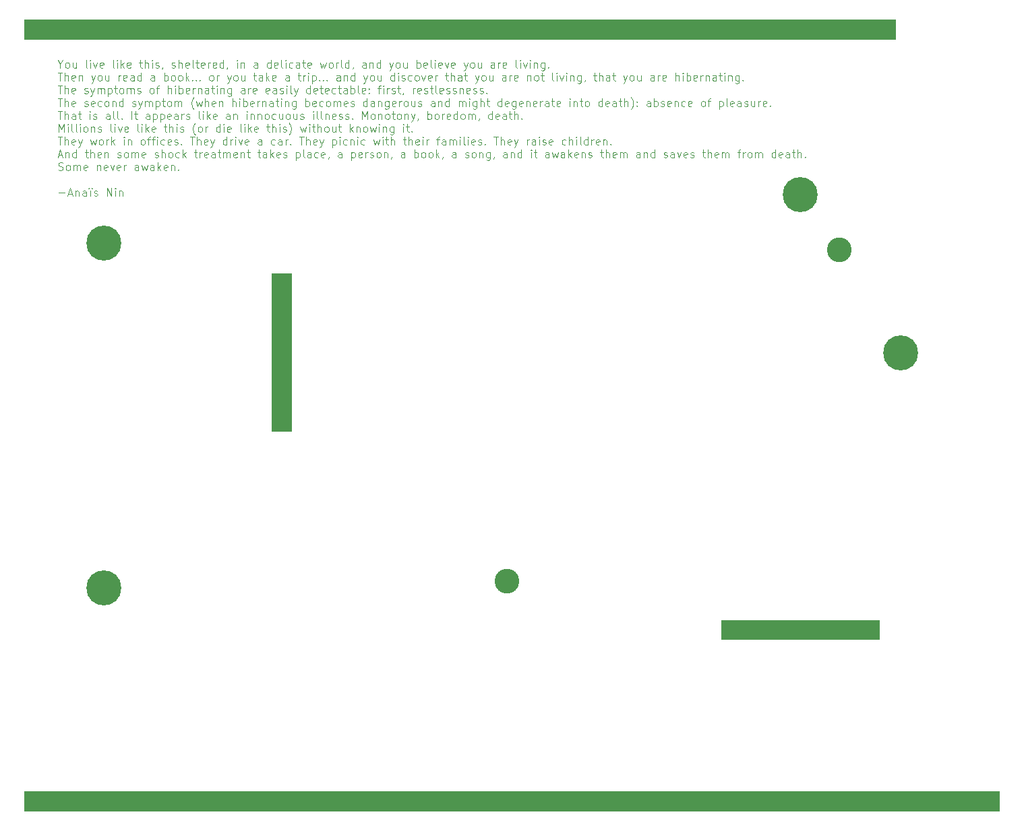
<source format=gbr>
%TF.GenerationSoftware,KiCad,Pcbnew,9.0.0*%
%TF.CreationDate,2025-04-28T22:52:52-04:00*%
%TF.ProjectId,Interposer_Board_IOCrest,496e7465-7270-46f7-9365-725f426f6172,rev?*%
%TF.SameCoordinates,Original*%
%TF.FileFunction,Soldermask,Top*%
%TF.FilePolarity,Negative*%
%FSLAX46Y46*%
G04 Gerber Fmt 4.6, Leading zero omitted, Abs format (unit mm)*
G04 Created by KiCad (PCBNEW 9.0.0) date 2025-04-28 22:52:52*
%MOMM*%
%LPD*%
G01*
G04 APERTURE LIST*
%ADD10C,0.125000*%
%ADD11C,0.700000*%
%ADD12C,4.400000*%
%ADD13C,3.100000*%
G04 APERTURE END LIST*
G36*
X69776100Y-117378600D02*
G01*
X192276100Y-117378600D01*
X192276100Y-119878600D01*
X69776100Y-119878600D01*
X69776100Y-117378600D01*
G37*
G36*
X69776100Y-20378600D02*
G01*
X179276100Y-20378600D01*
X179276100Y-22878600D01*
X69776100Y-22878600D01*
X69776100Y-20378600D01*
G37*
D10*
X74286907Y-25943528D02*
X74286907Y-26419719D01*
X73953574Y-25419719D02*
X74286907Y-25943528D01*
X74286907Y-25943528D02*
X74620240Y-25419719D01*
X75096431Y-26419719D02*
X75001193Y-26372100D01*
X75001193Y-26372100D02*
X74953574Y-26324480D01*
X74953574Y-26324480D02*
X74905955Y-26229242D01*
X74905955Y-26229242D02*
X74905955Y-25943528D01*
X74905955Y-25943528D02*
X74953574Y-25848290D01*
X74953574Y-25848290D02*
X75001193Y-25800671D01*
X75001193Y-25800671D02*
X75096431Y-25753052D01*
X75096431Y-25753052D02*
X75239288Y-25753052D01*
X75239288Y-25753052D02*
X75334526Y-25800671D01*
X75334526Y-25800671D02*
X75382145Y-25848290D01*
X75382145Y-25848290D02*
X75429764Y-25943528D01*
X75429764Y-25943528D02*
X75429764Y-26229242D01*
X75429764Y-26229242D02*
X75382145Y-26324480D01*
X75382145Y-26324480D02*
X75334526Y-26372100D01*
X75334526Y-26372100D02*
X75239288Y-26419719D01*
X75239288Y-26419719D02*
X75096431Y-26419719D01*
X76286907Y-25753052D02*
X76286907Y-26419719D01*
X75858336Y-25753052D02*
X75858336Y-26276861D01*
X75858336Y-26276861D02*
X75905955Y-26372100D01*
X75905955Y-26372100D02*
X76001193Y-26419719D01*
X76001193Y-26419719D02*
X76144050Y-26419719D01*
X76144050Y-26419719D02*
X76239288Y-26372100D01*
X76239288Y-26372100D02*
X76286907Y-26324480D01*
X77667860Y-26419719D02*
X77572622Y-26372100D01*
X77572622Y-26372100D02*
X77525003Y-26276861D01*
X77525003Y-26276861D02*
X77525003Y-25419719D01*
X78048813Y-26419719D02*
X78048813Y-25753052D01*
X78048813Y-25419719D02*
X78001194Y-25467338D01*
X78001194Y-25467338D02*
X78048813Y-25514957D01*
X78048813Y-25514957D02*
X78096432Y-25467338D01*
X78096432Y-25467338D02*
X78048813Y-25419719D01*
X78048813Y-25419719D02*
X78048813Y-25514957D01*
X78429765Y-25753052D02*
X78667860Y-26419719D01*
X78667860Y-26419719D02*
X78905955Y-25753052D01*
X79667860Y-26372100D02*
X79572622Y-26419719D01*
X79572622Y-26419719D02*
X79382146Y-26419719D01*
X79382146Y-26419719D02*
X79286908Y-26372100D01*
X79286908Y-26372100D02*
X79239289Y-26276861D01*
X79239289Y-26276861D02*
X79239289Y-25895909D01*
X79239289Y-25895909D02*
X79286908Y-25800671D01*
X79286908Y-25800671D02*
X79382146Y-25753052D01*
X79382146Y-25753052D02*
X79572622Y-25753052D01*
X79572622Y-25753052D02*
X79667860Y-25800671D01*
X79667860Y-25800671D02*
X79715479Y-25895909D01*
X79715479Y-25895909D02*
X79715479Y-25991147D01*
X79715479Y-25991147D02*
X79239289Y-26086385D01*
X81048813Y-26419719D02*
X80953575Y-26372100D01*
X80953575Y-26372100D02*
X80905956Y-26276861D01*
X80905956Y-26276861D02*
X80905956Y-25419719D01*
X81429766Y-26419719D02*
X81429766Y-25753052D01*
X81429766Y-25419719D02*
X81382147Y-25467338D01*
X81382147Y-25467338D02*
X81429766Y-25514957D01*
X81429766Y-25514957D02*
X81477385Y-25467338D01*
X81477385Y-25467338D02*
X81429766Y-25419719D01*
X81429766Y-25419719D02*
X81429766Y-25514957D01*
X81905956Y-26419719D02*
X81905956Y-25419719D01*
X82001194Y-26038766D02*
X82286908Y-26419719D01*
X82286908Y-25753052D02*
X81905956Y-26134004D01*
X83096432Y-26372100D02*
X83001194Y-26419719D01*
X83001194Y-26419719D02*
X82810718Y-26419719D01*
X82810718Y-26419719D02*
X82715480Y-26372100D01*
X82715480Y-26372100D02*
X82667861Y-26276861D01*
X82667861Y-26276861D02*
X82667861Y-25895909D01*
X82667861Y-25895909D02*
X82715480Y-25800671D01*
X82715480Y-25800671D02*
X82810718Y-25753052D01*
X82810718Y-25753052D02*
X83001194Y-25753052D01*
X83001194Y-25753052D02*
X83096432Y-25800671D01*
X83096432Y-25800671D02*
X83144051Y-25895909D01*
X83144051Y-25895909D02*
X83144051Y-25991147D01*
X83144051Y-25991147D02*
X82667861Y-26086385D01*
X84191671Y-25753052D02*
X84572623Y-25753052D01*
X84334528Y-25419719D02*
X84334528Y-26276861D01*
X84334528Y-26276861D02*
X84382147Y-26372100D01*
X84382147Y-26372100D02*
X84477385Y-26419719D01*
X84477385Y-26419719D02*
X84572623Y-26419719D01*
X84905957Y-26419719D02*
X84905957Y-25419719D01*
X85334528Y-26419719D02*
X85334528Y-25895909D01*
X85334528Y-25895909D02*
X85286909Y-25800671D01*
X85286909Y-25800671D02*
X85191671Y-25753052D01*
X85191671Y-25753052D02*
X85048814Y-25753052D01*
X85048814Y-25753052D02*
X84953576Y-25800671D01*
X84953576Y-25800671D02*
X84905957Y-25848290D01*
X85810719Y-26419719D02*
X85810719Y-25753052D01*
X85810719Y-25419719D02*
X85763100Y-25467338D01*
X85763100Y-25467338D02*
X85810719Y-25514957D01*
X85810719Y-25514957D02*
X85858338Y-25467338D01*
X85858338Y-25467338D02*
X85810719Y-25419719D01*
X85810719Y-25419719D02*
X85810719Y-25514957D01*
X86239290Y-26372100D02*
X86334528Y-26419719D01*
X86334528Y-26419719D02*
X86525004Y-26419719D01*
X86525004Y-26419719D02*
X86620242Y-26372100D01*
X86620242Y-26372100D02*
X86667861Y-26276861D01*
X86667861Y-26276861D02*
X86667861Y-26229242D01*
X86667861Y-26229242D02*
X86620242Y-26134004D01*
X86620242Y-26134004D02*
X86525004Y-26086385D01*
X86525004Y-26086385D02*
X86382147Y-26086385D01*
X86382147Y-26086385D02*
X86286909Y-26038766D01*
X86286909Y-26038766D02*
X86239290Y-25943528D01*
X86239290Y-25943528D02*
X86239290Y-25895909D01*
X86239290Y-25895909D02*
X86286909Y-25800671D01*
X86286909Y-25800671D02*
X86382147Y-25753052D01*
X86382147Y-25753052D02*
X86525004Y-25753052D01*
X86525004Y-25753052D02*
X86620242Y-25800671D01*
X87144052Y-26372100D02*
X87144052Y-26419719D01*
X87144052Y-26419719D02*
X87096433Y-26514957D01*
X87096433Y-26514957D02*
X87048814Y-26562576D01*
X88286909Y-26372100D02*
X88382147Y-26419719D01*
X88382147Y-26419719D02*
X88572623Y-26419719D01*
X88572623Y-26419719D02*
X88667861Y-26372100D01*
X88667861Y-26372100D02*
X88715480Y-26276861D01*
X88715480Y-26276861D02*
X88715480Y-26229242D01*
X88715480Y-26229242D02*
X88667861Y-26134004D01*
X88667861Y-26134004D02*
X88572623Y-26086385D01*
X88572623Y-26086385D02*
X88429766Y-26086385D01*
X88429766Y-26086385D02*
X88334528Y-26038766D01*
X88334528Y-26038766D02*
X88286909Y-25943528D01*
X88286909Y-25943528D02*
X88286909Y-25895909D01*
X88286909Y-25895909D02*
X88334528Y-25800671D01*
X88334528Y-25800671D02*
X88429766Y-25753052D01*
X88429766Y-25753052D02*
X88572623Y-25753052D01*
X88572623Y-25753052D02*
X88667861Y-25800671D01*
X89144052Y-26419719D02*
X89144052Y-25419719D01*
X89572623Y-26419719D02*
X89572623Y-25895909D01*
X89572623Y-25895909D02*
X89525004Y-25800671D01*
X89525004Y-25800671D02*
X89429766Y-25753052D01*
X89429766Y-25753052D02*
X89286909Y-25753052D01*
X89286909Y-25753052D02*
X89191671Y-25800671D01*
X89191671Y-25800671D02*
X89144052Y-25848290D01*
X90429766Y-26372100D02*
X90334528Y-26419719D01*
X90334528Y-26419719D02*
X90144052Y-26419719D01*
X90144052Y-26419719D02*
X90048814Y-26372100D01*
X90048814Y-26372100D02*
X90001195Y-26276861D01*
X90001195Y-26276861D02*
X90001195Y-25895909D01*
X90001195Y-25895909D02*
X90048814Y-25800671D01*
X90048814Y-25800671D02*
X90144052Y-25753052D01*
X90144052Y-25753052D02*
X90334528Y-25753052D01*
X90334528Y-25753052D02*
X90429766Y-25800671D01*
X90429766Y-25800671D02*
X90477385Y-25895909D01*
X90477385Y-25895909D02*
X90477385Y-25991147D01*
X90477385Y-25991147D02*
X90001195Y-26086385D01*
X91048814Y-26419719D02*
X90953576Y-26372100D01*
X90953576Y-26372100D02*
X90905957Y-26276861D01*
X90905957Y-26276861D02*
X90905957Y-25419719D01*
X91286910Y-25753052D02*
X91667862Y-25753052D01*
X91429767Y-25419719D02*
X91429767Y-26276861D01*
X91429767Y-26276861D02*
X91477386Y-26372100D01*
X91477386Y-26372100D02*
X91572624Y-26419719D01*
X91572624Y-26419719D02*
X91667862Y-26419719D01*
X92382148Y-26372100D02*
X92286910Y-26419719D01*
X92286910Y-26419719D02*
X92096434Y-26419719D01*
X92096434Y-26419719D02*
X92001196Y-26372100D01*
X92001196Y-26372100D02*
X91953577Y-26276861D01*
X91953577Y-26276861D02*
X91953577Y-25895909D01*
X91953577Y-25895909D02*
X92001196Y-25800671D01*
X92001196Y-25800671D02*
X92096434Y-25753052D01*
X92096434Y-25753052D02*
X92286910Y-25753052D01*
X92286910Y-25753052D02*
X92382148Y-25800671D01*
X92382148Y-25800671D02*
X92429767Y-25895909D01*
X92429767Y-25895909D02*
X92429767Y-25991147D01*
X92429767Y-25991147D02*
X91953577Y-26086385D01*
X92858339Y-26419719D02*
X92858339Y-25753052D01*
X92858339Y-25943528D02*
X92905958Y-25848290D01*
X92905958Y-25848290D02*
X92953577Y-25800671D01*
X92953577Y-25800671D02*
X93048815Y-25753052D01*
X93048815Y-25753052D02*
X93144053Y-25753052D01*
X93858339Y-26372100D02*
X93763101Y-26419719D01*
X93763101Y-26419719D02*
X93572625Y-26419719D01*
X93572625Y-26419719D02*
X93477387Y-26372100D01*
X93477387Y-26372100D02*
X93429768Y-26276861D01*
X93429768Y-26276861D02*
X93429768Y-25895909D01*
X93429768Y-25895909D02*
X93477387Y-25800671D01*
X93477387Y-25800671D02*
X93572625Y-25753052D01*
X93572625Y-25753052D02*
X93763101Y-25753052D01*
X93763101Y-25753052D02*
X93858339Y-25800671D01*
X93858339Y-25800671D02*
X93905958Y-25895909D01*
X93905958Y-25895909D02*
X93905958Y-25991147D01*
X93905958Y-25991147D02*
X93429768Y-26086385D01*
X94763101Y-26419719D02*
X94763101Y-25419719D01*
X94763101Y-26372100D02*
X94667863Y-26419719D01*
X94667863Y-26419719D02*
X94477387Y-26419719D01*
X94477387Y-26419719D02*
X94382149Y-26372100D01*
X94382149Y-26372100D02*
X94334530Y-26324480D01*
X94334530Y-26324480D02*
X94286911Y-26229242D01*
X94286911Y-26229242D02*
X94286911Y-25943528D01*
X94286911Y-25943528D02*
X94334530Y-25848290D01*
X94334530Y-25848290D02*
X94382149Y-25800671D01*
X94382149Y-25800671D02*
X94477387Y-25753052D01*
X94477387Y-25753052D02*
X94667863Y-25753052D01*
X94667863Y-25753052D02*
X94763101Y-25800671D01*
X95286911Y-26372100D02*
X95286911Y-26419719D01*
X95286911Y-26419719D02*
X95239292Y-26514957D01*
X95239292Y-26514957D02*
X95191673Y-26562576D01*
X96477387Y-26419719D02*
X96477387Y-25753052D01*
X96477387Y-25419719D02*
X96429768Y-25467338D01*
X96429768Y-25467338D02*
X96477387Y-25514957D01*
X96477387Y-25514957D02*
X96525006Y-25467338D01*
X96525006Y-25467338D02*
X96477387Y-25419719D01*
X96477387Y-25419719D02*
X96477387Y-25514957D01*
X96953577Y-25753052D02*
X96953577Y-26419719D01*
X96953577Y-25848290D02*
X97001196Y-25800671D01*
X97001196Y-25800671D02*
X97096434Y-25753052D01*
X97096434Y-25753052D02*
X97239291Y-25753052D01*
X97239291Y-25753052D02*
X97334529Y-25800671D01*
X97334529Y-25800671D02*
X97382148Y-25895909D01*
X97382148Y-25895909D02*
X97382148Y-26419719D01*
X99048815Y-26419719D02*
X99048815Y-25895909D01*
X99048815Y-25895909D02*
X99001196Y-25800671D01*
X99001196Y-25800671D02*
X98905958Y-25753052D01*
X98905958Y-25753052D02*
X98715482Y-25753052D01*
X98715482Y-25753052D02*
X98620244Y-25800671D01*
X99048815Y-26372100D02*
X98953577Y-26419719D01*
X98953577Y-26419719D02*
X98715482Y-26419719D01*
X98715482Y-26419719D02*
X98620244Y-26372100D01*
X98620244Y-26372100D02*
X98572625Y-26276861D01*
X98572625Y-26276861D02*
X98572625Y-26181623D01*
X98572625Y-26181623D02*
X98620244Y-26086385D01*
X98620244Y-26086385D02*
X98715482Y-26038766D01*
X98715482Y-26038766D02*
X98953577Y-26038766D01*
X98953577Y-26038766D02*
X99048815Y-25991147D01*
X100715482Y-26419719D02*
X100715482Y-25419719D01*
X100715482Y-26372100D02*
X100620244Y-26419719D01*
X100620244Y-26419719D02*
X100429768Y-26419719D01*
X100429768Y-26419719D02*
X100334530Y-26372100D01*
X100334530Y-26372100D02*
X100286911Y-26324480D01*
X100286911Y-26324480D02*
X100239292Y-26229242D01*
X100239292Y-26229242D02*
X100239292Y-25943528D01*
X100239292Y-25943528D02*
X100286911Y-25848290D01*
X100286911Y-25848290D02*
X100334530Y-25800671D01*
X100334530Y-25800671D02*
X100429768Y-25753052D01*
X100429768Y-25753052D02*
X100620244Y-25753052D01*
X100620244Y-25753052D02*
X100715482Y-25800671D01*
X101572625Y-26372100D02*
X101477387Y-26419719D01*
X101477387Y-26419719D02*
X101286911Y-26419719D01*
X101286911Y-26419719D02*
X101191673Y-26372100D01*
X101191673Y-26372100D02*
X101144054Y-26276861D01*
X101144054Y-26276861D02*
X101144054Y-25895909D01*
X101144054Y-25895909D02*
X101191673Y-25800671D01*
X101191673Y-25800671D02*
X101286911Y-25753052D01*
X101286911Y-25753052D02*
X101477387Y-25753052D01*
X101477387Y-25753052D02*
X101572625Y-25800671D01*
X101572625Y-25800671D02*
X101620244Y-25895909D01*
X101620244Y-25895909D02*
X101620244Y-25991147D01*
X101620244Y-25991147D02*
X101144054Y-26086385D01*
X102191673Y-26419719D02*
X102096435Y-26372100D01*
X102096435Y-26372100D02*
X102048816Y-26276861D01*
X102048816Y-26276861D02*
X102048816Y-25419719D01*
X102572626Y-26419719D02*
X102572626Y-25753052D01*
X102572626Y-25419719D02*
X102525007Y-25467338D01*
X102525007Y-25467338D02*
X102572626Y-25514957D01*
X102572626Y-25514957D02*
X102620245Y-25467338D01*
X102620245Y-25467338D02*
X102572626Y-25419719D01*
X102572626Y-25419719D02*
X102572626Y-25514957D01*
X103477387Y-26372100D02*
X103382149Y-26419719D01*
X103382149Y-26419719D02*
X103191673Y-26419719D01*
X103191673Y-26419719D02*
X103096435Y-26372100D01*
X103096435Y-26372100D02*
X103048816Y-26324480D01*
X103048816Y-26324480D02*
X103001197Y-26229242D01*
X103001197Y-26229242D02*
X103001197Y-25943528D01*
X103001197Y-25943528D02*
X103048816Y-25848290D01*
X103048816Y-25848290D02*
X103096435Y-25800671D01*
X103096435Y-25800671D02*
X103191673Y-25753052D01*
X103191673Y-25753052D02*
X103382149Y-25753052D01*
X103382149Y-25753052D02*
X103477387Y-25800671D01*
X104334530Y-26419719D02*
X104334530Y-25895909D01*
X104334530Y-25895909D02*
X104286911Y-25800671D01*
X104286911Y-25800671D02*
X104191673Y-25753052D01*
X104191673Y-25753052D02*
X104001197Y-25753052D01*
X104001197Y-25753052D02*
X103905959Y-25800671D01*
X104334530Y-26372100D02*
X104239292Y-26419719D01*
X104239292Y-26419719D02*
X104001197Y-26419719D01*
X104001197Y-26419719D02*
X103905959Y-26372100D01*
X103905959Y-26372100D02*
X103858340Y-26276861D01*
X103858340Y-26276861D02*
X103858340Y-26181623D01*
X103858340Y-26181623D02*
X103905959Y-26086385D01*
X103905959Y-26086385D02*
X104001197Y-26038766D01*
X104001197Y-26038766D02*
X104239292Y-26038766D01*
X104239292Y-26038766D02*
X104334530Y-25991147D01*
X104667864Y-25753052D02*
X105048816Y-25753052D01*
X104810721Y-25419719D02*
X104810721Y-26276861D01*
X104810721Y-26276861D02*
X104858340Y-26372100D01*
X104858340Y-26372100D02*
X104953578Y-26419719D01*
X104953578Y-26419719D02*
X105048816Y-26419719D01*
X105763102Y-26372100D02*
X105667864Y-26419719D01*
X105667864Y-26419719D02*
X105477388Y-26419719D01*
X105477388Y-26419719D02*
X105382150Y-26372100D01*
X105382150Y-26372100D02*
X105334531Y-26276861D01*
X105334531Y-26276861D02*
X105334531Y-25895909D01*
X105334531Y-25895909D02*
X105382150Y-25800671D01*
X105382150Y-25800671D02*
X105477388Y-25753052D01*
X105477388Y-25753052D02*
X105667864Y-25753052D01*
X105667864Y-25753052D02*
X105763102Y-25800671D01*
X105763102Y-25800671D02*
X105810721Y-25895909D01*
X105810721Y-25895909D02*
X105810721Y-25991147D01*
X105810721Y-25991147D02*
X105334531Y-26086385D01*
X106905960Y-25753052D02*
X107096436Y-26419719D01*
X107096436Y-26419719D02*
X107286912Y-25943528D01*
X107286912Y-25943528D02*
X107477388Y-26419719D01*
X107477388Y-26419719D02*
X107667864Y-25753052D01*
X108191674Y-26419719D02*
X108096436Y-26372100D01*
X108096436Y-26372100D02*
X108048817Y-26324480D01*
X108048817Y-26324480D02*
X108001198Y-26229242D01*
X108001198Y-26229242D02*
X108001198Y-25943528D01*
X108001198Y-25943528D02*
X108048817Y-25848290D01*
X108048817Y-25848290D02*
X108096436Y-25800671D01*
X108096436Y-25800671D02*
X108191674Y-25753052D01*
X108191674Y-25753052D02*
X108334531Y-25753052D01*
X108334531Y-25753052D02*
X108429769Y-25800671D01*
X108429769Y-25800671D02*
X108477388Y-25848290D01*
X108477388Y-25848290D02*
X108525007Y-25943528D01*
X108525007Y-25943528D02*
X108525007Y-26229242D01*
X108525007Y-26229242D02*
X108477388Y-26324480D01*
X108477388Y-26324480D02*
X108429769Y-26372100D01*
X108429769Y-26372100D02*
X108334531Y-26419719D01*
X108334531Y-26419719D02*
X108191674Y-26419719D01*
X108953579Y-26419719D02*
X108953579Y-25753052D01*
X108953579Y-25943528D02*
X109001198Y-25848290D01*
X109001198Y-25848290D02*
X109048817Y-25800671D01*
X109048817Y-25800671D02*
X109144055Y-25753052D01*
X109144055Y-25753052D02*
X109239293Y-25753052D01*
X109715484Y-26419719D02*
X109620246Y-26372100D01*
X109620246Y-26372100D02*
X109572627Y-26276861D01*
X109572627Y-26276861D02*
X109572627Y-25419719D01*
X110525008Y-26419719D02*
X110525008Y-25419719D01*
X110525008Y-26372100D02*
X110429770Y-26419719D01*
X110429770Y-26419719D02*
X110239294Y-26419719D01*
X110239294Y-26419719D02*
X110144056Y-26372100D01*
X110144056Y-26372100D02*
X110096437Y-26324480D01*
X110096437Y-26324480D02*
X110048818Y-26229242D01*
X110048818Y-26229242D02*
X110048818Y-25943528D01*
X110048818Y-25943528D02*
X110096437Y-25848290D01*
X110096437Y-25848290D02*
X110144056Y-25800671D01*
X110144056Y-25800671D02*
X110239294Y-25753052D01*
X110239294Y-25753052D02*
X110429770Y-25753052D01*
X110429770Y-25753052D02*
X110525008Y-25800671D01*
X111048818Y-26372100D02*
X111048818Y-26419719D01*
X111048818Y-26419719D02*
X111001199Y-26514957D01*
X111001199Y-26514957D02*
X110953580Y-26562576D01*
X112667865Y-26419719D02*
X112667865Y-25895909D01*
X112667865Y-25895909D02*
X112620246Y-25800671D01*
X112620246Y-25800671D02*
X112525008Y-25753052D01*
X112525008Y-25753052D02*
X112334532Y-25753052D01*
X112334532Y-25753052D02*
X112239294Y-25800671D01*
X112667865Y-26372100D02*
X112572627Y-26419719D01*
X112572627Y-26419719D02*
X112334532Y-26419719D01*
X112334532Y-26419719D02*
X112239294Y-26372100D01*
X112239294Y-26372100D02*
X112191675Y-26276861D01*
X112191675Y-26276861D02*
X112191675Y-26181623D01*
X112191675Y-26181623D02*
X112239294Y-26086385D01*
X112239294Y-26086385D02*
X112334532Y-26038766D01*
X112334532Y-26038766D02*
X112572627Y-26038766D01*
X112572627Y-26038766D02*
X112667865Y-25991147D01*
X113144056Y-25753052D02*
X113144056Y-26419719D01*
X113144056Y-25848290D02*
X113191675Y-25800671D01*
X113191675Y-25800671D02*
X113286913Y-25753052D01*
X113286913Y-25753052D02*
X113429770Y-25753052D01*
X113429770Y-25753052D02*
X113525008Y-25800671D01*
X113525008Y-25800671D02*
X113572627Y-25895909D01*
X113572627Y-25895909D02*
X113572627Y-26419719D01*
X114477389Y-26419719D02*
X114477389Y-25419719D01*
X114477389Y-26372100D02*
X114382151Y-26419719D01*
X114382151Y-26419719D02*
X114191675Y-26419719D01*
X114191675Y-26419719D02*
X114096437Y-26372100D01*
X114096437Y-26372100D02*
X114048818Y-26324480D01*
X114048818Y-26324480D02*
X114001199Y-26229242D01*
X114001199Y-26229242D02*
X114001199Y-25943528D01*
X114001199Y-25943528D02*
X114048818Y-25848290D01*
X114048818Y-25848290D02*
X114096437Y-25800671D01*
X114096437Y-25800671D02*
X114191675Y-25753052D01*
X114191675Y-25753052D02*
X114382151Y-25753052D01*
X114382151Y-25753052D02*
X114477389Y-25800671D01*
X115620247Y-25753052D02*
X115858342Y-26419719D01*
X116096437Y-25753052D02*
X115858342Y-26419719D01*
X115858342Y-26419719D02*
X115763104Y-26657814D01*
X115763104Y-26657814D02*
X115715485Y-26705433D01*
X115715485Y-26705433D02*
X115620247Y-26753052D01*
X116620247Y-26419719D02*
X116525009Y-26372100D01*
X116525009Y-26372100D02*
X116477390Y-26324480D01*
X116477390Y-26324480D02*
X116429771Y-26229242D01*
X116429771Y-26229242D02*
X116429771Y-25943528D01*
X116429771Y-25943528D02*
X116477390Y-25848290D01*
X116477390Y-25848290D02*
X116525009Y-25800671D01*
X116525009Y-25800671D02*
X116620247Y-25753052D01*
X116620247Y-25753052D02*
X116763104Y-25753052D01*
X116763104Y-25753052D02*
X116858342Y-25800671D01*
X116858342Y-25800671D02*
X116905961Y-25848290D01*
X116905961Y-25848290D02*
X116953580Y-25943528D01*
X116953580Y-25943528D02*
X116953580Y-26229242D01*
X116953580Y-26229242D02*
X116905961Y-26324480D01*
X116905961Y-26324480D02*
X116858342Y-26372100D01*
X116858342Y-26372100D02*
X116763104Y-26419719D01*
X116763104Y-26419719D02*
X116620247Y-26419719D01*
X117810723Y-25753052D02*
X117810723Y-26419719D01*
X117382152Y-25753052D02*
X117382152Y-26276861D01*
X117382152Y-26276861D02*
X117429771Y-26372100D01*
X117429771Y-26372100D02*
X117525009Y-26419719D01*
X117525009Y-26419719D02*
X117667866Y-26419719D01*
X117667866Y-26419719D02*
X117763104Y-26372100D01*
X117763104Y-26372100D02*
X117810723Y-26324480D01*
X119048819Y-26419719D02*
X119048819Y-25419719D01*
X119048819Y-25800671D02*
X119144057Y-25753052D01*
X119144057Y-25753052D02*
X119334533Y-25753052D01*
X119334533Y-25753052D02*
X119429771Y-25800671D01*
X119429771Y-25800671D02*
X119477390Y-25848290D01*
X119477390Y-25848290D02*
X119525009Y-25943528D01*
X119525009Y-25943528D02*
X119525009Y-26229242D01*
X119525009Y-26229242D02*
X119477390Y-26324480D01*
X119477390Y-26324480D02*
X119429771Y-26372100D01*
X119429771Y-26372100D02*
X119334533Y-26419719D01*
X119334533Y-26419719D02*
X119144057Y-26419719D01*
X119144057Y-26419719D02*
X119048819Y-26372100D01*
X120334533Y-26372100D02*
X120239295Y-26419719D01*
X120239295Y-26419719D02*
X120048819Y-26419719D01*
X120048819Y-26419719D02*
X119953581Y-26372100D01*
X119953581Y-26372100D02*
X119905962Y-26276861D01*
X119905962Y-26276861D02*
X119905962Y-25895909D01*
X119905962Y-25895909D02*
X119953581Y-25800671D01*
X119953581Y-25800671D02*
X120048819Y-25753052D01*
X120048819Y-25753052D02*
X120239295Y-25753052D01*
X120239295Y-25753052D02*
X120334533Y-25800671D01*
X120334533Y-25800671D02*
X120382152Y-25895909D01*
X120382152Y-25895909D02*
X120382152Y-25991147D01*
X120382152Y-25991147D02*
X119905962Y-26086385D01*
X120953581Y-26419719D02*
X120858343Y-26372100D01*
X120858343Y-26372100D02*
X120810724Y-26276861D01*
X120810724Y-26276861D02*
X120810724Y-25419719D01*
X121334534Y-26419719D02*
X121334534Y-25753052D01*
X121334534Y-25419719D02*
X121286915Y-25467338D01*
X121286915Y-25467338D02*
X121334534Y-25514957D01*
X121334534Y-25514957D02*
X121382153Y-25467338D01*
X121382153Y-25467338D02*
X121334534Y-25419719D01*
X121334534Y-25419719D02*
X121334534Y-25514957D01*
X122191676Y-26372100D02*
X122096438Y-26419719D01*
X122096438Y-26419719D02*
X121905962Y-26419719D01*
X121905962Y-26419719D02*
X121810724Y-26372100D01*
X121810724Y-26372100D02*
X121763105Y-26276861D01*
X121763105Y-26276861D02*
X121763105Y-25895909D01*
X121763105Y-25895909D02*
X121810724Y-25800671D01*
X121810724Y-25800671D02*
X121905962Y-25753052D01*
X121905962Y-25753052D02*
X122096438Y-25753052D01*
X122096438Y-25753052D02*
X122191676Y-25800671D01*
X122191676Y-25800671D02*
X122239295Y-25895909D01*
X122239295Y-25895909D02*
X122239295Y-25991147D01*
X122239295Y-25991147D02*
X121763105Y-26086385D01*
X122572629Y-25753052D02*
X122810724Y-26419719D01*
X122810724Y-26419719D02*
X123048819Y-25753052D01*
X123810724Y-26372100D02*
X123715486Y-26419719D01*
X123715486Y-26419719D02*
X123525010Y-26419719D01*
X123525010Y-26419719D02*
X123429772Y-26372100D01*
X123429772Y-26372100D02*
X123382153Y-26276861D01*
X123382153Y-26276861D02*
X123382153Y-25895909D01*
X123382153Y-25895909D02*
X123429772Y-25800671D01*
X123429772Y-25800671D02*
X123525010Y-25753052D01*
X123525010Y-25753052D02*
X123715486Y-25753052D01*
X123715486Y-25753052D02*
X123810724Y-25800671D01*
X123810724Y-25800671D02*
X123858343Y-25895909D01*
X123858343Y-25895909D02*
X123858343Y-25991147D01*
X123858343Y-25991147D02*
X123382153Y-26086385D01*
X124953582Y-25753052D02*
X125191677Y-26419719D01*
X125429772Y-25753052D02*
X125191677Y-26419719D01*
X125191677Y-26419719D02*
X125096439Y-26657814D01*
X125096439Y-26657814D02*
X125048820Y-26705433D01*
X125048820Y-26705433D02*
X124953582Y-26753052D01*
X125953582Y-26419719D02*
X125858344Y-26372100D01*
X125858344Y-26372100D02*
X125810725Y-26324480D01*
X125810725Y-26324480D02*
X125763106Y-26229242D01*
X125763106Y-26229242D02*
X125763106Y-25943528D01*
X125763106Y-25943528D02*
X125810725Y-25848290D01*
X125810725Y-25848290D02*
X125858344Y-25800671D01*
X125858344Y-25800671D02*
X125953582Y-25753052D01*
X125953582Y-25753052D02*
X126096439Y-25753052D01*
X126096439Y-25753052D02*
X126191677Y-25800671D01*
X126191677Y-25800671D02*
X126239296Y-25848290D01*
X126239296Y-25848290D02*
X126286915Y-25943528D01*
X126286915Y-25943528D02*
X126286915Y-26229242D01*
X126286915Y-26229242D02*
X126239296Y-26324480D01*
X126239296Y-26324480D02*
X126191677Y-26372100D01*
X126191677Y-26372100D02*
X126096439Y-26419719D01*
X126096439Y-26419719D02*
X125953582Y-26419719D01*
X127144058Y-25753052D02*
X127144058Y-26419719D01*
X126715487Y-25753052D02*
X126715487Y-26276861D01*
X126715487Y-26276861D02*
X126763106Y-26372100D01*
X126763106Y-26372100D02*
X126858344Y-26419719D01*
X126858344Y-26419719D02*
X127001201Y-26419719D01*
X127001201Y-26419719D02*
X127096439Y-26372100D01*
X127096439Y-26372100D02*
X127144058Y-26324480D01*
X128810725Y-26419719D02*
X128810725Y-25895909D01*
X128810725Y-25895909D02*
X128763106Y-25800671D01*
X128763106Y-25800671D02*
X128667868Y-25753052D01*
X128667868Y-25753052D02*
X128477392Y-25753052D01*
X128477392Y-25753052D02*
X128382154Y-25800671D01*
X128810725Y-26372100D02*
X128715487Y-26419719D01*
X128715487Y-26419719D02*
X128477392Y-26419719D01*
X128477392Y-26419719D02*
X128382154Y-26372100D01*
X128382154Y-26372100D02*
X128334535Y-26276861D01*
X128334535Y-26276861D02*
X128334535Y-26181623D01*
X128334535Y-26181623D02*
X128382154Y-26086385D01*
X128382154Y-26086385D02*
X128477392Y-26038766D01*
X128477392Y-26038766D02*
X128715487Y-26038766D01*
X128715487Y-26038766D02*
X128810725Y-25991147D01*
X129286916Y-26419719D02*
X129286916Y-25753052D01*
X129286916Y-25943528D02*
X129334535Y-25848290D01*
X129334535Y-25848290D02*
X129382154Y-25800671D01*
X129382154Y-25800671D02*
X129477392Y-25753052D01*
X129477392Y-25753052D02*
X129572630Y-25753052D01*
X130286916Y-26372100D02*
X130191678Y-26419719D01*
X130191678Y-26419719D02*
X130001202Y-26419719D01*
X130001202Y-26419719D02*
X129905964Y-26372100D01*
X129905964Y-26372100D02*
X129858345Y-26276861D01*
X129858345Y-26276861D02*
X129858345Y-25895909D01*
X129858345Y-25895909D02*
X129905964Y-25800671D01*
X129905964Y-25800671D02*
X130001202Y-25753052D01*
X130001202Y-25753052D02*
X130191678Y-25753052D01*
X130191678Y-25753052D02*
X130286916Y-25800671D01*
X130286916Y-25800671D02*
X130334535Y-25895909D01*
X130334535Y-25895909D02*
X130334535Y-25991147D01*
X130334535Y-25991147D02*
X129858345Y-26086385D01*
X131667869Y-26419719D02*
X131572631Y-26372100D01*
X131572631Y-26372100D02*
X131525012Y-26276861D01*
X131525012Y-26276861D02*
X131525012Y-25419719D01*
X132048822Y-26419719D02*
X132048822Y-25753052D01*
X132048822Y-25419719D02*
X132001203Y-25467338D01*
X132001203Y-25467338D02*
X132048822Y-25514957D01*
X132048822Y-25514957D02*
X132096441Y-25467338D01*
X132096441Y-25467338D02*
X132048822Y-25419719D01*
X132048822Y-25419719D02*
X132048822Y-25514957D01*
X132429774Y-25753052D02*
X132667869Y-26419719D01*
X132667869Y-26419719D02*
X132905964Y-25753052D01*
X133286917Y-26419719D02*
X133286917Y-25753052D01*
X133286917Y-25419719D02*
X133239298Y-25467338D01*
X133239298Y-25467338D02*
X133286917Y-25514957D01*
X133286917Y-25514957D02*
X133334536Y-25467338D01*
X133334536Y-25467338D02*
X133286917Y-25419719D01*
X133286917Y-25419719D02*
X133286917Y-25514957D01*
X133763107Y-25753052D02*
X133763107Y-26419719D01*
X133763107Y-25848290D02*
X133810726Y-25800671D01*
X133810726Y-25800671D02*
X133905964Y-25753052D01*
X133905964Y-25753052D02*
X134048821Y-25753052D01*
X134048821Y-25753052D02*
X134144059Y-25800671D01*
X134144059Y-25800671D02*
X134191678Y-25895909D01*
X134191678Y-25895909D02*
X134191678Y-26419719D01*
X135096440Y-25753052D02*
X135096440Y-26562576D01*
X135096440Y-26562576D02*
X135048821Y-26657814D01*
X135048821Y-26657814D02*
X135001202Y-26705433D01*
X135001202Y-26705433D02*
X134905964Y-26753052D01*
X134905964Y-26753052D02*
X134763107Y-26753052D01*
X134763107Y-26753052D02*
X134667869Y-26705433D01*
X135096440Y-26372100D02*
X135001202Y-26419719D01*
X135001202Y-26419719D02*
X134810726Y-26419719D01*
X134810726Y-26419719D02*
X134715488Y-26372100D01*
X134715488Y-26372100D02*
X134667869Y-26324480D01*
X134667869Y-26324480D02*
X134620250Y-26229242D01*
X134620250Y-26229242D02*
X134620250Y-25943528D01*
X134620250Y-25943528D02*
X134667869Y-25848290D01*
X134667869Y-25848290D02*
X134715488Y-25800671D01*
X134715488Y-25800671D02*
X134810726Y-25753052D01*
X134810726Y-25753052D02*
X135001202Y-25753052D01*
X135001202Y-25753052D02*
X135096440Y-25800671D01*
X135572631Y-26324480D02*
X135620250Y-26372100D01*
X135620250Y-26372100D02*
X135572631Y-26419719D01*
X135572631Y-26419719D02*
X135525012Y-26372100D01*
X135525012Y-26372100D02*
X135572631Y-26324480D01*
X135572631Y-26324480D02*
X135572631Y-26419719D01*
X73953574Y-27029663D02*
X74525002Y-27029663D01*
X74239288Y-28029663D02*
X74239288Y-27029663D01*
X74858336Y-28029663D02*
X74858336Y-27029663D01*
X75286907Y-28029663D02*
X75286907Y-27505853D01*
X75286907Y-27505853D02*
X75239288Y-27410615D01*
X75239288Y-27410615D02*
X75144050Y-27362996D01*
X75144050Y-27362996D02*
X75001193Y-27362996D01*
X75001193Y-27362996D02*
X74905955Y-27410615D01*
X74905955Y-27410615D02*
X74858336Y-27458234D01*
X76144050Y-27982044D02*
X76048812Y-28029663D01*
X76048812Y-28029663D02*
X75858336Y-28029663D01*
X75858336Y-28029663D02*
X75763098Y-27982044D01*
X75763098Y-27982044D02*
X75715479Y-27886805D01*
X75715479Y-27886805D02*
X75715479Y-27505853D01*
X75715479Y-27505853D02*
X75763098Y-27410615D01*
X75763098Y-27410615D02*
X75858336Y-27362996D01*
X75858336Y-27362996D02*
X76048812Y-27362996D01*
X76048812Y-27362996D02*
X76144050Y-27410615D01*
X76144050Y-27410615D02*
X76191669Y-27505853D01*
X76191669Y-27505853D02*
X76191669Y-27601091D01*
X76191669Y-27601091D02*
X75715479Y-27696329D01*
X76620241Y-27362996D02*
X76620241Y-28029663D01*
X76620241Y-27458234D02*
X76667860Y-27410615D01*
X76667860Y-27410615D02*
X76763098Y-27362996D01*
X76763098Y-27362996D02*
X76905955Y-27362996D01*
X76905955Y-27362996D02*
X77001193Y-27410615D01*
X77001193Y-27410615D02*
X77048812Y-27505853D01*
X77048812Y-27505853D02*
X77048812Y-28029663D01*
X78191670Y-27362996D02*
X78429765Y-28029663D01*
X78667860Y-27362996D02*
X78429765Y-28029663D01*
X78429765Y-28029663D02*
X78334527Y-28267758D01*
X78334527Y-28267758D02*
X78286908Y-28315377D01*
X78286908Y-28315377D02*
X78191670Y-28362996D01*
X79191670Y-28029663D02*
X79096432Y-27982044D01*
X79096432Y-27982044D02*
X79048813Y-27934424D01*
X79048813Y-27934424D02*
X79001194Y-27839186D01*
X79001194Y-27839186D02*
X79001194Y-27553472D01*
X79001194Y-27553472D02*
X79048813Y-27458234D01*
X79048813Y-27458234D02*
X79096432Y-27410615D01*
X79096432Y-27410615D02*
X79191670Y-27362996D01*
X79191670Y-27362996D02*
X79334527Y-27362996D01*
X79334527Y-27362996D02*
X79429765Y-27410615D01*
X79429765Y-27410615D02*
X79477384Y-27458234D01*
X79477384Y-27458234D02*
X79525003Y-27553472D01*
X79525003Y-27553472D02*
X79525003Y-27839186D01*
X79525003Y-27839186D02*
X79477384Y-27934424D01*
X79477384Y-27934424D02*
X79429765Y-27982044D01*
X79429765Y-27982044D02*
X79334527Y-28029663D01*
X79334527Y-28029663D02*
X79191670Y-28029663D01*
X80382146Y-27362996D02*
X80382146Y-28029663D01*
X79953575Y-27362996D02*
X79953575Y-27886805D01*
X79953575Y-27886805D02*
X80001194Y-27982044D01*
X80001194Y-27982044D02*
X80096432Y-28029663D01*
X80096432Y-28029663D02*
X80239289Y-28029663D01*
X80239289Y-28029663D02*
X80334527Y-27982044D01*
X80334527Y-27982044D02*
X80382146Y-27934424D01*
X81620242Y-28029663D02*
X81620242Y-27362996D01*
X81620242Y-27553472D02*
X81667861Y-27458234D01*
X81667861Y-27458234D02*
X81715480Y-27410615D01*
X81715480Y-27410615D02*
X81810718Y-27362996D01*
X81810718Y-27362996D02*
X81905956Y-27362996D01*
X82620242Y-27982044D02*
X82525004Y-28029663D01*
X82525004Y-28029663D02*
X82334528Y-28029663D01*
X82334528Y-28029663D02*
X82239290Y-27982044D01*
X82239290Y-27982044D02*
X82191671Y-27886805D01*
X82191671Y-27886805D02*
X82191671Y-27505853D01*
X82191671Y-27505853D02*
X82239290Y-27410615D01*
X82239290Y-27410615D02*
X82334528Y-27362996D01*
X82334528Y-27362996D02*
X82525004Y-27362996D01*
X82525004Y-27362996D02*
X82620242Y-27410615D01*
X82620242Y-27410615D02*
X82667861Y-27505853D01*
X82667861Y-27505853D02*
X82667861Y-27601091D01*
X82667861Y-27601091D02*
X82191671Y-27696329D01*
X83525004Y-28029663D02*
X83525004Y-27505853D01*
X83525004Y-27505853D02*
X83477385Y-27410615D01*
X83477385Y-27410615D02*
X83382147Y-27362996D01*
X83382147Y-27362996D02*
X83191671Y-27362996D01*
X83191671Y-27362996D02*
X83096433Y-27410615D01*
X83525004Y-27982044D02*
X83429766Y-28029663D01*
X83429766Y-28029663D02*
X83191671Y-28029663D01*
X83191671Y-28029663D02*
X83096433Y-27982044D01*
X83096433Y-27982044D02*
X83048814Y-27886805D01*
X83048814Y-27886805D02*
X83048814Y-27791567D01*
X83048814Y-27791567D02*
X83096433Y-27696329D01*
X83096433Y-27696329D02*
X83191671Y-27648710D01*
X83191671Y-27648710D02*
X83429766Y-27648710D01*
X83429766Y-27648710D02*
X83525004Y-27601091D01*
X84429766Y-28029663D02*
X84429766Y-27029663D01*
X84429766Y-27982044D02*
X84334528Y-28029663D01*
X84334528Y-28029663D02*
X84144052Y-28029663D01*
X84144052Y-28029663D02*
X84048814Y-27982044D01*
X84048814Y-27982044D02*
X84001195Y-27934424D01*
X84001195Y-27934424D02*
X83953576Y-27839186D01*
X83953576Y-27839186D02*
X83953576Y-27553472D01*
X83953576Y-27553472D02*
X84001195Y-27458234D01*
X84001195Y-27458234D02*
X84048814Y-27410615D01*
X84048814Y-27410615D02*
X84144052Y-27362996D01*
X84144052Y-27362996D02*
X84334528Y-27362996D01*
X84334528Y-27362996D02*
X84429766Y-27410615D01*
X86096433Y-28029663D02*
X86096433Y-27505853D01*
X86096433Y-27505853D02*
X86048814Y-27410615D01*
X86048814Y-27410615D02*
X85953576Y-27362996D01*
X85953576Y-27362996D02*
X85763100Y-27362996D01*
X85763100Y-27362996D02*
X85667862Y-27410615D01*
X86096433Y-27982044D02*
X86001195Y-28029663D01*
X86001195Y-28029663D02*
X85763100Y-28029663D01*
X85763100Y-28029663D02*
X85667862Y-27982044D01*
X85667862Y-27982044D02*
X85620243Y-27886805D01*
X85620243Y-27886805D02*
X85620243Y-27791567D01*
X85620243Y-27791567D02*
X85667862Y-27696329D01*
X85667862Y-27696329D02*
X85763100Y-27648710D01*
X85763100Y-27648710D02*
X86001195Y-27648710D01*
X86001195Y-27648710D02*
X86096433Y-27601091D01*
X87334529Y-28029663D02*
X87334529Y-27029663D01*
X87334529Y-27410615D02*
X87429767Y-27362996D01*
X87429767Y-27362996D02*
X87620243Y-27362996D01*
X87620243Y-27362996D02*
X87715481Y-27410615D01*
X87715481Y-27410615D02*
X87763100Y-27458234D01*
X87763100Y-27458234D02*
X87810719Y-27553472D01*
X87810719Y-27553472D02*
X87810719Y-27839186D01*
X87810719Y-27839186D02*
X87763100Y-27934424D01*
X87763100Y-27934424D02*
X87715481Y-27982044D01*
X87715481Y-27982044D02*
X87620243Y-28029663D01*
X87620243Y-28029663D02*
X87429767Y-28029663D01*
X87429767Y-28029663D02*
X87334529Y-27982044D01*
X88382148Y-28029663D02*
X88286910Y-27982044D01*
X88286910Y-27982044D02*
X88239291Y-27934424D01*
X88239291Y-27934424D02*
X88191672Y-27839186D01*
X88191672Y-27839186D02*
X88191672Y-27553472D01*
X88191672Y-27553472D02*
X88239291Y-27458234D01*
X88239291Y-27458234D02*
X88286910Y-27410615D01*
X88286910Y-27410615D02*
X88382148Y-27362996D01*
X88382148Y-27362996D02*
X88525005Y-27362996D01*
X88525005Y-27362996D02*
X88620243Y-27410615D01*
X88620243Y-27410615D02*
X88667862Y-27458234D01*
X88667862Y-27458234D02*
X88715481Y-27553472D01*
X88715481Y-27553472D02*
X88715481Y-27839186D01*
X88715481Y-27839186D02*
X88667862Y-27934424D01*
X88667862Y-27934424D02*
X88620243Y-27982044D01*
X88620243Y-27982044D02*
X88525005Y-28029663D01*
X88525005Y-28029663D02*
X88382148Y-28029663D01*
X89286910Y-28029663D02*
X89191672Y-27982044D01*
X89191672Y-27982044D02*
X89144053Y-27934424D01*
X89144053Y-27934424D02*
X89096434Y-27839186D01*
X89096434Y-27839186D02*
X89096434Y-27553472D01*
X89096434Y-27553472D02*
X89144053Y-27458234D01*
X89144053Y-27458234D02*
X89191672Y-27410615D01*
X89191672Y-27410615D02*
X89286910Y-27362996D01*
X89286910Y-27362996D02*
X89429767Y-27362996D01*
X89429767Y-27362996D02*
X89525005Y-27410615D01*
X89525005Y-27410615D02*
X89572624Y-27458234D01*
X89572624Y-27458234D02*
X89620243Y-27553472D01*
X89620243Y-27553472D02*
X89620243Y-27839186D01*
X89620243Y-27839186D02*
X89572624Y-27934424D01*
X89572624Y-27934424D02*
X89525005Y-27982044D01*
X89525005Y-27982044D02*
X89429767Y-28029663D01*
X89429767Y-28029663D02*
X89286910Y-28029663D01*
X90048815Y-28029663D02*
X90048815Y-27029663D01*
X90144053Y-27648710D02*
X90429767Y-28029663D01*
X90429767Y-27362996D02*
X90048815Y-27743948D01*
X90858339Y-27934424D02*
X90905958Y-27982044D01*
X90905958Y-27982044D02*
X90858339Y-28029663D01*
X90858339Y-28029663D02*
X90810720Y-27982044D01*
X90810720Y-27982044D02*
X90858339Y-27934424D01*
X90858339Y-27934424D02*
X90858339Y-28029663D01*
X91334529Y-27934424D02*
X91382148Y-27982044D01*
X91382148Y-27982044D02*
X91334529Y-28029663D01*
X91334529Y-28029663D02*
X91286910Y-27982044D01*
X91286910Y-27982044D02*
X91334529Y-27934424D01*
X91334529Y-27934424D02*
X91334529Y-28029663D01*
X91810720Y-27934424D02*
X91858339Y-27982044D01*
X91858339Y-27982044D02*
X91810720Y-28029663D01*
X91810720Y-28029663D02*
X91763101Y-27982044D01*
X91763101Y-27982044D02*
X91810720Y-27934424D01*
X91810720Y-27934424D02*
X91810720Y-28029663D01*
X93191672Y-28029663D02*
X93096434Y-27982044D01*
X93096434Y-27982044D02*
X93048815Y-27934424D01*
X93048815Y-27934424D02*
X93001196Y-27839186D01*
X93001196Y-27839186D02*
X93001196Y-27553472D01*
X93001196Y-27553472D02*
X93048815Y-27458234D01*
X93048815Y-27458234D02*
X93096434Y-27410615D01*
X93096434Y-27410615D02*
X93191672Y-27362996D01*
X93191672Y-27362996D02*
X93334529Y-27362996D01*
X93334529Y-27362996D02*
X93429767Y-27410615D01*
X93429767Y-27410615D02*
X93477386Y-27458234D01*
X93477386Y-27458234D02*
X93525005Y-27553472D01*
X93525005Y-27553472D02*
X93525005Y-27839186D01*
X93525005Y-27839186D02*
X93477386Y-27934424D01*
X93477386Y-27934424D02*
X93429767Y-27982044D01*
X93429767Y-27982044D02*
X93334529Y-28029663D01*
X93334529Y-28029663D02*
X93191672Y-28029663D01*
X93953577Y-28029663D02*
X93953577Y-27362996D01*
X93953577Y-27553472D02*
X94001196Y-27458234D01*
X94001196Y-27458234D02*
X94048815Y-27410615D01*
X94048815Y-27410615D02*
X94144053Y-27362996D01*
X94144053Y-27362996D02*
X94239291Y-27362996D01*
X95239292Y-27362996D02*
X95477387Y-28029663D01*
X95715482Y-27362996D02*
X95477387Y-28029663D01*
X95477387Y-28029663D02*
X95382149Y-28267758D01*
X95382149Y-28267758D02*
X95334530Y-28315377D01*
X95334530Y-28315377D02*
X95239292Y-28362996D01*
X96239292Y-28029663D02*
X96144054Y-27982044D01*
X96144054Y-27982044D02*
X96096435Y-27934424D01*
X96096435Y-27934424D02*
X96048816Y-27839186D01*
X96048816Y-27839186D02*
X96048816Y-27553472D01*
X96048816Y-27553472D02*
X96096435Y-27458234D01*
X96096435Y-27458234D02*
X96144054Y-27410615D01*
X96144054Y-27410615D02*
X96239292Y-27362996D01*
X96239292Y-27362996D02*
X96382149Y-27362996D01*
X96382149Y-27362996D02*
X96477387Y-27410615D01*
X96477387Y-27410615D02*
X96525006Y-27458234D01*
X96525006Y-27458234D02*
X96572625Y-27553472D01*
X96572625Y-27553472D02*
X96572625Y-27839186D01*
X96572625Y-27839186D02*
X96525006Y-27934424D01*
X96525006Y-27934424D02*
X96477387Y-27982044D01*
X96477387Y-27982044D02*
X96382149Y-28029663D01*
X96382149Y-28029663D02*
X96239292Y-28029663D01*
X97429768Y-27362996D02*
X97429768Y-28029663D01*
X97001197Y-27362996D02*
X97001197Y-27886805D01*
X97001197Y-27886805D02*
X97048816Y-27982044D01*
X97048816Y-27982044D02*
X97144054Y-28029663D01*
X97144054Y-28029663D02*
X97286911Y-28029663D01*
X97286911Y-28029663D02*
X97382149Y-27982044D01*
X97382149Y-27982044D02*
X97429768Y-27934424D01*
X98525007Y-27362996D02*
X98905959Y-27362996D01*
X98667864Y-27029663D02*
X98667864Y-27886805D01*
X98667864Y-27886805D02*
X98715483Y-27982044D01*
X98715483Y-27982044D02*
X98810721Y-28029663D01*
X98810721Y-28029663D02*
X98905959Y-28029663D01*
X99667864Y-28029663D02*
X99667864Y-27505853D01*
X99667864Y-27505853D02*
X99620245Y-27410615D01*
X99620245Y-27410615D02*
X99525007Y-27362996D01*
X99525007Y-27362996D02*
X99334531Y-27362996D01*
X99334531Y-27362996D02*
X99239293Y-27410615D01*
X99667864Y-27982044D02*
X99572626Y-28029663D01*
X99572626Y-28029663D02*
X99334531Y-28029663D01*
X99334531Y-28029663D02*
X99239293Y-27982044D01*
X99239293Y-27982044D02*
X99191674Y-27886805D01*
X99191674Y-27886805D02*
X99191674Y-27791567D01*
X99191674Y-27791567D02*
X99239293Y-27696329D01*
X99239293Y-27696329D02*
X99334531Y-27648710D01*
X99334531Y-27648710D02*
X99572626Y-27648710D01*
X99572626Y-27648710D02*
X99667864Y-27601091D01*
X100144055Y-28029663D02*
X100144055Y-27029663D01*
X100239293Y-27648710D02*
X100525007Y-28029663D01*
X100525007Y-27362996D02*
X100144055Y-27743948D01*
X101334531Y-27982044D02*
X101239293Y-28029663D01*
X101239293Y-28029663D02*
X101048817Y-28029663D01*
X101048817Y-28029663D02*
X100953579Y-27982044D01*
X100953579Y-27982044D02*
X100905960Y-27886805D01*
X100905960Y-27886805D02*
X100905960Y-27505853D01*
X100905960Y-27505853D02*
X100953579Y-27410615D01*
X100953579Y-27410615D02*
X101048817Y-27362996D01*
X101048817Y-27362996D02*
X101239293Y-27362996D01*
X101239293Y-27362996D02*
X101334531Y-27410615D01*
X101334531Y-27410615D02*
X101382150Y-27505853D01*
X101382150Y-27505853D02*
X101382150Y-27601091D01*
X101382150Y-27601091D02*
X100905960Y-27696329D01*
X103001198Y-28029663D02*
X103001198Y-27505853D01*
X103001198Y-27505853D02*
X102953579Y-27410615D01*
X102953579Y-27410615D02*
X102858341Y-27362996D01*
X102858341Y-27362996D02*
X102667865Y-27362996D01*
X102667865Y-27362996D02*
X102572627Y-27410615D01*
X103001198Y-27982044D02*
X102905960Y-28029663D01*
X102905960Y-28029663D02*
X102667865Y-28029663D01*
X102667865Y-28029663D02*
X102572627Y-27982044D01*
X102572627Y-27982044D02*
X102525008Y-27886805D01*
X102525008Y-27886805D02*
X102525008Y-27791567D01*
X102525008Y-27791567D02*
X102572627Y-27696329D01*
X102572627Y-27696329D02*
X102667865Y-27648710D01*
X102667865Y-27648710D02*
X102905960Y-27648710D01*
X102905960Y-27648710D02*
X103001198Y-27601091D01*
X104096437Y-27362996D02*
X104477389Y-27362996D01*
X104239294Y-27029663D02*
X104239294Y-27886805D01*
X104239294Y-27886805D02*
X104286913Y-27982044D01*
X104286913Y-27982044D02*
X104382151Y-28029663D01*
X104382151Y-28029663D02*
X104477389Y-28029663D01*
X104810723Y-28029663D02*
X104810723Y-27362996D01*
X104810723Y-27553472D02*
X104858342Y-27458234D01*
X104858342Y-27458234D02*
X104905961Y-27410615D01*
X104905961Y-27410615D02*
X105001199Y-27362996D01*
X105001199Y-27362996D02*
X105096437Y-27362996D01*
X105429771Y-28029663D02*
X105429771Y-27362996D01*
X105429771Y-27029663D02*
X105382152Y-27077282D01*
X105382152Y-27077282D02*
X105429771Y-27124901D01*
X105429771Y-27124901D02*
X105477390Y-27077282D01*
X105477390Y-27077282D02*
X105429771Y-27029663D01*
X105429771Y-27029663D02*
X105429771Y-27124901D01*
X105905961Y-27362996D02*
X105905961Y-28362996D01*
X105905961Y-27410615D02*
X106001199Y-27362996D01*
X106001199Y-27362996D02*
X106191675Y-27362996D01*
X106191675Y-27362996D02*
X106286913Y-27410615D01*
X106286913Y-27410615D02*
X106334532Y-27458234D01*
X106334532Y-27458234D02*
X106382151Y-27553472D01*
X106382151Y-27553472D02*
X106382151Y-27839186D01*
X106382151Y-27839186D02*
X106334532Y-27934424D01*
X106334532Y-27934424D02*
X106286913Y-27982044D01*
X106286913Y-27982044D02*
X106191675Y-28029663D01*
X106191675Y-28029663D02*
X106001199Y-28029663D01*
X106001199Y-28029663D02*
X105905961Y-27982044D01*
X106810723Y-27934424D02*
X106858342Y-27982044D01*
X106858342Y-27982044D02*
X106810723Y-28029663D01*
X106810723Y-28029663D02*
X106763104Y-27982044D01*
X106763104Y-27982044D02*
X106810723Y-27934424D01*
X106810723Y-27934424D02*
X106810723Y-28029663D01*
X107286913Y-27934424D02*
X107334532Y-27982044D01*
X107334532Y-27982044D02*
X107286913Y-28029663D01*
X107286913Y-28029663D02*
X107239294Y-27982044D01*
X107239294Y-27982044D02*
X107286913Y-27934424D01*
X107286913Y-27934424D02*
X107286913Y-28029663D01*
X107763104Y-27934424D02*
X107810723Y-27982044D01*
X107810723Y-27982044D02*
X107763104Y-28029663D01*
X107763104Y-28029663D02*
X107715485Y-27982044D01*
X107715485Y-27982044D02*
X107763104Y-27934424D01*
X107763104Y-27934424D02*
X107763104Y-28029663D01*
X109429770Y-28029663D02*
X109429770Y-27505853D01*
X109429770Y-27505853D02*
X109382151Y-27410615D01*
X109382151Y-27410615D02*
X109286913Y-27362996D01*
X109286913Y-27362996D02*
X109096437Y-27362996D01*
X109096437Y-27362996D02*
X109001199Y-27410615D01*
X109429770Y-27982044D02*
X109334532Y-28029663D01*
X109334532Y-28029663D02*
X109096437Y-28029663D01*
X109096437Y-28029663D02*
X109001199Y-27982044D01*
X109001199Y-27982044D02*
X108953580Y-27886805D01*
X108953580Y-27886805D02*
X108953580Y-27791567D01*
X108953580Y-27791567D02*
X109001199Y-27696329D01*
X109001199Y-27696329D02*
X109096437Y-27648710D01*
X109096437Y-27648710D02*
X109334532Y-27648710D01*
X109334532Y-27648710D02*
X109429770Y-27601091D01*
X109905961Y-27362996D02*
X109905961Y-28029663D01*
X109905961Y-27458234D02*
X109953580Y-27410615D01*
X109953580Y-27410615D02*
X110048818Y-27362996D01*
X110048818Y-27362996D02*
X110191675Y-27362996D01*
X110191675Y-27362996D02*
X110286913Y-27410615D01*
X110286913Y-27410615D02*
X110334532Y-27505853D01*
X110334532Y-27505853D02*
X110334532Y-28029663D01*
X111239294Y-28029663D02*
X111239294Y-27029663D01*
X111239294Y-27982044D02*
X111144056Y-28029663D01*
X111144056Y-28029663D02*
X110953580Y-28029663D01*
X110953580Y-28029663D02*
X110858342Y-27982044D01*
X110858342Y-27982044D02*
X110810723Y-27934424D01*
X110810723Y-27934424D02*
X110763104Y-27839186D01*
X110763104Y-27839186D02*
X110763104Y-27553472D01*
X110763104Y-27553472D02*
X110810723Y-27458234D01*
X110810723Y-27458234D02*
X110858342Y-27410615D01*
X110858342Y-27410615D02*
X110953580Y-27362996D01*
X110953580Y-27362996D02*
X111144056Y-27362996D01*
X111144056Y-27362996D02*
X111239294Y-27410615D01*
X112382152Y-27362996D02*
X112620247Y-28029663D01*
X112858342Y-27362996D02*
X112620247Y-28029663D01*
X112620247Y-28029663D02*
X112525009Y-28267758D01*
X112525009Y-28267758D02*
X112477390Y-28315377D01*
X112477390Y-28315377D02*
X112382152Y-28362996D01*
X113382152Y-28029663D02*
X113286914Y-27982044D01*
X113286914Y-27982044D02*
X113239295Y-27934424D01*
X113239295Y-27934424D02*
X113191676Y-27839186D01*
X113191676Y-27839186D02*
X113191676Y-27553472D01*
X113191676Y-27553472D02*
X113239295Y-27458234D01*
X113239295Y-27458234D02*
X113286914Y-27410615D01*
X113286914Y-27410615D02*
X113382152Y-27362996D01*
X113382152Y-27362996D02*
X113525009Y-27362996D01*
X113525009Y-27362996D02*
X113620247Y-27410615D01*
X113620247Y-27410615D02*
X113667866Y-27458234D01*
X113667866Y-27458234D02*
X113715485Y-27553472D01*
X113715485Y-27553472D02*
X113715485Y-27839186D01*
X113715485Y-27839186D02*
X113667866Y-27934424D01*
X113667866Y-27934424D02*
X113620247Y-27982044D01*
X113620247Y-27982044D02*
X113525009Y-28029663D01*
X113525009Y-28029663D02*
X113382152Y-28029663D01*
X114572628Y-27362996D02*
X114572628Y-28029663D01*
X114144057Y-27362996D02*
X114144057Y-27886805D01*
X114144057Y-27886805D02*
X114191676Y-27982044D01*
X114191676Y-27982044D02*
X114286914Y-28029663D01*
X114286914Y-28029663D02*
X114429771Y-28029663D01*
X114429771Y-28029663D02*
X114525009Y-27982044D01*
X114525009Y-27982044D02*
X114572628Y-27934424D01*
X116239295Y-28029663D02*
X116239295Y-27029663D01*
X116239295Y-27982044D02*
X116144057Y-28029663D01*
X116144057Y-28029663D02*
X115953581Y-28029663D01*
X115953581Y-28029663D02*
X115858343Y-27982044D01*
X115858343Y-27982044D02*
X115810724Y-27934424D01*
X115810724Y-27934424D02*
X115763105Y-27839186D01*
X115763105Y-27839186D02*
X115763105Y-27553472D01*
X115763105Y-27553472D02*
X115810724Y-27458234D01*
X115810724Y-27458234D02*
X115858343Y-27410615D01*
X115858343Y-27410615D02*
X115953581Y-27362996D01*
X115953581Y-27362996D02*
X116144057Y-27362996D01*
X116144057Y-27362996D02*
X116239295Y-27410615D01*
X116715486Y-28029663D02*
X116715486Y-27362996D01*
X116715486Y-27029663D02*
X116667867Y-27077282D01*
X116667867Y-27077282D02*
X116715486Y-27124901D01*
X116715486Y-27124901D02*
X116763105Y-27077282D01*
X116763105Y-27077282D02*
X116715486Y-27029663D01*
X116715486Y-27029663D02*
X116715486Y-27124901D01*
X117144057Y-27982044D02*
X117239295Y-28029663D01*
X117239295Y-28029663D02*
X117429771Y-28029663D01*
X117429771Y-28029663D02*
X117525009Y-27982044D01*
X117525009Y-27982044D02*
X117572628Y-27886805D01*
X117572628Y-27886805D02*
X117572628Y-27839186D01*
X117572628Y-27839186D02*
X117525009Y-27743948D01*
X117525009Y-27743948D02*
X117429771Y-27696329D01*
X117429771Y-27696329D02*
X117286914Y-27696329D01*
X117286914Y-27696329D02*
X117191676Y-27648710D01*
X117191676Y-27648710D02*
X117144057Y-27553472D01*
X117144057Y-27553472D02*
X117144057Y-27505853D01*
X117144057Y-27505853D02*
X117191676Y-27410615D01*
X117191676Y-27410615D02*
X117286914Y-27362996D01*
X117286914Y-27362996D02*
X117429771Y-27362996D01*
X117429771Y-27362996D02*
X117525009Y-27410615D01*
X118429771Y-27982044D02*
X118334533Y-28029663D01*
X118334533Y-28029663D02*
X118144057Y-28029663D01*
X118144057Y-28029663D02*
X118048819Y-27982044D01*
X118048819Y-27982044D02*
X118001200Y-27934424D01*
X118001200Y-27934424D02*
X117953581Y-27839186D01*
X117953581Y-27839186D02*
X117953581Y-27553472D01*
X117953581Y-27553472D02*
X118001200Y-27458234D01*
X118001200Y-27458234D02*
X118048819Y-27410615D01*
X118048819Y-27410615D02*
X118144057Y-27362996D01*
X118144057Y-27362996D02*
X118334533Y-27362996D01*
X118334533Y-27362996D02*
X118429771Y-27410615D01*
X119001200Y-28029663D02*
X118905962Y-27982044D01*
X118905962Y-27982044D02*
X118858343Y-27934424D01*
X118858343Y-27934424D02*
X118810724Y-27839186D01*
X118810724Y-27839186D02*
X118810724Y-27553472D01*
X118810724Y-27553472D02*
X118858343Y-27458234D01*
X118858343Y-27458234D02*
X118905962Y-27410615D01*
X118905962Y-27410615D02*
X119001200Y-27362996D01*
X119001200Y-27362996D02*
X119144057Y-27362996D01*
X119144057Y-27362996D02*
X119239295Y-27410615D01*
X119239295Y-27410615D02*
X119286914Y-27458234D01*
X119286914Y-27458234D02*
X119334533Y-27553472D01*
X119334533Y-27553472D02*
X119334533Y-27839186D01*
X119334533Y-27839186D02*
X119286914Y-27934424D01*
X119286914Y-27934424D02*
X119239295Y-27982044D01*
X119239295Y-27982044D02*
X119144057Y-28029663D01*
X119144057Y-28029663D02*
X119001200Y-28029663D01*
X119667867Y-27362996D02*
X119905962Y-28029663D01*
X119905962Y-28029663D02*
X120144057Y-27362996D01*
X120905962Y-27982044D02*
X120810724Y-28029663D01*
X120810724Y-28029663D02*
X120620248Y-28029663D01*
X120620248Y-28029663D02*
X120525010Y-27982044D01*
X120525010Y-27982044D02*
X120477391Y-27886805D01*
X120477391Y-27886805D02*
X120477391Y-27505853D01*
X120477391Y-27505853D02*
X120525010Y-27410615D01*
X120525010Y-27410615D02*
X120620248Y-27362996D01*
X120620248Y-27362996D02*
X120810724Y-27362996D01*
X120810724Y-27362996D02*
X120905962Y-27410615D01*
X120905962Y-27410615D02*
X120953581Y-27505853D01*
X120953581Y-27505853D02*
X120953581Y-27601091D01*
X120953581Y-27601091D02*
X120477391Y-27696329D01*
X121382153Y-28029663D02*
X121382153Y-27362996D01*
X121382153Y-27553472D02*
X121429772Y-27458234D01*
X121429772Y-27458234D02*
X121477391Y-27410615D01*
X121477391Y-27410615D02*
X121572629Y-27362996D01*
X121572629Y-27362996D02*
X121667867Y-27362996D01*
X122620249Y-27362996D02*
X123001201Y-27362996D01*
X122763106Y-27029663D02*
X122763106Y-27886805D01*
X122763106Y-27886805D02*
X122810725Y-27982044D01*
X122810725Y-27982044D02*
X122905963Y-28029663D01*
X122905963Y-28029663D02*
X123001201Y-28029663D01*
X123334535Y-28029663D02*
X123334535Y-27029663D01*
X123763106Y-28029663D02*
X123763106Y-27505853D01*
X123763106Y-27505853D02*
X123715487Y-27410615D01*
X123715487Y-27410615D02*
X123620249Y-27362996D01*
X123620249Y-27362996D02*
X123477392Y-27362996D01*
X123477392Y-27362996D02*
X123382154Y-27410615D01*
X123382154Y-27410615D02*
X123334535Y-27458234D01*
X124667868Y-28029663D02*
X124667868Y-27505853D01*
X124667868Y-27505853D02*
X124620249Y-27410615D01*
X124620249Y-27410615D02*
X124525011Y-27362996D01*
X124525011Y-27362996D02*
X124334535Y-27362996D01*
X124334535Y-27362996D02*
X124239297Y-27410615D01*
X124667868Y-27982044D02*
X124572630Y-28029663D01*
X124572630Y-28029663D02*
X124334535Y-28029663D01*
X124334535Y-28029663D02*
X124239297Y-27982044D01*
X124239297Y-27982044D02*
X124191678Y-27886805D01*
X124191678Y-27886805D02*
X124191678Y-27791567D01*
X124191678Y-27791567D02*
X124239297Y-27696329D01*
X124239297Y-27696329D02*
X124334535Y-27648710D01*
X124334535Y-27648710D02*
X124572630Y-27648710D01*
X124572630Y-27648710D02*
X124667868Y-27601091D01*
X125001202Y-27362996D02*
X125382154Y-27362996D01*
X125144059Y-27029663D02*
X125144059Y-27886805D01*
X125144059Y-27886805D02*
X125191678Y-27982044D01*
X125191678Y-27982044D02*
X125286916Y-28029663D01*
X125286916Y-28029663D02*
X125382154Y-28029663D01*
X126382155Y-27362996D02*
X126620250Y-28029663D01*
X126858345Y-27362996D02*
X126620250Y-28029663D01*
X126620250Y-28029663D02*
X126525012Y-28267758D01*
X126525012Y-28267758D02*
X126477393Y-28315377D01*
X126477393Y-28315377D02*
X126382155Y-28362996D01*
X127382155Y-28029663D02*
X127286917Y-27982044D01*
X127286917Y-27982044D02*
X127239298Y-27934424D01*
X127239298Y-27934424D02*
X127191679Y-27839186D01*
X127191679Y-27839186D02*
X127191679Y-27553472D01*
X127191679Y-27553472D02*
X127239298Y-27458234D01*
X127239298Y-27458234D02*
X127286917Y-27410615D01*
X127286917Y-27410615D02*
X127382155Y-27362996D01*
X127382155Y-27362996D02*
X127525012Y-27362996D01*
X127525012Y-27362996D02*
X127620250Y-27410615D01*
X127620250Y-27410615D02*
X127667869Y-27458234D01*
X127667869Y-27458234D02*
X127715488Y-27553472D01*
X127715488Y-27553472D02*
X127715488Y-27839186D01*
X127715488Y-27839186D02*
X127667869Y-27934424D01*
X127667869Y-27934424D02*
X127620250Y-27982044D01*
X127620250Y-27982044D02*
X127525012Y-28029663D01*
X127525012Y-28029663D02*
X127382155Y-28029663D01*
X128572631Y-27362996D02*
X128572631Y-28029663D01*
X128144060Y-27362996D02*
X128144060Y-27886805D01*
X128144060Y-27886805D02*
X128191679Y-27982044D01*
X128191679Y-27982044D02*
X128286917Y-28029663D01*
X128286917Y-28029663D02*
X128429774Y-28029663D01*
X128429774Y-28029663D02*
X128525012Y-27982044D01*
X128525012Y-27982044D02*
X128572631Y-27934424D01*
X130239298Y-28029663D02*
X130239298Y-27505853D01*
X130239298Y-27505853D02*
X130191679Y-27410615D01*
X130191679Y-27410615D02*
X130096441Y-27362996D01*
X130096441Y-27362996D02*
X129905965Y-27362996D01*
X129905965Y-27362996D02*
X129810727Y-27410615D01*
X130239298Y-27982044D02*
X130144060Y-28029663D01*
X130144060Y-28029663D02*
X129905965Y-28029663D01*
X129905965Y-28029663D02*
X129810727Y-27982044D01*
X129810727Y-27982044D02*
X129763108Y-27886805D01*
X129763108Y-27886805D02*
X129763108Y-27791567D01*
X129763108Y-27791567D02*
X129810727Y-27696329D01*
X129810727Y-27696329D02*
X129905965Y-27648710D01*
X129905965Y-27648710D02*
X130144060Y-27648710D01*
X130144060Y-27648710D02*
X130239298Y-27601091D01*
X130715489Y-28029663D02*
X130715489Y-27362996D01*
X130715489Y-27553472D02*
X130763108Y-27458234D01*
X130763108Y-27458234D02*
X130810727Y-27410615D01*
X130810727Y-27410615D02*
X130905965Y-27362996D01*
X130905965Y-27362996D02*
X131001203Y-27362996D01*
X131715489Y-27982044D02*
X131620251Y-28029663D01*
X131620251Y-28029663D02*
X131429775Y-28029663D01*
X131429775Y-28029663D02*
X131334537Y-27982044D01*
X131334537Y-27982044D02*
X131286918Y-27886805D01*
X131286918Y-27886805D02*
X131286918Y-27505853D01*
X131286918Y-27505853D02*
X131334537Y-27410615D01*
X131334537Y-27410615D02*
X131429775Y-27362996D01*
X131429775Y-27362996D02*
X131620251Y-27362996D01*
X131620251Y-27362996D02*
X131715489Y-27410615D01*
X131715489Y-27410615D02*
X131763108Y-27505853D01*
X131763108Y-27505853D02*
X131763108Y-27601091D01*
X131763108Y-27601091D02*
X131286918Y-27696329D01*
X132953585Y-27362996D02*
X132953585Y-28029663D01*
X132953585Y-27458234D02*
X133001204Y-27410615D01*
X133001204Y-27410615D02*
X133096442Y-27362996D01*
X133096442Y-27362996D02*
X133239299Y-27362996D01*
X133239299Y-27362996D02*
X133334537Y-27410615D01*
X133334537Y-27410615D02*
X133382156Y-27505853D01*
X133382156Y-27505853D02*
X133382156Y-28029663D01*
X134001204Y-28029663D02*
X133905966Y-27982044D01*
X133905966Y-27982044D02*
X133858347Y-27934424D01*
X133858347Y-27934424D02*
X133810728Y-27839186D01*
X133810728Y-27839186D02*
X133810728Y-27553472D01*
X133810728Y-27553472D02*
X133858347Y-27458234D01*
X133858347Y-27458234D02*
X133905966Y-27410615D01*
X133905966Y-27410615D02*
X134001204Y-27362996D01*
X134001204Y-27362996D02*
X134144061Y-27362996D01*
X134144061Y-27362996D02*
X134239299Y-27410615D01*
X134239299Y-27410615D02*
X134286918Y-27458234D01*
X134286918Y-27458234D02*
X134334537Y-27553472D01*
X134334537Y-27553472D02*
X134334537Y-27839186D01*
X134334537Y-27839186D02*
X134286918Y-27934424D01*
X134286918Y-27934424D02*
X134239299Y-27982044D01*
X134239299Y-27982044D02*
X134144061Y-28029663D01*
X134144061Y-28029663D02*
X134001204Y-28029663D01*
X134620252Y-27362996D02*
X135001204Y-27362996D01*
X134763109Y-27029663D02*
X134763109Y-27886805D01*
X134763109Y-27886805D02*
X134810728Y-27982044D01*
X134810728Y-27982044D02*
X134905966Y-28029663D01*
X134905966Y-28029663D02*
X135001204Y-28029663D01*
X136239300Y-28029663D02*
X136144062Y-27982044D01*
X136144062Y-27982044D02*
X136096443Y-27886805D01*
X136096443Y-27886805D02*
X136096443Y-27029663D01*
X136620253Y-28029663D02*
X136620253Y-27362996D01*
X136620253Y-27029663D02*
X136572634Y-27077282D01*
X136572634Y-27077282D02*
X136620253Y-27124901D01*
X136620253Y-27124901D02*
X136667872Y-27077282D01*
X136667872Y-27077282D02*
X136620253Y-27029663D01*
X136620253Y-27029663D02*
X136620253Y-27124901D01*
X137001205Y-27362996D02*
X137239300Y-28029663D01*
X137239300Y-28029663D02*
X137477395Y-27362996D01*
X137858348Y-28029663D02*
X137858348Y-27362996D01*
X137858348Y-27029663D02*
X137810729Y-27077282D01*
X137810729Y-27077282D02*
X137858348Y-27124901D01*
X137858348Y-27124901D02*
X137905967Y-27077282D01*
X137905967Y-27077282D02*
X137858348Y-27029663D01*
X137858348Y-27029663D02*
X137858348Y-27124901D01*
X138334538Y-27362996D02*
X138334538Y-28029663D01*
X138334538Y-27458234D02*
X138382157Y-27410615D01*
X138382157Y-27410615D02*
X138477395Y-27362996D01*
X138477395Y-27362996D02*
X138620252Y-27362996D01*
X138620252Y-27362996D02*
X138715490Y-27410615D01*
X138715490Y-27410615D02*
X138763109Y-27505853D01*
X138763109Y-27505853D02*
X138763109Y-28029663D01*
X139667871Y-27362996D02*
X139667871Y-28172520D01*
X139667871Y-28172520D02*
X139620252Y-28267758D01*
X139620252Y-28267758D02*
X139572633Y-28315377D01*
X139572633Y-28315377D02*
X139477395Y-28362996D01*
X139477395Y-28362996D02*
X139334538Y-28362996D01*
X139334538Y-28362996D02*
X139239300Y-28315377D01*
X139667871Y-27982044D02*
X139572633Y-28029663D01*
X139572633Y-28029663D02*
X139382157Y-28029663D01*
X139382157Y-28029663D02*
X139286919Y-27982044D01*
X139286919Y-27982044D02*
X139239300Y-27934424D01*
X139239300Y-27934424D02*
X139191681Y-27839186D01*
X139191681Y-27839186D02*
X139191681Y-27553472D01*
X139191681Y-27553472D02*
X139239300Y-27458234D01*
X139239300Y-27458234D02*
X139286919Y-27410615D01*
X139286919Y-27410615D02*
X139382157Y-27362996D01*
X139382157Y-27362996D02*
X139572633Y-27362996D01*
X139572633Y-27362996D02*
X139667871Y-27410615D01*
X140191681Y-27982044D02*
X140191681Y-28029663D01*
X140191681Y-28029663D02*
X140144062Y-28124901D01*
X140144062Y-28124901D02*
X140096443Y-28172520D01*
X141239300Y-27362996D02*
X141620252Y-27362996D01*
X141382157Y-27029663D02*
X141382157Y-27886805D01*
X141382157Y-27886805D02*
X141429776Y-27982044D01*
X141429776Y-27982044D02*
X141525014Y-28029663D01*
X141525014Y-28029663D02*
X141620252Y-28029663D01*
X141953586Y-28029663D02*
X141953586Y-27029663D01*
X142382157Y-28029663D02*
X142382157Y-27505853D01*
X142382157Y-27505853D02*
X142334538Y-27410615D01*
X142334538Y-27410615D02*
X142239300Y-27362996D01*
X142239300Y-27362996D02*
X142096443Y-27362996D01*
X142096443Y-27362996D02*
X142001205Y-27410615D01*
X142001205Y-27410615D02*
X141953586Y-27458234D01*
X143286919Y-28029663D02*
X143286919Y-27505853D01*
X143286919Y-27505853D02*
X143239300Y-27410615D01*
X143239300Y-27410615D02*
X143144062Y-27362996D01*
X143144062Y-27362996D02*
X142953586Y-27362996D01*
X142953586Y-27362996D02*
X142858348Y-27410615D01*
X143286919Y-27982044D02*
X143191681Y-28029663D01*
X143191681Y-28029663D02*
X142953586Y-28029663D01*
X142953586Y-28029663D02*
X142858348Y-27982044D01*
X142858348Y-27982044D02*
X142810729Y-27886805D01*
X142810729Y-27886805D02*
X142810729Y-27791567D01*
X142810729Y-27791567D02*
X142858348Y-27696329D01*
X142858348Y-27696329D02*
X142953586Y-27648710D01*
X142953586Y-27648710D02*
X143191681Y-27648710D01*
X143191681Y-27648710D02*
X143286919Y-27601091D01*
X143620253Y-27362996D02*
X144001205Y-27362996D01*
X143763110Y-27029663D02*
X143763110Y-27886805D01*
X143763110Y-27886805D02*
X143810729Y-27982044D01*
X143810729Y-27982044D02*
X143905967Y-28029663D01*
X143905967Y-28029663D02*
X144001205Y-28029663D01*
X145001206Y-27362996D02*
X145239301Y-28029663D01*
X145477396Y-27362996D02*
X145239301Y-28029663D01*
X145239301Y-28029663D02*
X145144063Y-28267758D01*
X145144063Y-28267758D02*
X145096444Y-28315377D01*
X145096444Y-28315377D02*
X145001206Y-28362996D01*
X146001206Y-28029663D02*
X145905968Y-27982044D01*
X145905968Y-27982044D02*
X145858349Y-27934424D01*
X145858349Y-27934424D02*
X145810730Y-27839186D01*
X145810730Y-27839186D02*
X145810730Y-27553472D01*
X145810730Y-27553472D02*
X145858349Y-27458234D01*
X145858349Y-27458234D02*
X145905968Y-27410615D01*
X145905968Y-27410615D02*
X146001206Y-27362996D01*
X146001206Y-27362996D02*
X146144063Y-27362996D01*
X146144063Y-27362996D02*
X146239301Y-27410615D01*
X146239301Y-27410615D02*
X146286920Y-27458234D01*
X146286920Y-27458234D02*
X146334539Y-27553472D01*
X146334539Y-27553472D02*
X146334539Y-27839186D01*
X146334539Y-27839186D02*
X146286920Y-27934424D01*
X146286920Y-27934424D02*
X146239301Y-27982044D01*
X146239301Y-27982044D02*
X146144063Y-28029663D01*
X146144063Y-28029663D02*
X146001206Y-28029663D01*
X147191682Y-27362996D02*
X147191682Y-28029663D01*
X146763111Y-27362996D02*
X146763111Y-27886805D01*
X146763111Y-27886805D02*
X146810730Y-27982044D01*
X146810730Y-27982044D02*
X146905968Y-28029663D01*
X146905968Y-28029663D02*
X147048825Y-28029663D01*
X147048825Y-28029663D02*
X147144063Y-27982044D01*
X147144063Y-27982044D02*
X147191682Y-27934424D01*
X148858349Y-28029663D02*
X148858349Y-27505853D01*
X148858349Y-27505853D02*
X148810730Y-27410615D01*
X148810730Y-27410615D02*
X148715492Y-27362996D01*
X148715492Y-27362996D02*
X148525016Y-27362996D01*
X148525016Y-27362996D02*
X148429778Y-27410615D01*
X148858349Y-27982044D02*
X148763111Y-28029663D01*
X148763111Y-28029663D02*
X148525016Y-28029663D01*
X148525016Y-28029663D02*
X148429778Y-27982044D01*
X148429778Y-27982044D02*
X148382159Y-27886805D01*
X148382159Y-27886805D02*
X148382159Y-27791567D01*
X148382159Y-27791567D02*
X148429778Y-27696329D01*
X148429778Y-27696329D02*
X148525016Y-27648710D01*
X148525016Y-27648710D02*
X148763111Y-27648710D01*
X148763111Y-27648710D02*
X148858349Y-27601091D01*
X149334540Y-28029663D02*
X149334540Y-27362996D01*
X149334540Y-27553472D02*
X149382159Y-27458234D01*
X149382159Y-27458234D02*
X149429778Y-27410615D01*
X149429778Y-27410615D02*
X149525016Y-27362996D01*
X149525016Y-27362996D02*
X149620254Y-27362996D01*
X150334540Y-27982044D02*
X150239302Y-28029663D01*
X150239302Y-28029663D02*
X150048826Y-28029663D01*
X150048826Y-28029663D02*
X149953588Y-27982044D01*
X149953588Y-27982044D02*
X149905969Y-27886805D01*
X149905969Y-27886805D02*
X149905969Y-27505853D01*
X149905969Y-27505853D02*
X149953588Y-27410615D01*
X149953588Y-27410615D02*
X150048826Y-27362996D01*
X150048826Y-27362996D02*
X150239302Y-27362996D01*
X150239302Y-27362996D02*
X150334540Y-27410615D01*
X150334540Y-27410615D02*
X150382159Y-27505853D01*
X150382159Y-27505853D02*
X150382159Y-27601091D01*
X150382159Y-27601091D02*
X149905969Y-27696329D01*
X151572636Y-28029663D02*
X151572636Y-27029663D01*
X152001207Y-28029663D02*
X152001207Y-27505853D01*
X152001207Y-27505853D02*
X151953588Y-27410615D01*
X151953588Y-27410615D02*
X151858350Y-27362996D01*
X151858350Y-27362996D02*
X151715493Y-27362996D01*
X151715493Y-27362996D02*
X151620255Y-27410615D01*
X151620255Y-27410615D02*
X151572636Y-27458234D01*
X152477398Y-28029663D02*
X152477398Y-27362996D01*
X152477398Y-27029663D02*
X152429779Y-27077282D01*
X152429779Y-27077282D02*
X152477398Y-27124901D01*
X152477398Y-27124901D02*
X152525017Y-27077282D01*
X152525017Y-27077282D02*
X152477398Y-27029663D01*
X152477398Y-27029663D02*
X152477398Y-27124901D01*
X152953588Y-28029663D02*
X152953588Y-27029663D01*
X152953588Y-27410615D02*
X153048826Y-27362996D01*
X153048826Y-27362996D02*
X153239302Y-27362996D01*
X153239302Y-27362996D02*
X153334540Y-27410615D01*
X153334540Y-27410615D02*
X153382159Y-27458234D01*
X153382159Y-27458234D02*
X153429778Y-27553472D01*
X153429778Y-27553472D02*
X153429778Y-27839186D01*
X153429778Y-27839186D02*
X153382159Y-27934424D01*
X153382159Y-27934424D02*
X153334540Y-27982044D01*
X153334540Y-27982044D02*
X153239302Y-28029663D01*
X153239302Y-28029663D02*
X153048826Y-28029663D01*
X153048826Y-28029663D02*
X152953588Y-27982044D01*
X154239302Y-27982044D02*
X154144064Y-28029663D01*
X154144064Y-28029663D02*
X153953588Y-28029663D01*
X153953588Y-28029663D02*
X153858350Y-27982044D01*
X153858350Y-27982044D02*
X153810731Y-27886805D01*
X153810731Y-27886805D02*
X153810731Y-27505853D01*
X153810731Y-27505853D02*
X153858350Y-27410615D01*
X153858350Y-27410615D02*
X153953588Y-27362996D01*
X153953588Y-27362996D02*
X154144064Y-27362996D01*
X154144064Y-27362996D02*
X154239302Y-27410615D01*
X154239302Y-27410615D02*
X154286921Y-27505853D01*
X154286921Y-27505853D02*
X154286921Y-27601091D01*
X154286921Y-27601091D02*
X153810731Y-27696329D01*
X154715493Y-28029663D02*
X154715493Y-27362996D01*
X154715493Y-27553472D02*
X154763112Y-27458234D01*
X154763112Y-27458234D02*
X154810731Y-27410615D01*
X154810731Y-27410615D02*
X154905969Y-27362996D01*
X154905969Y-27362996D02*
X155001207Y-27362996D01*
X155334541Y-27362996D02*
X155334541Y-28029663D01*
X155334541Y-27458234D02*
X155382160Y-27410615D01*
X155382160Y-27410615D02*
X155477398Y-27362996D01*
X155477398Y-27362996D02*
X155620255Y-27362996D01*
X155620255Y-27362996D02*
X155715493Y-27410615D01*
X155715493Y-27410615D02*
X155763112Y-27505853D01*
X155763112Y-27505853D02*
X155763112Y-28029663D01*
X156667874Y-28029663D02*
X156667874Y-27505853D01*
X156667874Y-27505853D02*
X156620255Y-27410615D01*
X156620255Y-27410615D02*
X156525017Y-27362996D01*
X156525017Y-27362996D02*
X156334541Y-27362996D01*
X156334541Y-27362996D02*
X156239303Y-27410615D01*
X156667874Y-27982044D02*
X156572636Y-28029663D01*
X156572636Y-28029663D02*
X156334541Y-28029663D01*
X156334541Y-28029663D02*
X156239303Y-27982044D01*
X156239303Y-27982044D02*
X156191684Y-27886805D01*
X156191684Y-27886805D02*
X156191684Y-27791567D01*
X156191684Y-27791567D02*
X156239303Y-27696329D01*
X156239303Y-27696329D02*
X156334541Y-27648710D01*
X156334541Y-27648710D02*
X156572636Y-27648710D01*
X156572636Y-27648710D02*
X156667874Y-27601091D01*
X157001208Y-27362996D02*
X157382160Y-27362996D01*
X157144065Y-27029663D02*
X157144065Y-27886805D01*
X157144065Y-27886805D02*
X157191684Y-27982044D01*
X157191684Y-27982044D02*
X157286922Y-28029663D01*
X157286922Y-28029663D02*
X157382160Y-28029663D01*
X157715494Y-28029663D02*
X157715494Y-27362996D01*
X157715494Y-27029663D02*
X157667875Y-27077282D01*
X157667875Y-27077282D02*
X157715494Y-27124901D01*
X157715494Y-27124901D02*
X157763113Y-27077282D01*
X157763113Y-27077282D02*
X157715494Y-27029663D01*
X157715494Y-27029663D02*
X157715494Y-27124901D01*
X158191684Y-27362996D02*
X158191684Y-28029663D01*
X158191684Y-27458234D02*
X158239303Y-27410615D01*
X158239303Y-27410615D02*
X158334541Y-27362996D01*
X158334541Y-27362996D02*
X158477398Y-27362996D01*
X158477398Y-27362996D02*
X158572636Y-27410615D01*
X158572636Y-27410615D02*
X158620255Y-27505853D01*
X158620255Y-27505853D02*
X158620255Y-28029663D01*
X159525017Y-27362996D02*
X159525017Y-28172520D01*
X159525017Y-28172520D02*
X159477398Y-28267758D01*
X159477398Y-28267758D02*
X159429779Y-28315377D01*
X159429779Y-28315377D02*
X159334541Y-28362996D01*
X159334541Y-28362996D02*
X159191684Y-28362996D01*
X159191684Y-28362996D02*
X159096446Y-28315377D01*
X159525017Y-27982044D02*
X159429779Y-28029663D01*
X159429779Y-28029663D02*
X159239303Y-28029663D01*
X159239303Y-28029663D02*
X159144065Y-27982044D01*
X159144065Y-27982044D02*
X159096446Y-27934424D01*
X159096446Y-27934424D02*
X159048827Y-27839186D01*
X159048827Y-27839186D02*
X159048827Y-27553472D01*
X159048827Y-27553472D02*
X159096446Y-27458234D01*
X159096446Y-27458234D02*
X159144065Y-27410615D01*
X159144065Y-27410615D02*
X159239303Y-27362996D01*
X159239303Y-27362996D02*
X159429779Y-27362996D01*
X159429779Y-27362996D02*
X159525017Y-27410615D01*
X160001208Y-27934424D02*
X160048827Y-27982044D01*
X160048827Y-27982044D02*
X160001208Y-28029663D01*
X160001208Y-28029663D02*
X159953589Y-27982044D01*
X159953589Y-27982044D02*
X160001208Y-27934424D01*
X160001208Y-27934424D02*
X160001208Y-28029663D01*
X73953574Y-28639607D02*
X74525002Y-28639607D01*
X74239288Y-29639607D02*
X74239288Y-28639607D01*
X74858336Y-29639607D02*
X74858336Y-28639607D01*
X75286907Y-29639607D02*
X75286907Y-29115797D01*
X75286907Y-29115797D02*
X75239288Y-29020559D01*
X75239288Y-29020559D02*
X75144050Y-28972940D01*
X75144050Y-28972940D02*
X75001193Y-28972940D01*
X75001193Y-28972940D02*
X74905955Y-29020559D01*
X74905955Y-29020559D02*
X74858336Y-29068178D01*
X76144050Y-29591988D02*
X76048812Y-29639607D01*
X76048812Y-29639607D02*
X75858336Y-29639607D01*
X75858336Y-29639607D02*
X75763098Y-29591988D01*
X75763098Y-29591988D02*
X75715479Y-29496749D01*
X75715479Y-29496749D02*
X75715479Y-29115797D01*
X75715479Y-29115797D02*
X75763098Y-29020559D01*
X75763098Y-29020559D02*
X75858336Y-28972940D01*
X75858336Y-28972940D02*
X76048812Y-28972940D01*
X76048812Y-28972940D02*
X76144050Y-29020559D01*
X76144050Y-29020559D02*
X76191669Y-29115797D01*
X76191669Y-29115797D02*
X76191669Y-29211035D01*
X76191669Y-29211035D02*
X75715479Y-29306273D01*
X77334527Y-29591988D02*
X77429765Y-29639607D01*
X77429765Y-29639607D02*
X77620241Y-29639607D01*
X77620241Y-29639607D02*
X77715479Y-29591988D01*
X77715479Y-29591988D02*
X77763098Y-29496749D01*
X77763098Y-29496749D02*
X77763098Y-29449130D01*
X77763098Y-29449130D02*
X77715479Y-29353892D01*
X77715479Y-29353892D02*
X77620241Y-29306273D01*
X77620241Y-29306273D02*
X77477384Y-29306273D01*
X77477384Y-29306273D02*
X77382146Y-29258654D01*
X77382146Y-29258654D02*
X77334527Y-29163416D01*
X77334527Y-29163416D02*
X77334527Y-29115797D01*
X77334527Y-29115797D02*
X77382146Y-29020559D01*
X77382146Y-29020559D02*
X77477384Y-28972940D01*
X77477384Y-28972940D02*
X77620241Y-28972940D01*
X77620241Y-28972940D02*
X77715479Y-29020559D01*
X78096432Y-28972940D02*
X78334527Y-29639607D01*
X78572622Y-28972940D02*
X78334527Y-29639607D01*
X78334527Y-29639607D02*
X78239289Y-29877702D01*
X78239289Y-29877702D02*
X78191670Y-29925321D01*
X78191670Y-29925321D02*
X78096432Y-29972940D01*
X78953575Y-29639607D02*
X78953575Y-28972940D01*
X78953575Y-29068178D02*
X79001194Y-29020559D01*
X79001194Y-29020559D02*
X79096432Y-28972940D01*
X79096432Y-28972940D02*
X79239289Y-28972940D01*
X79239289Y-28972940D02*
X79334527Y-29020559D01*
X79334527Y-29020559D02*
X79382146Y-29115797D01*
X79382146Y-29115797D02*
X79382146Y-29639607D01*
X79382146Y-29115797D02*
X79429765Y-29020559D01*
X79429765Y-29020559D02*
X79525003Y-28972940D01*
X79525003Y-28972940D02*
X79667860Y-28972940D01*
X79667860Y-28972940D02*
X79763099Y-29020559D01*
X79763099Y-29020559D02*
X79810718Y-29115797D01*
X79810718Y-29115797D02*
X79810718Y-29639607D01*
X80286908Y-28972940D02*
X80286908Y-29972940D01*
X80286908Y-29020559D02*
X80382146Y-28972940D01*
X80382146Y-28972940D02*
X80572622Y-28972940D01*
X80572622Y-28972940D02*
X80667860Y-29020559D01*
X80667860Y-29020559D02*
X80715479Y-29068178D01*
X80715479Y-29068178D02*
X80763098Y-29163416D01*
X80763098Y-29163416D02*
X80763098Y-29449130D01*
X80763098Y-29449130D02*
X80715479Y-29544368D01*
X80715479Y-29544368D02*
X80667860Y-29591988D01*
X80667860Y-29591988D02*
X80572622Y-29639607D01*
X80572622Y-29639607D02*
X80382146Y-29639607D01*
X80382146Y-29639607D02*
X80286908Y-29591988D01*
X81048813Y-28972940D02*
X81429765Y-28972940D01*
X81191670Y-28639607D02*
X81191670Y-29496749D01*
X81191670Y-29496749D02*
X81239289Y-29591988D01*
X81239289Y-29591988D02*
X81334527Y-29639607D01*
X81334527Y-29639607D02*
X81429765Y-29639607D01*
X81905956Y-29639607D02*
X81810718Y-29591988D01*
X81810718Y-29591988D02*
X81763099Y-29544368D01*
X81763099Y-29544368D02*
X81715480Y-29449130D01*
X81715480Y-29449130D02*
X81715480Y-29163416D01*
X81715480Y-29163416D02*
X81763099Y-29068178D01*
X81763099Y-29068178D02*
X81810718Y-29020559D01*
X81810718Y-29020559D02*
X81905956Y-28972940D01*
X81905956Y-28972940D02*
X82048813Y-28972940D01*
X82048813Y-28972940D02*
X82144051Y-29020559D01*
X82144051Y-29020559D02*
X82191670Y-29068178D01*
X82191670Y-29068178D02*
X82239289Y-29163416D01*
X82239289Y-29163416D02*
X82239289Y-29449130D01*
X82239289Y-29449130D02*
X82191670Y-29544368D01*
X82191670Y-29544368D02*
X82144051Y-29591988D01*
X82144051Y-29591988D02*
X82048813Y-29639607D01*
X82048813Y-29639607D02*
X81905956Y-29639607D01*
X82667861Y-29639607D02*
X82667861Y-28972940D01*
X82667861Y-29068178D02*
X82715480Y-29020559D01*
X82715480Y-29020559D02*
X82810718Y-28972940D01*
X82810718Y-28972940D02*
X82953575Y-28972940D01*
X82953575Y-28972940D02*
X83048813Y-29020559D01*
X83048813Y-29020559D02*
X83096432Y-29115797D01*
X83096432Y-29115797D02*
X83096432Y-29639607D01*
X83096432Y-29115797D02*
X83144051Y-29020559D01*
X83144051Y-29020559D02*
X83239289Y-28972940D01*
X83239289Y-28972940D02*
X83382146Y-28972940D01*
X83382146Y-28972940D02*
X83477385Y-29020559D01*
X83477385Y-29020559D02*
X83525004Y-29115797D01*
X83525004Y-29115797D02*
X83525004Y-29639607D01*
X83953575Y-29591988D02*
X84048813Y-29639607D01*
X84048813Y-29639607D02*
X84239289Y-29639607D01*
X84239289Y-29639607D02*
X84334527Y-29591988D01*
X84334527Y-29591988D02*
X84382146Y-29496749D01*
X84382146Y-29496749D02*
X84382146Y-29449130D01*
X84382146Y-29449130D02*
X84334527Y-29353892D01*
X84334527Y-29353892D02*
X84239289Y-29306273D01*
X84239289Y-29306273D02*
X84096432Y-29306273D01*
X84096432Y-29306273D02*
X84001194Y-29258654D01*
X84001194Y-29258654D02*
X83953575Y-29163416D01*
X83953575Y-29163416D02*
X83953575Y-29115797D01*
X83953575Y-29115797D02*
X84001194Y-29020559D01*
X84001194Y-29020559D02*
X84096432Y-28972940D01*
X84096432Y-28972940D02*
X84239289Y-28972940D01*
X84239289Y-28972940D02*
X84334527Y-29020559D01*
X85715480Y-29639607D02*
X85620242Y-29591988D01*
X85620242Y-29591988D02*
X85572623Y-29544368D01*
X85572623Y-29544368D02*
X85525004Y-29449130D01*
X85525004Y-29449130D02*
X85525004Y-29163416D01*
X85525004Y-29163416D02*
X85572623Y-29068178D01*
X85572623Y-29068178D02*
X85620242Y-29020559D01*
X85620242Y-29020559D02*
X85715480Y-28972940D01*
X85715480Y-28972940D02*
X85858337Y-28972940D01*
X85858337Y-28972940D02*
X85953575Y-29020559D01*
X85953575Y-29020559D02*
X86001194Y-29068178D01*
X86001194Y-29068178D02*
X86048813Y-29163416D01*
X86048813Y-29163416D02*
X86048813Y-29449130D01*
X86048813Y-29449130D02*
X86001194Y-29544368D01*
X86001194Y-29544368D02*
X85953575Y-29591988D01*
X85953575Y-29591988D02*
X85858337Y-29639607D01*
X85858337Y-29639607D02*
X85715480Y-29639607D01*
X86334528Y-28972940D02*
X86715480Y-28972940D01*
X86477385Y-29639607D02*
X86477385Y-28782464D01*
X86477385Y-28782464D02*
X86525004Y-28687226D01*
X86525004Y-28687226D02*
X86620242Y-28639607D01*
X86620242Y-28639607D02*
X86715480Y-28639607D01*
X87810719Y-29639607D02*
X87810719Y-28639607D01*
X88239290Y-29639607D02*
X88239290Y-29115797D01*
X88239290Y-29115797D02*
X88191671Y-29020559D01*
X88191671Y-29020559D02*
X88096433Y-28972940D01*
X88096433Y-28972940D02*
X87953576Y-28972940D01*
X87953576Y-28972940D02*
X87858338Y-29020559D01*
X87858338Y-29020559D02*
X87810719Y-29068178D01*
X88715481Y-29639607D02*
X88715481Y-28972940D01*
X88715481Y-28639607D02*
X88667862Y-28687226D01*
X88667862Y-28687226D02*
X88715481Y-28734845D01*
X88715481Y-28734845D02*
X88763100Y-28687226D01*
X88763100Y-28687226D02*
X88715481Y-28639607D01*
X88715481Y-28639607D02*
X88715481Y-28734845D01*
X89191671Y-29639607D02*
X89191671Y-28639607D01*
X89191671Y-29020559D02*
X89286909Y-28972940D01*
X89286909Y-28972940D02*
X89477385Y-28972940D01*
X89477385Y-28972940D02*
X89572623Y-29020559D01*
X89572623Y-29020559D02*
X89620242Y-29068178D01*
X89620242Y-29068178D02*
X89667861Y-29163416D01*
X89667861Y-29163416D02*
X89667861Y-29449130D01*
X89667861Y-29449130D02*
X89620242Y-29544368D01*
X89620242Y-29544368D02*
X89572623Y-29591988D01*
X89572623Y-29591988D02*
X89477385Y-29639607D01*
X89477385Y-29639607D02*
X89286909Y-29639607D01*
X89286909Y-29639607D02*
X89191671Y-29591988D01*
X90477385Y-29591988D02*
X90382147Y-29639607D01*
X90382147Y-29639607D02*
X90191671Y-29639607D01*
X90191671Y-29639607D02*
X90096433Y-29591988D01*
X90096433Y-29591988D02*
X90048814Y-29496749D01*
X90048814Y-29496749D02*
X90048814Y-29115797D01*
X90048814Y-29115797D02*
X90096433Y-29020559D01*
X90096433Y-29020559D02*
X90191671Y-28972940D01*
X90191671Y-28972940D02*
X90382147Y-28972940D01*
X90382147Y-28972940D02*
X90477385Y-29020559D01*
X90477385Y-29020559D02*
X90525004Y-29115797D01*
X90525004Y-29115797D02*
X90525004Y-29211035D01*
X90525004Y-29211035D02*
X90048814Y-29306273D01*
X90953576Y-29639607D02*
X90953576Y-28972940D01*
X90953576Y-29163416D02*
X91001195Y-29068178D01*
X91001195Y-29068178D02*
X91048814Y-29020559D01*
X91048814Y-29020559D02*
X91144052Y-28972940D01*
X91144052Y-28972940D02*
X91239290Y-28972940D01*
X91572624Y-28972940D02*
X91572624Y-29639607D01*
X91572624Y-29068178D02*
X91620243Y-29020559D01*
X91620243Y-29020559D02*
X91715481Y-28972940D01*
X91715481Y-28972940D02*
X91858338Y-28972940D01*
X91858338Y-28972940D02*
X91953576Y-29020559D01*
X91953576Y-29020559D02*
X92001195Y-29115797D01*
X92001195Y-29115797D02*
X92001195Y-29639607D01*
X92905957Y-29639607D02*
X92905957Y-29115797D01*
X92905957Y-29115797D02*
X92858338Y-29020559D01*
X92858338Y-29020559D02*
X92763100Y-28972940D01*
X92763100Y-28972940D02*
X92572624Y-28972940D01*
X92572624Y-28972940D02*
X92477386Y-29020559D01*
X92905957Y-29591988D02*
X92810719Y-29639607D01*
X92810719Y-29639607D02*
X92572624Y-29639607D01*
X92572624Y-29639607D02*
X92477386Y-29591988D01*
X92477386Y-29591988D02*
X92429767Y-29496749D01*
X92429767Y-29496749D02*
X92429767Y-29401511D01*
X92429767Y-29401511D02*
X92477386Y-29306273D01*
X92477386Y-29306273D02*
X92572624Y-29258654D01*
X92572624Y-29258654D02*
X92810719Y-29258654D01*
X92810719Y-29258654D02*
X92905957Y-29211035D01*
X93239291Y-28972940D02*
X93620243Y-28972940D01*
X93382148Y-28639607D02*
X93382148Y-29496749D01*
X93382148Y-29496749D02*
X93429767Y-29591988D01*
X93429767Y-29591988D02*
X93525005Y-29639607D01*
X93525005Y-29639607D02*
X93620243Y-29639607D01*
X93953577Y-29639607D02*
X93953577Y-28972940D01*
X93953577Y-28639607D02*
X93905958Y-28687226D01*
X93905958Y-28687226D02*
X93953577Y-28734845D01*
X93953577Y-28734845D02*
X94001196Y-28687226D01*
X94001196Y-28687226D02*
X93953577Y-28639607D01*
X93953577Y-28639607D02*
X93953577Y-28734845D01*
X94429767Y-28972940D02*
X94429767Y-29639607D01*
X94429767Y-29068178D02*
X94477386Y-29020559D01*
X94477386Y-29020559D02*
X94572624Y-28972940D01*
X94572624Y-28972940D02*
X94715481Y-28972940D01*
X94715481Y-28972940D02*
X94810719Y-29020559D01*
X94810719Y-29020559D02*
X94858338Y-29115797D01*
X94858338Y-29115797D02*
X94858338Y-29639607D01*
X95763100Y-28972940D02*
X95763100Y-29782464D01*
X95763100Y-29782464D02*
X95715481Y-29877702D01*
X95715481Y-29877702D02*
X95667862Y-29925321D01*
X95667862Y-29925321D02*
X95572624Y-29972940D01*
X95572624Y-29972940D02*
X95429767Y-29972940D01*
X95429767Y-29972940D02*
X95334529Y-29925321D01*
X95763100Y-29591988D02*
X95667862Y-29639607D01*
X95667862Y-29639607D02*
X95477386Y-29639607D01*
X95477386Y-29639607D02*
X95382148Y-29591988D01*
X95382148Y-29591988D02*
X95334529Y-29544368D01*
X95334529Y-29544368D02*
X95286910Y-29449130D01*
X95286910Y-29449130D02*
X95286910Y-29163416D01*
X95286910Y-29163416D02*
X95334529Y-29068178D01*
X95334529Y-29068178D02*
X95382148Y-29020559D01*
X95382148Y-29020559D02*
X95477386Y-28972940D01*
X95477386Y-28972940D02*
X95667862Y-28972940D01*
X95667862Y-28972940D02*
X95763100Y-29020559D01*
X97429767Y-29639607D02*
X97429767Y-29115797D01*
X97429767Y-29115797D02*
X97382148Y-29020559D01*
X97382148Y-29020559D02*
X97286910Y-28972940D01*
X97286910Y-28972940D02*
X97096434Y-28972940D01*
X97096434Y-28972940D02*
X97001196Y-29020559D01*
X97429767Y-29591988D02*
X97334529Y-29639607D01*
X97334529Y-29639607D02*
X97096434Y-29639607D01*
X97096434Y-29639607D02*
X97001196Y-29591988D01*
X97001196Y-29591988D02*
X96953577Y-29496749D01*
X96953577Y-29496749D02*
X96953577Y-29401511D01*
X96953577Y-29401511D02*
X97001196Y-29306273D01*
X97001196Y-29306273D02*
X97096434Y-29258654D01*
X97096434Y-29258654D02*
X97334529Y-29258654D01*
X97334529Y-29258654D02*
X97429767Y-29211035D01*
X97905958Y-29639607D02*
X97905958Y-28972940D01*
X97905958Y-29163416D02*
X97953577Y-29068178D01*
X97953577Y-29068178D02*
X98001196Y-29020559D01*
X98001196Y-29020559D02*
X98096434Y-28972940D01*
X98096434Y-28972940D02*
X98191672Y-28972940D01*
X98905958Y-29591988D02*
X98810720Y-29639607D01*
X98810720Y-29639607D02*
X98620244Y-29639607D01*
X98620244Y-29639607D02*
X98525006Y-29591988D01*
X98525006Y-29591988D02*
X98477387Y-29496749D01*
X98477387Y-29496749D02*
X98477387Y-29115797D01*
X98477387Y-29115797D02*
X98525006Y-29020559D01*
X98525006Y-29020559D02*
X98620244Y-28972940D01*
X98620244Y-28972940D02*
X98810720Y-28972940D01*
X98810720Y-28972940D02*
X98905958Y-29020559D01*
X98905958Y-29020559D02*
X98953577Y-29115797D01*
X98953577Y-29115797D02*
X98953577Y-29211035D01*
X98953577Y-29211035D02*
X98477387Y-29306273D01*
X100525006Y-29591988D02*
X100429768Y-29639607D01*
X100429768Y-29639607D02*
X100239292Y-29639607D01*
X100239292Y-29639607D02*
X100144054Y-29591988D01*
X100144054Y-29591988D02*
X100096435Y-29496749D01*
X100096435Y-29496749D02*
X100096435Y-29115797D01*
X100096435Y-29115797D02*
X100144054Y-29020559D01*
X100144054Y-29020559D02*
X100239292Y-28972940D01*
X100239292Y-28972940D02*
X100429768Y-28972940D01*
X100429768Y-28972940D02*
X100525006Y-29020559D01*
X100525006Y-29020559D02*
X100572625Y-29115797D01*
X100572625Y-29115797D02*
X100572625Y-29211035D01*
X100572625Y-29211035D02*
X100096435Y-29306273D01*
X101429768Y-29639607D02*
X101429768Y-29115797D01*
X101429768Y-29115797D02*
X101382149Y-29020559D01*
X101382149Y-29020559D02*
X101286911Y-28972940D01*
X101286911Y-28972940D02*
X101096435Y-28972940D01*
X101096435Y-28972940D02*
X101001197Y-29020559D01*
X101429768Y-29591988D02*
X101334530Y-29639607D01*
X101334530Y-29639607D02*
X101096435Y-29639607D01*
X101096435Y-29639607D02*
X101001197Y-29591988D01*
X101001197Y-29591988D02*
X100953578Y-29496749D01*
X100953578Y-29496749D02*
X100953578Y-29401511D01*
X100953578Y-29401511D02*
X101001197Y-29306273D01*
X101001197Y-29306273D02*
X101096435Y-29258654D01*
X101096435Y-29258654D02*
X101334530Y-29258654D01*
X101334530Y-29258654D02*
X101429768Y-29211035D01*
X101858340Y-29591988D02*
X101953578Y-29639607D01*
X101953578Y-29639607D02*
X102144054Y-29639607D01*
X102144054Y-29639607D02*
X102239292Y-29591988D01*
X102239292Y-29591988D02*
X102286911Y-29496749D01*
X102286911Y-29496749D02*
X102286911Y-29449130D01*
X102286911Y-29449130D02*
X102239292Y-29353892D01*
X102239292Y-29353892D02*
X102144054Y-29306273D01*
X102144054Y-29306273D02*
X102001197Y-29306273D01*
X102001197Y-29306273D02*
X101905959Y-29258654D01*
X101905959Y-29258654D02*
X101858340Y-29163416D01*
X101858340Y-29163416D02*
X101858340Y-29115797D01*
X101858340Y-29115797D02*
X101905959Y-29020559D01*
X101905959Y-29020559D02*
X102001197Y-28972940D01*
X102001197Y-28972940D02*
X102144054Y-28972940D01*
X102144054Y-28972940D02*
X102239292Y-29020559D01*
X102715483Y-29639607D02*
X102715483Y-28972940D01*
X102715483Y-28639607D02*
X102667864Y-28687226D01*
X102667864Y-28687226D02*
X102715483Y-28734845D01*
X102715483Y-28734845D02*
X102763102Y-28687226D01*
X102763102Y-28687226D02*
X102715483Y-28639607D01*
X102715483Y-28639607D02*
X102715483Y-28734845D01*
X103334530Y-29639607D02*
X103239292Y-29591988D01*
X103239292Y-29591988D02*
X103191673Y-29496749D01*
X103191673Y-29496749D02*
X103191673Y-28639607D01*
X103620245Y-28972940D02*
X103858340Y-29639607D01*
X104096435Y-28972940D02*
X103858340Y-29639607D01*
X103858340Y-29639607D02*
X103763102Y-29877702D01*
X103763102Y-29877702D02*
X103715483Y-29925321D01*
X103715483Y-29925321D02*
X103620245Y-29972940D01*
X105667864Y-29639607D02*
X105667864Y-28639607D01*
X105667864Y-29591988D02*
X105572626Y-29639607D01*
X105572626Y-29639607D02*
X105382150Y-29639607D01*
X105382150Y-29639607D02*
X105286912Y-29591988D01*
X105286912Y-29591988D02*
X105239293Y-29544368D01*
X105239293Y-29544368D02*
X105191674Y-29449130D01*
X105191674Y-29449130D02*
X105191674Y-29163416D01*
X105191674Y-29163416D02*
X105239293Y-29068178D01*
X105239293Y-29068178D02*
X105286912Y-29020559D01*
X105286912Y-29020559D02*
X105382150Y-28972940D01*
X105382150Y-28972940D02*
X105572626Y-28972940D01*
X105572626Y-28972940D02*
X105667864Y-29020559D01*
X106525007Y-29591988D02*
X106429769Y-29639607D01*
X106429769Y-29639607D02*
X106239293Y-29639607D01*
X106239293Y-29639607D02*
X106144055Y-29591988D01*
X106144055Y-29591988D02*
X106096436Y-29496749D01*
X106096436Y-29496749D02*
X106096436Y-29115797D01*
X106096436Y-29115797D02*
X106144055Y-29020559D01*
X106144055Y-29020559D02*
X106239293Y-28972940D01*
X106239293Y-28972940D02*
X106429769Y-28972940D01*
X106429769Y-28972940D02*
X106525007Y-29020559D01*
X106525007Y-29020559D02*
X106572626Y-29115797D01*
X106572626Y-29115797D02*
X106572626Y-29211035D01*
X106572626Y-29211035D02*
X106096436Y-29306273D01*
X106858341Y-28972940D02*
X107239293Y-28972940D01*
X107001198Y-28639607D02*
X107001198Y-29496749D01*
X107001198Y-29496749D02*
X107048817Y-29591988D01*
X107048817Y-29591988D02*
X107144055Y-29639607D01*
X107144055Y-29639607D02*
X107239293Y-29639607D01*
X107953579Y-29591988D02*
X107858341Y-29639607D01*
X107858341Y-29639607D02*
X107667865Y-29639607D01*
X107667865Y-29639607D02*
X107572627Y-29591988D01*
X107572627Y-29591988D02*
X107525008Y-29496749D01*
X107525008Y-29496749D02*
X107525008Y-29115797D01*
X107525008Y-29115797D02*
X107572627Y-29020559D01*
X107572627Y-29020559D02*
X107667865Y-28972940D01*
X107667865Y-28972940D02*
X107858341Y-28972940D01*
X107858341Y-28972940D02*
X107953579Y-29020559D01*
X107953579Y-29020559D02*
X108001198Y-29115797D01*
X108001198Y-29115797D02*
X108001198Y-29211035D01*
X108001198Y-29211035D02*
X107525008Y-29306273D01*
X108858341Y-29591988D02*
X108763103Y-29639607D01*
X108763103Y-29639607D02*
X108572627Y-29639607D01*
X108572627Y-29639607D02*
X108477389Y-29591988D01*
X108477389Y-29591988D02*
X108429770Y-29544368D01*
X108429770Y-29544368D02*
X108382151Y-29449130D01*
X108382151Y-29449130D02*
X108382151Y-29163416D01*
X108382151Y-29163416D02*
X108429770Y-29068178D01*
X108429770Y-29068178D02*
X108477389Y-29020559D01*
X108477389Y-29020559D02*
X108572627Y-28972940D01*
X108572627Y-28972940D02*
X108763103Y-28972940D01*
X108763103Y-28972940D02*
X108858341Y-29020559D01*
X109144056Y-28972940D02*
X109525008Y-28972940D01*
X109286913Y-28639607D02*
X109286913Y-29496749D01*
X109286913Y-29496749D02*
X109334532Y-29591988D01*
X109334532Y-29591988D02*
X109429770Y-29639607D01*
X109429770Y-29639607D02*
X109525008Y-29639607D01*
X110286913Y-29639607D02*
X110286913Y-29115797D01*
X110286913Y-29115797D02*
X110239294Y-29020559D01*
X110239294Y-29020559D02*
X110144056Y-28972940D01*
X110144056Y-28972940D02*
X109953580Y-28972940D01*
X109953580Y-28972940D02*
X109858342Y-29020559D01*
X110286913Y-29591988D02*
X110191675Y-29639607D01*
X110191675Y-29639607D02*
X109953580Y-29639607D01*
X109953580Y-29639607D02*
X109858342Y-29591988D01*
X109858342Y-29591988D02*
X109810723Y-29496749D01*
X109810723Y-29496749D02*
X109810723Y-29401511D01*
X109810723Y-29401511D02*
X109858342Y-29306273D01*
X109858342Y-29306273D02*
X109953580Y-29258654D01*
X109953580Y-29258654D02*
X110191675Y-29258654D01*
X110191675Y-29258654D02*
X110286913Y-29211035D01*
X110763104Y-29639607D02*
X110763104Y-28639607D01*
X110763104Y-29020559D02*
X110858342Y-28972940D01*
X110858342Y-28972940D02*
X111048818Y-28972940D01*
X111048818Y-28972940D02*
X111144056Y-29020559D01*
X111144056Y-29020559D02*
X111191675Y-29068178D01*
X111191675Y-29068178D02*
X111239294Y-29163416D01*
X111239294Y-29163416D02*
X111239294Y-29449130D01*
X111239294Y-29449130D02*
X111191675Y-29544368D01*
X111191675Y-29544368D02*
X111144056Y-29591988D01*
X111144056Y-29591988D02*
X111048818Y-29639607D01*
X111048818Y-29639607D02*
X110858342Y-29639607D01*
X110858342Y-29639607D02*
X110763104Y-29591988D01*
X111810723Y-29639607D02*
X111715485Y-29591988D01*
X111715485Y-29591988D02*
X111667866Y-29496749D01*
X111667866Y-29496749D02*
X111667866Y-28639607D01*
X112572628Y-29591988D02*
X112477390Y-29639607D01*
X112477390Y-29639607D02*
X112286914Y-29639607D01*
X112286914Y-29639607D02*
X112191676Y-29591988D01*
X112191676Y-29591988D02*
X112144057Y-29496749D01*
X112144057Y-29496749D02*
X112144057Y-29115797D01*
X112144057Y-29115797D02*
X112191676Y-29020559D01*
X112191676Y-29020559D02*
X112286914Y-28972940D01*
X112286914Y-28972940D02*
X112477390Y-28972940D01*
X112477390Y-28972940D02*
X112572628Y-29020559D01*
X112572628Y-29020559D02*
X112620247Y-29115797D01*
X112620247Y-29115797D02*
X112620247Y-29211035D01*
X112620247Y-29211035D02*
X112144057Y-29306273D01*
X113048819Y-29544368D02*
X113096438Y-29591988D01*
X113096438Y-29591988D02*
X113048819Y-29639607D01*
X113048819Y-29639607D02*
X113001200Y-29591988D01*
X113001200Y-29591988D02*
X113048819Y-29544368D01*
X113048819Y-29544368D02*
X113048819Y-29639607D01*
X113048819Y-29020559D02*
X113096438Y-29068178D01*
X113096438Y-29068178D02*
X113048819Y-29115797D01*
X113048819Y-29115797D02*
X113001200Y-29068178D01*
X113001200Y-29068178D02*
X113048819Y-29020559D01*
X113048819Y-29020559D02*
X113048819Y-29115797D01*
X114144057Y-28972940D02*
X114525009Y-28972940D01*
X114286914Y-29639607D02*
X114286914Y-28782464D01*
X114286914Y-28782464D02*
X114334533Y-28687226D01*
X114334533Y-28687226D02*
X114429771Y-28639607D01*
X114429771Y-28639607D02*
X114525009Y-28639607D01*
X114858343Y-29639607D02*
X114858343Y-28972940D01*
X114858343Y-28639607D02*
X114810724Y-28687226D01*
X114810724Y-28687226D02*
X114858343Y-28734845D01*
X114858343Y-28734845D02*
X114905962Y-28687226D01*
X114905962Y-28687226D02*
X114858343Y-28639607D01*
X114858343Y-28639607D02*
X114858343Y-28734845D01*
X115334533Y-29639607D02*
X115334533Y-28972940D01*
X115334533Y-29163416D02*
X115382152Y-29068178D01*
X115382152Y-29068178D02*
X115429771Y-29020559D01*
X115429771Y-29020559D02*
X115525009Y-28972940D01*
X115525009Y-28972940D02*
X115620247Y-28972940D01*
X115905962Y-29591988D02*
X116001200Y-29639607D01*
X116001200Y-29639607D02*
X116191676Y-29639607D01*
X116191676Y-29639607D02*
X116286914Y-29591988D01*
X116286914Y-29591988D02*
X116334533Y-29496749D01*
X116334533Y-29496749D02*
X116334533Y-29449130D01*
X116334533Y-29449130D02*
X116286914Y-29353892D01*
X116286914Y-29353892D02*
X116191676Y-29306273D01*
X116191676Y-29306273D02*
X116048819Y-29306273D01*
X116048819Y-29306273D02*
X115953581Y-29258654D01*
X115953581Y-29258654D02*
X115905962Y-29163416D01*
X115905962Y-29163416D02*
X115905962Y-29115797D01*
X115905962Y-29115797D02*
X115953581Y-29020559D01*
X115953581Y-29020559D02*
X116048819Y-28972940D01*
X116048819Y-28972940D02*
X116191676Y-28972940D01*
X116191676Y-28972940D02*
X116286914Y-29020559D01*
X116620248Y-28972940D02*
X117001200Y-28972940D01*
X116763105Y-28639607D02*
X116763105Y-29496749D01*
X116763105Y-29496749D02*
X116810724Y-29591988D01*
X116810724Y-29591988D02*
X116905962Y-29639607D01*
X116905962Y-29639607D02*
X117001200Y-29639607D01*
X117382153Y-29591988D02*
X117382153Y-29639607D01*
X117382153Y-29639607D02*
X117334534Y-29734845D01*
X117334534Y-29734845D02*
X117286915Y-29782464D01*
X118572629Y-29639607D02*
X118572629Y-28972940D01*
X118572629Y-29163416D02*
X118620248Y-29068178D01*
X118620248Y-29068178D02*
X118667867Y-29020559D01*
X118667867Y-29020559D02*
X118763105Y-28972940D01*
X118763105Y-28972940D02*
X118858343Y-28972940D01*
X119572629Y-29591988D02*
X119477391Y-29639607D01*
X119477391Y-29639607D02*
X119286915Y-29639607D01*
X119286915Y-29639607D02*
X119191677Y-29591988D01*
X119191677Y-29591988D02*
X119144058Y-29496749D01*
X119144058Y-29496749D02*
X119144058Y-29115797D01*
X119144058Y-29115797D02*
X119191677Y-29020559D01*
X119191677Y-29020559D02*
X119286915Y-28972940D01*
X119286915Y-28972940D02*
X119477391Y-28972940D01*
X119477391Y-28972940D02*
X119572629Y-29020559D01*
X119572629Y-29020559D02*
X119620248Y-29115797D01*
X119620248Y-29115797D02*
X119620248Y-29211035D01*
X119620248Y-29211035D02*
X119144058Y-29306273D01*
X120001201Y-29591988D02*
X120096439Y-29639607D01*
X120096439Y-29639607D02*
X120286915Y-29639607D01*
X120286915Y-29639607D02*
X120382153Y-29591988D01*
X120382153Y-29591988D02*
X120429772Y-29496749D01*
X120429772Y-29496749D02*
X120429772Y-29449130D01*
X120429772Y-29449130D02*
X120382153Y-29353892D01*
X120382153Y-29353892D02*
X120286915Y-29306273D01*
X120286915Y-29306273D02*
X120144058Y-29306273D01*
X120144058Y-29306273D02*
X120048820Y-29258654D01*
X120048820Y-29258654D02*
X120001201Y-29163416D01*
X120001201Y-29163416D02*
X120001201Y-29115797D01*
X120001201Y-29115797D02*
X120048820Y-29020559D01*
X120048820Y-29020559D02*
X120144058Y-28972940D01*
X120144058Y-28972940D02*
X120286915Y-28972940D01*
X120286915Y-28972940D02*
X120382153Y-29020559D01*
X120715487Y-28972940D02*
X121096439Y-28972940D01*
X120858344Y-28639607D02*
X120858344Y-29496749D01*
X120858344Y-29496749D02*
X120905963Y-29591988D01*
X120905963Y-29591988D02*
X121001201Y-29639607D01*
X121001201Y-29639607D02*
X121096439Y-29639607D01*
X121572630Y-29639607D02*
X121477392Y-29591988D01*
X121477392Y-29591988D02*
X121429773Y-29496749D01*
X121429773Y-29496749D02*
X121429773Y-28639607D01*
X122334535Y-29591988D02*
X122239297Y-29639607D01*
X122239297Y-29639607D02*
X122048821Y-29639607D01*
X122048821Y-29639607D02*
X121953583Y-29591988D01*
X121953583Y-29591988D02*
X121905964Y-29496749D01*
X121905964Y-29496749D02*
X121905964Y-29115797D01*
X121905964Y-29115797D02*
X121953583Y-29020559D01*
X121953583Y-29020559D02*
X122048821Y-28972940D01*
X122048821Y-28972940D02*
X122239297Y-28972940D01*
X122239297Y-28972940D02*
X122334535Y-29020559D01*
X122334535Y-29020559D02*
X122382154Y-29115797D01*
X122382154Y-29115797D02*
X122382154Y-29211035D01*
X122382154Y-29211035D02*
X121905964Y-29306273D01*
X122763107Y-29591988D02*
X122858345Y-29639607D01*
X122858345Y-29639607D02*
X123048821Y-29639607D01*
X123048821Y-29639607D02*
X123144059Y-29591988D01*
X123144059Y-29591988D02*
X123191678Y-29496749D01*
X123191678Y-29496749D02*
X123191678Y-29449130D01*
X123191678Y-29449130D02*
X123144059Y-29353892D01*
X123144059Y-29353892D02*
X123048821Y-29306273D01*
X123048821Y-29306273D02*
X122905964Y-29306273D01*
X122905964Y-29306273D02*
X122810726Y-29258654D01*
X122810726Y-29258654D02*
X122763107Y-29163416D01*
X122763107Y-29163416D02*
X122763107Y-29115797D01*
X122763107Y-29115797D02*
X122810726Y-29020559D01*
X122810726Y-29020559D02*
X122905964Y-28972940D01*
X122905964Y-28972940D02*
X123048821Y-28972940D01*
X123048821Y-28972940D02*
X123144059Y-29020559D01*
X123572631Y-29591988D02*
X123667869Y-29639607D01*
X123667869Y-29639607D02*
X123858345Y-29639607D01*
X123858345Y-29639607D02*
X123953583Y-29591988D01*
X123953583Y-29591988D02*
X124001202Y-29496749D01*
X124001202Y-29496749D02*
X124001202Y-29449130D01*
X124001202Y-29449130D02*
X123953583Y-29353892D01*
X123953583Y-29353892D02*
X123858345Y-29306273D01*
X123858345Y-29306273D02*
X123715488Y-29306273D01*
X123715488Y-29306273D02*
X123620250Y-29258654D01*
X123620250Y-29258654D02*
X123572631Y-29163416D01*
X123572631Y-29163416D02*
X123572631Y-29115797D01*
X123572631Y-29115797D02*
X123620250Y-29020559D01*
X123620250Y-29020559D02*
X123715488Y-28972940D01*
X123715488Y-28972940D02*
X123858345Y-28972940D01*
X123858345Y-28972940D02*
X123953583Y-29020559D01*
X124429774Y-28972940D02*
X124429774Y-29639607D01*
X124429774Y-29068178D02*
X124477393Y-29020559D01*
X124477393Y-29020559D02*
X124572631Y-28972940D01*
X124572631Y-28972940D02*
X124715488Y-28972940D01*
X124715488Y-28972940D02*
X124810726Y-29020559D01*
X124810726Y-29020559D02*
X124858345Y-29115797D01*
X124858345Y-29115797D02*
X124858345Y-29639607D01*
X125715488Y-29591988D02*
X125620250Y-29639607D01*
X125620250Y-29639607D02*
X125429774Y-29639607D01*
X125429774Y-29639607D02*
X125334536Y-29591988D01*
X125334536Y-29591988D02*
X125286917Y-29496749D01*
X125286917Y-29496749D02*
X125286917Y-29115797D01*
X125286917Y-29115797D02*
X125334536Y-29020559D01*
X125334536Y-29020559D02*
X125429774Y-28972940D01*
X125429774Y-28972940D02*
X125620250Y-28972940D01*
X125620250Y-28972940D02*
X125715488Y-29020559D01*
X125715488Y-29020559D02*
X125763107Y-29115797D01*
X125763107Y-29115797D02*
X125763107Y-29211035D01*
X125763107Y-29211035D02*
X125286917Y-29306273D01*
X126144060Y-29591988D02*
X126239298Y-29639607D01*
X126239298Y-29639607D02*
X126429774Y-29639607D01*
X126429774Y-29639607D02*
X126525012Y-29591988D01*
X126525012Y-29591988D02*
X126572631Y-29496749D01*
X126572631Y-29496749D02*
X126572631Y-29449130D01*
X126572631Y-29449130D02*
X126525012Y-29353892D01*
X126525012Y-29353892D02*
X126429774Y-29306273D01*
X126429774Y-29306273D02*
X126286917Y-29306273D01*
X126286917Y-29306273D02*
X126191679Y-29258654D01*
X126191679Y-29258654D02*
X126144060Y-29163416D01*
X126144060Y-29163416D02*
X126144060Y-29115797D01*
X126144060Y-29115797D02*
X126191679Y-29020559D01*
X126191679Y-29020559D02*
X126286917Y-28972940D01*
X126286917Y-28972940D02*
X126429774Y-28972940D01*
X126429774Y-28972940D02*
X126525012Y-29020559D01*
X126953584Y-29591988D02*
X127048822Y-29639607D01*
X127048822Y-29639607D02*
X127239298Y-29639607D01*
X127239298Y-29639607D02*
X127334536Y-29591988D01*
X127334536Y-29591988D02*
X127382155Y-29496749D01*
X127382155Y-29496749D02*
X127382155Y-29449130D01*
X127382155Y-29449130D02*
X127334536Y-29353892D01*
X127334536Y-29353892D02*
X127239298Y-29306273D01*
X127239298Y-29306273D02*
X127096441Y-29306273D01*
X127096441Y-29306273D02*
X127001203Y-29258654D01*
X127001203Y-29258654D02*
X126953584Y-29163416D01*
X126953584Y-29163416D02*
X126953584Y-29115797D01*
X126953584Y-29115797D02*
X127001203Y-29020559D01*
X127001203Y-29020559D02*
X127096441Y-28972940D01*
X127096441Y-28972940D02*
X127239298Y-28972940D01*
X127239298Y-28972940D02*
X127334536Y-29020559D01*
X127810727Y-29544368D02*
X127858346Y-29591988D01*
X127858346Y-29591988D02*
X127810727Y-29639607D01*
X127810727Y-29639607D02*
X127763108Y-29591988D01*
X127763108Y-29591988D02*
X127810727Y-29544368D01*
X127810727Y-29544368D02*
X127810727Y-29639607D01*
X73953574Y-30249551D02*
X74525002Y-30249551D01*
X74239288Y-31249551D02*
X74239288Y-30249551D01*
X74858336Y-31249551D02*
X74858336Y-30249551D01*
X75286907Y-31249551D02*
X75286907Y-30725741D01*
X75286907Y-30725741D02*
X75239288Y-30630503D01*
X75239288Y-30630503D02*
X75144050Y-30582884D01*
X75144050Y-30582884D02*
X75001193Y-30582884D01*
X75001193Y-30582884D02*
X74905955Y-30630503D01*
X74905955Y-30630503D02*
X74858336Y-30678122D01*
X76144050Y-31201932D02*
X76048812Y-31249551D01*
X76048812Y-31249551D02*
X75858336Y-31249551D01*
X75858336Y-31249551D02*
X75763098Y-31201932D01*
X75763098Y-31201932D02*
X75715479Y-31106693D01*
X75715479Y-31106693D02*
X75715479Y-30725741D01*
X75715479Y-30725741D02*
X75763098Y-30630503D01*
X75763098Y-30630503D02*
X75858336Y-30582884D01*
X75858336Y-30582884D02*
X76048812Y-30582884D01*
X76048812Y-30582884D02*
X76144050Y-30630503D01*
X76144050Y-30630503D02*
X76191669Y-30725741D01*
X76191669Y-30725741D02*
X76191669Y-30820979D01*
X76191669Y-30820979D02*
X75715479Y-30916217D01*
X77334527Y-31201932D02*
X77429765Y-31249551D01*
X77429765Y-31249551D02*
X77620241Y-31249551D01*
X77620241Y-31249551D02*
X77715479Y-31201932D01*
X77715479Y-31201932D02*
X77763098Y-31106693D01*
X77763098Y-31106693D02*
X77763098Y-31059074D01*
X77763098Y-31059074D02*
X77715479Y-30963836D01*
X77715479Y-30963836D02*
X77620241Y-30916217D01*
X77620241Y-30916217D02*
X77477384Y-30916217D01*
X77477384Y-30916217D02*
X77382146Y-30868598D01*
X77382146Y-30868598D02*
X77334527Y-30773360D01*
X77334527Y-30773360D02*
X77334527Y-30725741D01*
X77334527Y-30725741D02*
X77382146Y-30630503D01*
X77382146Y-30630503D02*
X77477384Y-30582884D01*
X77477384Y-30582884D02*
X77620241Y-30582884D01*
X77620241Y-30582884D02*
X77715479Y-30630503D01*
X78572622Y-31201932D02*
X78477384Y-31249551D01*
X78477384Y-31249551D02*
X78286908Y-31249551D01*
X78286908Y-31249551D02*
X78191670Y-31201932D01*
X78191670Y-31201932D02*
X78144051Y-31106693D01*
X78144051Y-31106693D02*
X78144051Y-30725741D01*
X78144051Y-30725741D02*
X78191670Y-30630503D01*
X78191670Y-30630503D02*
X78286908Y-30582884D01*
X78286908Y-30582884D02*
X78477384Y-30582884D01*
X78477384Y-30582884D02*
X78572622Y-30630503D01*
X78572622Y-30630503D02*
X78620241Y-30725741D01*
X78620241Y-30725741D02*
X78620241Y-30820979D01*
X78620241Y-30820979D02*
X78144051Y-30916217D01*
X79477384Y-31201932D02*
X79382146Y-31249551D01*
X79382146Y-31249551D02*
X79191670Y-31249551D01*
X79191670Y-31249551D02*
X79096432Y-31201932D01*
X79096432Y-31201932D02*
X79048813Y-31154312D01*
X79048813Y-31154312D02*
X79001194Y-31059074D01*
X79001194Y-31059074D02*
X79001194Y-30773360D01*
X79001194Y-30773360D02*
X79048813Y-30678122D01*
X79048813Y-30678122D02*
X79096432Y-30630503D01*
X79096432Y-30630503D02*
X79191670Y-30582884D01*
X79191670Y-30582884D02*
X79382146Y-30582884D01*
X79382146Y-30582884D02*
X79477384Y-30630503D01*
X80048813Y-31249551D02*
X79953575Y-31201932D01*
X79953575Y-31201932D02*
X79905956Y-31154312D01*
X79905956Y-31154312D02*
X79858337Y-31059074D01*
X79858337Y-31059074D02*
X79858337Y-30773360D01*
X79858337Y-30773360D02*
X79905956Y-30678122D01*
X79905956Y-30678122D02*
X79953575Y-30630503D01*
X79953575Y-30630503D02*
X80048813Y-30582884D01*
X80048813Y-30582884D02*
X80191670Y-30582884D01*
X80191670Y-30582884D02*
X80286908Y-30630503D01*
X80286908Y-30630503D02*
X80334527Y-30678122D01*
X80334527Y-30678122D02*
X80382146Y-30773360D01*
X80382146Y-30773360D02*
X80382146Y-31059074D01*
X80382146Y-31059074D02*
X80334527Y-31154312D01*
X80334527Y-31154312D02*
X80286908Y-31201932D01*
X80286908Y-31201932D02*
X80191670Y-31249551D01*
X80191670Y-31249551D02*
X80048813Y-31249551D01*
X80810718Y-30582884D02*
X80810718Y-31249551D01*
X80810718Y-30678122D02*
X80858337Y-30630503D01*
X80858337Y-30630503D02*
X80953575Y-30582884D01*
X80953575Y-30582884D02*
X81096432Y-30582884D01*
X81096432Y-30582884D02*
X81191670Y-30630503D01*
X81191670Y-30630503D02*
X81239289Y-30725741D01*
X81239289Y-30725741D02*
X81239289Y-31249551D01*
X82144051Y-31249551D02*
X82144051Y-30249551D01*
X82144051Y-31201932D02*
X82048813Y-31249551D01*
X82048813Y-31249551D02*
X81858337Y-31249551D01*
X81858337Y-31249551D02*
X81763099Y-31201932D01*
X81763099Y-31201932D02*
X81715480Y-31154312D01*
X81715480Y-31154312D02*
X81667861Y-31059074D01*
X81667861Y-31059074D02*
X81667861Y-30773360D01*
X81667861Y-30773360D02*
X81715480Y-30678122D01*
X81715480Y-30678122D02*
X81763099Y-30630503D01*
X81763099Y-30630503D02*
X81858337Y-30582884D01*
X81858337Y-30582884D02*
X82048813Y-30582884D01*
X82048813Y-30582884D02*
X82144051Y-30630503D01*
X83334528Y-31201932D02*
X83429766Y-31249551D01*
X83429766Y-31249551D02*
X83620242Y-31249551D01*
X83620242Y-31249551D02*
X83715480Y-31201932D01*
X83715480Y-31201932D02*
X83763099Y-31106693D01*
X83763099Y-31106693D02*
X83763099Y-31059074D01*
X83763099Y-31059074D02*
X83715480Y-30963836D01*
X83715480Y-30963836D02*
X83620242Y-30916217D01*
X83620242Y-30916217D02*
X83477385Y-30916217D01*
X83477385Y-30916217D02*
X83382147Y-30868598D01*
X83382147Y-30868598D02*
X83334528Y-30773360D01*
X83334528Y-30773360D02*
X83334528Y-30725741D01*
X83334528Y-30725741D02*
X83382147Y-30630503D01*
X83382147Y-30630503D02*
X83477385Y-30582884D01*
X83477385Y-30582884D02*
X83620242Y-30582884D01*
X83620242Y-30582884D02*
X83715480Y-30630503D01*
X84096433Y-30582884D02*
X84334528Y-31249551D01*
X84572623Y-30582884D02*
X84334528Y-31249551D01*
X84334528Y-31249551D02*
X84239290Y-31487646D01*
X84239290Y-31487646D02*
X84191671Y-31535265D01*
X84191671Y-31535265D02*
X84096433Y-31582884D01*
X84953576Y-31249551D02*
X84953576Y-30582884D01*
X84953576Y-30678122D02*
X85001195Y-30630503D01*
X85001195Y-30630503D02*
X85096433Y-30582884D01*
X85096433Y-30582884D02*
X85239290Y-30582884D01*
X85239290Y-30582884D02*
X85334528Y-30630503D01*
X85334528Y-30630503D02*
X85382147Y-30725741D01*
X85382147Y-30725741D02*
X85382147Y-31249551D01*
X85382147Y-30725741D02*
X85429766Y-30630503D01*
X85429766Y-30630503D02*
X85525004Y-30582884D01*
X85525004Y-30582884D02*
X85667861Y-30582884D01*
X85667861Y-30582884D02*
X85763100Y-30630503D01*
X85763100Y-30630503D02*
X85810719Y-30725741D01*
X85810719Y-30725741D02*
X85810719Y-31249551D01*
X86286909Y-30582884D02*
X86286909Y-31582884D01*
X86286909Y-30630503D02*
X86382147Y-30582884D01*
X86382147Y-30582884D02*
X86572623Y-30582884D01*
X86572623Y-30582884D02*
X86667861Y-30630503D01*
X86667861Y-30630503D02*
X86715480Y-30678122D01*
X86715480Y-30678122D02*
X86763099Y-30773360D01*
X86763099Y-30773360D02*
X86763099Y-31059074D01*
X86763099Y-31059074D02*
X86715480Y-31154312D01*
X86715480Y-31154312D02*
X86667861Y-31201932D01*
X86667861Y-31201932D02*
X86572623Y-31249551D01*
X86572623Y-31249551D02*
X86382147Y-31249551D01*
X86382147Y-31249551D02*
X86286909Y-31201932D01*
X87048814Y-30582884D02*
X87429766Y-30582884D01*
X87191671Y-30249551D02*
X87191671Y-31106693D01*
X87191671Y-31106693D02*
X87239290Y-31201932D01*
X87239290Y-31201932D02*
X87334528Y-31249551D01*
X87334528Y-31249551D02*
X87429766Y-31249551D01*
X87905957Y-31249551D02*
X87810719Y-31201932D01*
X87810719Y-31201932D02*
X87763100Y-31154312D01*
X87763100Y-31154312D02*
X87715481Y-31059074D01*
X87715481Y-31059074D02*
X87715481Y-30773360D01*
X87715481Y-30773360D02*
X87763100Y-30678122D01*
X87763100Y-30678122D02*
X87810719Y-30630503D01*
X87810719Y-30630503D02*
X87905957Y-30582884D01*
X87905957Y-30582884D02*
X88048814Y-30582884D01*
X88048814Y-30582884D02*
X88144052Y-30630503D01*
X88144052Y-30630503D02*
X88191671Y-30678122D01*
X88191671Y-30678122D02*
X88239290Y-30773360D01*
X88239290Y-30773360D02*
X88239290Y-31059074D01*
X88239290Y-31059074D02*
X88191671Y-31154312D01*
X88191671Y-31154312D02*
X88144052Y-31201932D01*
X88144052Y-31201932D02*
X88048814Y-31249551D01*
X88048814Y-31249551D02*
X87905957Y-31249551D01*
X88667862Y-31249551D02*
X88667862Y-30582884D01*
X88667862Y-30678122D02*
X88715481Y-30630503D01*
X88715481Y-30630503D02*
X88810719Y-30582884D01*
X88810719Y-30582884D02*
X88953576Y-30582884D01*
X88953576Y-30582884D02*
X89048814Y-30630503D01*
X89048814Y-30630503D02*
X89096433Y-30725741D01*
X89096433Y-30725741D02*
X89096433Y-31249551D01*
X89096433Y-30725741D02*
X89144052Y-30630503D01*
X89144052Y-30630503D02*
X89239290Y-30582884D01*
X89239290Y-30582884D02*
X89382147Y-30582884D01*
X89382147Y-30582884D02*
X89477386Y-30630503D01*
X89477386Y-30630503D02*
X89525005Y-30725741D01*
X89525005Y-30725741D02*
X89525005Y-31249551D01*
X91048814Y-31630503D02*
X91001195Y-31582884D01*
X91001195Y-31582884D02*
X90905957Y-31440027D01*
X90905957Y-31440027D02*
X90858338Y-31344789D01*
X90858338Y-31344789D02*
X90810719Y-31201932D01*
X90810719Y-31201932D02*
X90763100Y-30963836D01*
X90763100Y-30963836D02*
X90763100Y-30773360D01*
X90763100Y-30773360D02*
X90810719Y-30535265D01*
X90810719Y-30535265D02*
X90858338Y-30392408D01*
X90858338Y-30392408D02*
X90905957Y-30297170D01*
X90905957Y-30297170D02*
X91001195Y-30154312D01*
X91001195Y-30154312D02*
X91048814Y-30106693D01*
X91334529Y-30582884D02*
X91525005Y-31249551D01*
X91525005Y-31249551D02*
X91715481Y-30773360D01*
X91715481Y-30773360D02*
X91905957Y-31249551D01*
X91905957Y-31249551D02*
X92096433Y-30582884D01*
X92477386Y-31249551D02*
X92477386Y-30249551D01*
X92905957Y-31249551D02*
X92905957Y-30725741D01*
X92905957Y-30725741D02*
X92858338Y-30630503D01*
X92858338Y-30630503D02*
X92763100Y-30582884D01*
X92763100Y-30582884D02*
X92620243Y-30582884D01*
X92620243Y-30582884D02*
X92525005Y-30630503D01*
X92525005Y-30630503D02*
X92477386Y-30678122D01*
X93763100Y-31201932D02*
X93667862Y-31249551D01*
X93667862Y-31249551D02*
X93477386Y-31249551D01*
X93477386Y-31249551D02*
X93382148Y-31201932D01*
X93382148Y-31201932D02*
X93334529Y-31106693D01*
X93334529Y-31106693D02*
X93334529Y-30725741D01*
X93334529Y-30725741D02*
X93382148Y-30630503D01*
X93382148Y-30630503D02*
X93477386Y-30582884D01*
X93477386Y-30582884D02*
X93667862Y-30582884D01*
X93667862Y-30582884D02*
X93763100Y-30630503D01*
X93763100Y-30630503D02*
X93810719Y-30725741D01*
X93810719Y-30725741D02*
X93810719Y-30820979D01*
X93810719Y-30820979D02*
X93334529Y-30916217D01*
X94239291Y-30582884D02*
X94239291Y-31249551D01*
X94239291Y-30678122D02*
X94286910Y-30630503D01*
X94286910Y-30630503D02*
X94382148Y-30582884D01*
X94382148Y-30582884D02*
X94525005Y-30582884D01*
X94525005Y-30582884D02*
X94620243Y-30630503D01*
X94620243Y-30630503D02*
X94667862Y-30725741D01*
X94667862Y-30725741D02*
X94667862Y-31249551D01*
X95905958Y-31249551D02*
X95905958Y-30249551D01*
X96334529Y-31249551D02*
X96334529Y-30725741D01*
X96334529Y-30725741D02*
X96286910Y-30630503D01*
X96286910Y-30630503D02*
X96191672Y-30582884D01*
X96191672Y-30582884D02*
X96048815Y-30582884D01*
X96048815Y-30582884D02*
X95953577Y-30630503D01*
X95953577Y-30630503D02*
X95905958Y-30678122D01*
X96810720Y-31249551D02*
X96810720Y-30582884D01*
X96810720Y-30249551D02*
X96763101Y-30297170D01*
X96763101Y-30297170D02*
X96810720Y-30344789D01*
X96810720Y-30344789D02*
X96858339Y-30297170D01*
X96858339Y-30297170D02*
X96810720Y-30249551D01*
X96810720Y-30249551D02*
X96810720Y-30344789D01*
X97286910Y-31249551D02*
X97286910Y-30249551D01*
X97286910Y-30630503D02*
X97382148Y-30582884D01*
X97382148Y-30582884D02*
X97572624Y-30582884D01*
X97572624Y-30582884D02*
X97667862Y-30630503D01*
X97667862Y-30630503D02*
X97715481Y-30678122D01*
X97715481Y-30678122D02*
X97763100Y-30773360D01*
X97763100Y-30773360D02*
X97763100Y-31059074D01*
X97763100Y-31059074D02*
X97715481Y-31154312D01*
X97715481Y-31154312D02*
X97667862Y-31201932D01*
X97667862Y-31201932D02*
X97572624Y-31249551D01*
X97572624Y-31249551D02*
X97382148Y-31249551D01*
X97382148Y-31249551D02*
X97286910Y-31201932D01*
X98572624Y-31201932D02*
X98477386Y-31249551D01*
X98477386Y-31249551D02*
X98286910Y-31249551D01*
X98286910Y-31249551D02*
X98191672Y-31201932D01*
X98191672Y-31201932D02*
X98144053Y-31106693D01*
X98144053Y-31106693D02*
X98144053Y-30725741D01*
X98144053Y-30725741D02*
X98191672Y-30630503D01*
X98191672Y-30630503D02*
X98286910Y-30582884D01*
X98286910Y-30582884D02*
X98477386Y-30582884D01*
X98477386Y-30582884D02*
X98572624Y-30630503D01*
X98572624Y-30630503D02*
X98620243Y-30725741D01*
X98620243Y-30725741D02*
X98620243Y-30820979D01*
X98620243Y-30820979D02*
X98144053Y-30916217D01*
X99048815Y-31249551D02*
X99048815Y-30582884D01*
X99048815Y-30773360D02*
X99096434Y-30678122D01*
X99096434Y-30678122D02*
X99144053Y-30630503D01*
X99144053Y-30630503D02*
X99239291Y-30582884D01*
X99239291Y-30582884D02*
X99334529Y-30582884D01*
X99667863Y-30582884D02*
X99667863Y-31249551D01*
X99667863Y-30678122D02*
X99715482Y-30630503D01*
X99715482Y-30630503D02*
X99810720Y-30582884D01*
X99810720Y-30582884D02*
X99953577Y-30582884D01*
X99953577Y-30582884D02*
X100048815Y-30630503D01*
X100048815Y-30630503D02*
X100096434Y-30725741D01*
X100096434Y-30725741D02*
X100096434Y-31249551D01*
X101001196Y-31249551D02*
X101001196Y-30725741D01*
X101001196Y-30725741D02*
X100953577Y-30630503D01*
X100953577Y-30630503D02*
X100858339Y-30582884D01*
X100858339Y-30582884D02*
X100667863Y-30582884D01*
X100667863Y-30582884D02*
X100572625Y-30630503D01*
X101001196Y-31201932D02*
X100905958Y-31249551D01*
X100905958Y-31249551D02*
X100667863Y-31249551D01*
X100667863Y-31249551D02*
X100572625Y-31201932D01*
X100572625Y-31201932D02*
X100525006Y-31106693D01*
X100525006Y-31106693D02*
X100525006Y-31011455D01*
X100525006Y-31011455D02*
X100572625Y-30916217D01*
X100572625Y-30916217D02*
X100667863Y-30868598D01*
X100667863Y-30868598D02*
X100905958Y-30868598D01*
X100905958Y-30868598D02*
X101001196Y-30820979D01*
X101334530Y-30582884D02*
X101715482Y-30582884D01*
X101477387Y-30249551D02*
X101477387Y-31106693D01*
X101477387Y-31106693D02*
X101525006Y-31201932D01*
X101525006Y-31201932D02*
X101620244Y-31249551D01*
X101620244Y-31249551D02*
X101715482Y-31249551D01*
X102048816Y-31249551D02*
X102048816Y-30582884D01*
X102048816Y-30249551D02*
X102001197Y-30297170D01*
X102001197Y-30297170D02*
X102048816Y-30344789D01*
X102048816Y-30344789D02*
X102096435Y-30297170D01*
X102096435Y-30297170D02*
X102048816Y-30249551D01*
X102048816Y-30249551D02*
X102048816Y-30344789D01*
X102525006Y-30582884D02*
X102525006Y-31249551D01*
X102525006Y-30678122D02*
X102572625Y-30630503D01*
X102572625Y-30630503D02*
X102667863Y-30582884D01*
X102667863Y-30582884D02*
X102810720Y-30582884D01*
X102810720Y-30582884D02*
X102905958Y-30630503D01*
X102905958Y-30630503D02*
X102953577Y-30725741D01*
X102953577Y-30725741D02*
X102953577Y-31249551D01*
X103858339Y-30582884D02*
X103858339Y-31392408D01*
X103858339Y-31392408D02*
X103810720Y-31487646D01*
X103810720Y-31487646D02*
X103763101Y-31535265D01*
X103763101Y-31535265D02*
X103667863Y-31582884D01*
X103667863Y-31582884D02*
X103525006Y-31582884D01*
X103525006Y-31582884D02*
X103429768Y-31535265D01*
X103858339Y-31201932D02*
X103763101Y-31249551D01*
X103763101Y-31249551D02*
X103572625Y-31249551D01*
X103572625Y-31249551D02*
X103477387Y-31201932D01*
X103477387Y-31201932D02*
X103429768Y-31154312D01*
X103429768Y-31154312D02*
X103382149Y-31059074D01*
X103382149Y-31059074D02*
X103382149Y-30773360D01*
X103382149Y-30773360D02*
X103429768Y-30678122D01*
X103429768Y-30678122D02*
X103477387Y-30630503D01*
X103477387Y-30630503D02*
X103572625Y-30582884D01*
X103572625Y-30582884D02*
X103763101Y-30582884D01*
X103763101Y-30582884D02*
X103858339Y-30630503D01*
X105096435Y-31249551D02*
X105096435Y-30249551D01*
X105096435Y-30630503D02*
X105191673Y-30582884D01*
X105191673Y-30582884D02*
X105382149Y-30582884D01*
X105382149Y-30582884D02*
X105477387Y-30630503D01*
X105477387Y-30630503D02*
X105525006Y-30678122D01*
X105525006Y-30678122D02*
X105572625Y-30773360D01*
X105572625Y-30773360D02*
X105572625Y-31059074D01*
X105572625Y-31059074D02*
X105525006Y-31154312D01*
X105525006Y-31154312D02*
X105477387Y-31201932D01*
X105477387Y-31201932D02*
X105382149Y-31249551D01*
X105382149Y-31249551D02*
X105191673Y-31249551D01*
X105191673Y-31249551D02*
X105096435Y-31201932D01*
X106382149Y-31201932D02*
X106286911Y-31249551D01*
X106286911Y-31249551D02*
X106096435Y-31249551D01*
X106096435Y-31249551D02*
X106001197Y-31201932D01*
X106001197Y-31201932D02*
X105953578Y-31106693D01*
X105953578Y-31106693D02*
X105953578Y-30725741D01*
X105953578Y-30725741D02*
X106001197Y-30630503D01*
X106001197Y-30630503D02*
X106096435Y-30582884D01*
X106096435Y-30582884D02*
X106286911Y-30582884D01*
X106286911Y-30582884D02*
X106382149Y-30630503D01*
X106382149Y-30630503D02*
X106429768Y-30725741D01*
X106429768Y-30725741D02*
X106429768Y-30820979D01*
X106429768Y-30820979D02*
X105953578Y-30916217D01*
X107286911Y-31201932D02*
X107191673Y-31249551D01*
X107191673Y-31249551D02*
X107001197Y-31249551D01*
X107001197Y-31249551D02*
X106905959Y-31201932D01*
X106905959Y-31201932D02*
X106858340Y-31154312D01*
X106858340Y-31154312D02*
X106810721Y-31059074D01*
X106810721Y-31059074D02*
X106810721Y-30773360D01*
X106810721Y-30773360D02*
X106858340Y-30678122D01*
X106858340Y-30678122D02*
X106905959Y-30630503D01*
X106905959Y-30630503D02*
X107001197Y-30582884D01*
X107001197Y-30582884D02*
X107191673Y-30582884D01*
X107191673Y-30582884D02*
X107286911Y-30630503D01*
X107858340Y-31249551D02*
X107763102Y-31201932D01*
X107763102Y-31201932D02*
X107715483Y-31154312D01*
X107715483Y-31154312D02*
X107667864Y-31059074D01*
X107667864Y-31059074D02*
X107667864Y-30773360D01*
X107667864Y-30773360D02*
X107715483Y-30678122D01*
X107715483Y-30678122D02*
X107763102Y-30630503D01*
X107763102Y-30630503D02*
X107858340Y-30582884D01*
X107858340Y-30582884D02*
X108001197Y-30582884D01*
X108001197Y-30582884D02*
X108096435Y-30630503D01*
X108096435Y-30630503D02*
X108144054Y-30678122D01*
X108144054Y-30678122D02*
X108191673Y-30773360D01*
X108191673Y-30773360D02*
X108191673Y-31059074D01*
X108191673Y-31059074D02*
X108144054Y-31154312D01*
X108144054Y-31154312D02*
X108096435Y-31201932D01*
X108096435Y-31201932D02*
X108001197Y-31249551D01*
X108001197Y-31249551D02*
X107858340Y-31249551D01*
X108620245Y-31249551D02*
X108620245Y-30582884D01*
X108620245Y-30678122D02*
X108667864Y-30630503D01*
X108667864Y-30630503D02*
X108763102Y-30582884D01*
X108763102Y-30582884D02*
X108905959Y-30582884D01*
X108905959Y-30582884D02*
X109001197Y-30630503D01*
X109001197Y-30630503D02*
X109048816Y-30725741D01*
X109048816Y-30725741D02*
X109048816Y-31249551D01*
X109048816Y-30725741D02*
X109096435Y-30630503D01*
X109096435Y-30630503D02*
X109191673Y-30582884D01*
X109191673Y-30582884D02*
X109334530Y-30582884D01*
X109334530Y-30582884D02*
X109429769Y-30630503D01*
X109429769Y-30630503D02*
X109477388Y-30725741D01*
X109477388Y-30725741D02*
X109477388Y-31249551D01*
X110334530Y-31201932D02*
X110239292Y-31249551D01*
X110239292Y-31249551D02*
X110048816Y-31249551D01*
X110048816Y-31249551D02*
X109953578Y-31201932D01*
X109953578Y-31201932D02*
X109905959Y-31106693D01*
X109905959Y-31106693D02*
X109905959Y-30725741D01*
X109905959Y-30725741D02*
X109953578Y-30630503D01*
X109953578Y-30630503D02*
X110048816Y-30582884D01*
X110048816Y-30582884D02*
X110239292Y-30582884D01*
X110239292Y-30582884D02*
X110334530Y-30630503D01*
X110334530Y-30630503D02*
X110382149Y-30725741D01*
X110382149Y-30725741D02*
X110382149Y-30820979D01*
X110382149Y-30820979D02*
X109905959Y-30916217D01*
X110763102Y-31201932D02*
X110858340Y-31249551D01*
X110858340Y-31249551D02*
X111048816Y-31249551D01*
X111048816Y-31249551D02*
X111144054Y-31201932D01*
X111144054Y-31201932D02*
X111191673Y-31106693D01*
X111191673Y-31106693D02*
X111191673Y-31059074D01*
X111191673Y-31059074D02*
X111144054Y-30963836D01*
X111144054Y-30963836D02*
X111048816Y-30916217D01*
X111048816Y-30916217D02*
X110905959Y-30916217D01*
X110905959Y-30916217D02*
X110810721Y-30868598D01*
X110810721Y-30868598D02*
X110763102Y-30773360D01*
X110763102Y-30773360D02*
X110763102Y-30725741D01*
X110763102Y-30725741D02*
X110810721Y-30630503D01*
X110810721Y-30630503D02*
X110905959Y-30582884D01*
X110905959Y-30582884D02*
X111048816Y-30582884D01*
X111048816Y-30582884D02*
X111144054Y-30630503D01*
X112810721Y-31249551D02*
X112810721Y-30249551D01*
X112810721Y-31201932D02*
X112715483Y-31249551D01*
X112715483Y-31249551D02*
X112525007Y-31249551D01*
X112525007Y-31249551D02*
X112429769Y-31201932D01*
X112429769Y-31201932D02*
X112382150Y-31154312D01*
X112382150Y-31154312D02*
X112334531Y-31059074D01*
X112334531Y-31059074D02*
X112334531Y-30773360D01*
X112334531Y-30773360D02*
X112382150Y-30678122D01*
X112382150Y-30678122D02*
X112429769Y-30630503D01*
X112429769Y-30630503D02*
X112525007Y-30582884D01*
X112525007Y-30582884D02*
X112715483Y-30582884D01*
X112715483Y-30582884D02*
X112810721Y-30630503D01*
X113715483Y-31249551D02*
X113715483Y-30725741D01*
X113715483Y-30725741D02*
X113667864Y-30630503D01*
X113667864Y-30630503D02*
X113572626Y-30582884D01*
X113572626Y-30582884D02*
X113382150Y-30582884D01*
X113382150Y-30582884D02*
X113286912Y-30630503D01*
X113715483Y-31201932D02*
X113620245Y-31249551D01*
X113620245Y-31249551D02*
X113382150Y-31249551D01*
X113382150Y-31249551D02*
X113286912Y-31201932D01*
X113286912Y-31201932D02*
X113239293Y-31106693D01*
X113239293Y-31106693D02*
X113239293Y-31011455D01*
X113239293Y-31011455D02*
X113286912Y-30916217D01*
X113286912Y-30916217D02*
X113382150Y-30868598D01*
X113382150Y-30868598D02*
X113620245Y-30868598D01*
X113620245Y-30868598D02*
X113715483Y-30820979D01*
X114191674Y-30582884D02*
X114191674Y-31249551D01*
X114191674Y-30678122D02*
X114239293Y-30630503D01*
X114239293Y-30630503D02*
X114334531Y-30582884D01*
X114334531Y-30582884D02*
X114477388Y-30582884D01*
X114477388Y-30582884D02*
X114572626Y-30630503D01*
X114572626Y-30630503D02*
X114620245Y-30725741D01*
X114620245Y-30725741D02*
X114620245Y-31249551D01*
X115525007Y-30582884D02*
X115525007Y-31392408D01*
X115525007Y-31392408D02*
X115477388Y-31487646D01*
X115477388Y-31487646D02*
X115429769Y-31535265D01*
X115429769Y-31535265D02*
X115334531Y-31582884D01*
X115334531Y-31582884D02*
X115191674Y-31582884D01*
X115191674Y-31582884D02*
X115096436Y-31535265D01*
X115525007Y-31201932D02*
X115429769Y-31249551D01*
X115429769Y-31249551D02*
X115239293Y-31249551D01*
X115239293Y-31249551D02*
X115144055Y-31201932D01*
X115144055Y-31201932D02*
X115096436Y-31154312D01*
X115096436Y-31154312D02*
X115048817Y-31059074D01*
X115048817Y-31059074D02*
X115048817Y-30773360D01*
X115048817Y-30773360D02*
X115096436Y-30678122D01*
X115096436Y-30678122D02*
X115144055Y-30630503D01*
X115144055Y-30630503D02*
X115239293Y-30582884D01*
X115239293Y-30582884D02*
X115429769Y-30582884D01*
X115429769Y-30582884D02*
X115525007Y-30630503D01*
X116382150Y-31201932D02*
X116286912Y-31249551D01*
X116286912Y-31249551D02*
X116096436Y-31249551D01*
X116096436Y-31249551D02*
X116001198Y-31201932D01*
X116001198Y-31201932D02*
X115953579Y-31106693D01*
X115953579Y-31106693D02*
X115953579Y-30725741D01*
X115953579Y-30725741D02*
X116001198Y-30630503D01*
X116001198Y-30630503D02*
X116096436Y-30582884D01*
X116096436Y-30582884D02*
X116286912Y-30582884D01*
X116286912Y-30582884D02*
X116382150Y-30630503D01*
X116382150Y-30630503D02*
X116429769Y-30725741D01*
X116429769Y-30725741D02*
X116429769Y-30820979D01*
X116429769Y-30820979D02*
X115953579Y-30916217D01*
X116858341Y-31249551D02*
X116858341Y-30582884D01*
X116858341Y-30773360D02*
X116905960Y-30678122D01*
X116905960Y-30678122D02*
X116953579Y-30630503D01*
X116953579Y-30630503D02*
X117048817Y-30582884D01*
X117048817Y-30582884D02*
X117144055Y-30582884D01*
X117620246Y-31249551D02*
X117525008Y-31201932D01*
X117525008Y-31201932D02*
X117477389Y-31154312D01*
X117477389Y-31154312D02*
X117429770Y-31059074D01*
X117429770Y-31059074D02*
X117429770Y-30773360D01*
X117429770Y-30773360D02*
X117477389Y-30678122D01*
X117477389Y-30678122D02*
X117525008Y-30630503D01*
X117525008Y-30630503D02*
X117620246Y-30582884D01*
X117620246Y-30582884D02*
X117763103Y-30582884D01*
X117763103Y-30582884D02*
X117858341Y-30630503D01*
X117858341Y-30630503D02*
X117905960Y-30678122D01*
X117905960Y-30678122D02*
X117953579Y-30773360D01*
X117953579Y-30773360D02*
X117953579Y-31059074D01*
X117953579Y-31059074D02*
X117905960Y-31154312D01*
X117905960Y-31154312D02*
X117858341Y-31201932D01*
X117858341Y-31201932D02*
X117763103Y-31249551D01*
X117763103Y-31249551D02*
X117620246Y-31249551D01*
X118810722Y-30582884D02*
X118810722Y-31249551D01*
X118382151Y-30582884D02*
X118382151Y-31106693D01*
X118382151Y-31106693D02*
X118429770Y-31201932D01*
X118429770Y-31201932D02*
X118525008Y-31249551D01*
X118525008Y-31249551D02*
X118667865Y-31249551D01*
X118667865Y-31249551D02*
X118763103Y-31201932D01*
X118763103Y-31201932D02*
X118810722Y-31154312D01*
X119239294Y-31201932D02*
X119334532Y-31249551D01*
X119334532Y-31249551D02*
X119525008Y-31249551D01*
X119525008Y-31249551D02*
X119620246Y-31201932D01*
X119620246Y-31201932D02*
X119667865Y-31106693D01*
X119667865Y-31106693D02*
X119667865Y-31059074D01*
X119667865Y-31059074D02*
X119620246Y-30963836D01*
X119620246Y-30963836D02*
X119525008Y-30916217D01*
X119525008Y-30916217D02*
X119382151Y-30916217D01*
X119382151Y-30916217D02*
X119286913Y-30868598D01*
X119286913Y-30868598D02*
X119239294Y-30773360D01*
X119239294Y-30773360D02*
X119239294Y-30725741D01*
X119239294Y-30725741D02*
X119286913Y-30630503D01*
X119286913Y-30630503D02*
X119382151Y-30582884D01*
X119382151Y-30582884D02*
X119525008Y-30582884D01*
X119525008Y-30582884D02*
X119620246Y-30630503D01*
X121286913Y-31249551D02*
X121286913Y-30725741D01*
X121286913Y-30725741D02*
X121239294Y-30630503D01*
X121239294Y-30630503D02*
X121144056Y-30582884D01*
X121144056Y-30582884D02*
X120953580Y-30582884D01*
X120953580Y-30582884D02*
X120858342Y-30630503D01*
X121286913Y-31201932D02*
X121191675Y-31249551D01*
X121191675Y-31249551D02*
X120953580Y-31249551D01*
X120953580Y-31249551D02*
X120858342Y-31201932D01*
X120858342Y-31201932D02*
X120810723Y-31106693D01*
X120810723Y-31106693D02*
X120810723Y-31011455D01*
X120810723Y-31011455D02*
X120858342Y-30916217D01*
X120858342Y-30916217D02*
X120953580Y-30868598D01*
X120953580Y-30868598D02*
X121191675Y-30868598D01*
X121191675Y-30868598D02*
X121286913Y-30820979D01*
X121763104Y-30582884D02*
X121763104Y-31249551D01*
X121763104Y-30678122D02*
X121810723Y-30630503D01*
X121810723Y-30630503D02*
X121905961Y-30582884D01*
X121905961Y-30582884D02*
X122048818Y-30582884D01*
X122048818Y-30582884D02*
X122144056Y-30630503D01*
X122144056Y-30630503D02*
X122191675Y-30725741D01*
X122191675Y-30725741D02*
X122191675Y-31249551D01*
X123096437Y-31249551D02*
X123096437Y-30249551D01*
X123096437Y-31201932D02*
X123001199Y-31249551D01*
X123001199Y-31249551D02*
X122810723Y-31249551D01*
X122810723Y-31249551D02*
X122715485Y-31201932D01*
X122715485Y-31201932D02*
X122667866Y-31154312D01*
X122667866Y-31154312D02*
X122620247Y-31059074D01*
X122620247Y-31059074D02*
X122620247Y-30773360D01*
X122620247Y-30773360D02*
X122667866Y-30678122D01*
X122667866Y-30678122D02*
X122715485Y-30630503D01*
X122715485Y-30630503D02*
X122810723Y-30582884D01*
X122810723Y-30582884D02*
X123001199Y-30582884D01*
X123001199Y-30582884D02*
X123096437Y-30630503D01*
X124334533Y-31249551D02*
X124334533Y-30582884D01*
X124334533Y-30678122D02*
X124382152Y-30630503D01*
X124382152Y-30630503D02*
X124477390Y-30582884D01*
X124477390Y-30582884D02*
X124620247Y-30582884D01*
X124620247Y-30582884D02*
X124715485Y-30630503D01*
X124715485Y-30630503D02*
X124763104Y-30725741D01*
X124763104Y-30725741D02*
X124763104Y-31249551D01*
X124763104Y-30725741D02*
X124810723Y-30630503D01*
X124810723Y-30630503D02*
X124905961Y-30582884D01*
X124905961Y-30582884D02*
X125048818Y-30582884D01*
X125048818Y-30582884D02*
X125144057Y-30630503D01*
X125144057Y-30630503D02*
X125191676Y-30725741D01*
X125191676Y-30725741D02*
X125191676Y-31249551D01*
X125667866Y-31249551D02*
X125667866Y-30582884D01*
X125667866Y-30249551D02*
X125620247Y-30297170D01*
X125620247Y-30297170D02*
X125667866Y-30344789D01*
X125667866Y-30344789D02*
X125715485Y-30297170D01*
X125715485Y-30297170D02*
X125667866Y-30249551D01*
X125667866Y-30249551D02*
X125667866Y-30344789D01*
X126572627Y-30582884D02*
X126572627Y-31392408D01*
X126572627Y-31392408D02*
X126525008Y-31487646D01*
X126525008Y-31487646D02*
X126477389Y-31535265D01*
X126477389Y-31535265D02*
X126382151Y-31582884D01*
X126382151Y-31582884D02*
X126239294Y-31582884D01*
X126239294Y-31582884D02*
X126144056Y-31535265D01*
X126572627Y-31201932D02*
X126477389Y-31249551D01*
X126477389Y-31249551D02*
X126286913Y-31249551D01*
X126286913Y-31249551D02*
X126191675Y-31201932D01*
X126191675Y-31201932D02*
X126144056Y-31154312D01*
X126144056Y-31154312D02*
X126096437Y-31059074D01*
X126096437Y-31059074D02*
X126096437Y-30773360D01*
X126096437Y-30773360D02*
X126144056Y-30678122D01*
X126144056Y-30678122D02*
X126191675Y-30630503D01*
X126191675Y-30630503D02*
X126286913Y-30582884D01*
X126286913Y-30582884D02*
X126477389Y-30582884D01*
X126477389Y-30582884D02*
X126572627Y-30630503D01*
X127048818Y-31249551D02*
X127048818Y-30249551D01*
X127477389Y-31249551D02*
X127477389Y-30725741D01*
X127477389Y-30725741D02*
X127429770Y-30630503D01*
X127429770Y-30630503D02*
X127334532Y-30582884D01*
X127334532Y-30582884D02*
X127191675Y-30582884D01*
X127191675Y-30582884D02*
X127096437Y-30630503D01*
X127096437Y-30630503D02*
X127048818Y-30678122D01*
X127810723Y-30582884D02*
X128191675Y-30582884D01*
X127953580Y-30249551D02*
X127953580Y-31106693D01*
X127953580Y-31106693D02*
X128001199Y-31201932D01*
X128001199Y-31201932D02*
X128096437Y-31249551D01*
X128096437Y-31249551D02*
X128191675Y-31249551D01*
X129715485Y-31249551D02*
X129715485Y-30249551D01*
X129715485Y-31201932D02*
X129620247Y-31249551D01*
X129620247Y-31249551D02*
X129429771Y-31249551D01*
X129429771Y-31249551D02*
X129334533Y-31201932D01*
X129334533Y-31201932D02*
X129286914Y-31154312D01*
X129286914Y-31154312D02*
X129239295Y-31059074D01*
X129239295Y-31059074D02*
X129239295Y-30773360D01*
X129239295Y-30773360D02*
X129286914Y-30678122D01*
X129286914Y-30678122D02*
X129334533Y-30630503D01*
X129334533Y-30630503D02*
X129429771Y-30582884D01*
X129429771Y-30582884D02*
X129620247Y-30582884D01*
X129620247Y-30582884D02*
X129715485Y-30630503D01*
X130572628Y-31201932D02*
X130477390Y-31249551D01*
X130477390Y-31249551D02*
X130286914Y-31249551D01*
X130286914Y-31249551D02*
X130191676Y-31201932D01*
X130191676Y-31201932D02*
X130144057Y-31106693D01*
X130144057Y-31106693D02*
X130144057Y-30725741D01*
X130144057Y-30725741D02*
X130191676Y-30630503D01*
X130191676Y-30630503D02*
X130286914Y-30582884D01*
X130286914Y-30582884D02*
X130477390Y-30582884D01*
X130477390Y-30582884D02*
X130572628Y-30630503D01*
X130572628Y-30630503D02*
X130620247Y-30725741D01*
X130620247Y-30725741D02*
X130620247Y-30820979D01*
X130620247Y-30820979D02*
X130144057Y-30916217D01*
X131477390Y-30582884D02*
X131477390Y-31392408D01*
X131477390Y-31392408D02*
X131429771Y-31487646D01*
X131429771Y-31487646D02*
X131382152Y-31535265D01*
X131382152Y-31535265D02*
X131286914Y-31582884D01*
X131286914Y-31582884D02*
X131144057Y-31582884D01*
X131144057Y-31582884D02*
X131048819Y-31535265D01*
X131477390Y-31201932D02*
X131382152Y-31249551D01*
X131382152Y-31249551D02*
X131191676Y-31249551D01*
X131191676Y-31249551D02*
X131096438Y-31201932D01*
X131096438Y-31201932D02*
X131048819Y-31154312D01*
X131048819Y-31154312D02*
X131001200Y-31059074D01*
X131001200Y-31059074D02*
X131001200Y-30773360D01*
X131001200Y-30773360D02*
X131048819Y-30678122D01*
X131048819Y-30678122D02*
X131096438Y-30630503D01*
X131096438Y-30630503D02*
X131191676Y-30582884D01*
X131191676Y-30582884D02*
X131382152Y-30582884D01*
X131382152Y-30582884D02*
X131477390Y-30630503D01*
X132334533Y-31201932D02*
X132239295Y-31249551D01*
X132239295Y-31249551D02*
X132048819Y-31249551D01*
X132048819Y-31249551D02*
X131953581Y-31201932D01*
X131953581Y-31201932D02*
X131905962Y-31106693D01*
X131905962Y-31106693D02*
X131905962Y-30725741D01*
X131905962Y-30725741D02*
X131953581Y-30630503D01*
X131953581Y-30630503D02*
X132048819Y-30582884D01*
X132048819Y-30582884D02*
X132239295Y-30582884D01*
X132239295Y-30582884D02*
X132334533Y-30630503D01*
X132334533Y-30630503D02*
X132382152Y-30725741D01*
X132382152Y-30725741D02*
X132382152Y-30820979D01*
X132382152Y-30820979D02*
X131905962Y-30916217D01*
X132810724Y-30582884D02*
X132810724Y-31249551D01*
X132810724Y-30678122D02*
X132858343Y-30630503D01*
X132858343Y-30630503D02*
X132953581Y-30582884D01*
X132953581Y-30582884D02*
X133096438Y-30582884D01*
X133096438Y-30582884D02*
X133191676Y-30630503D01*
X133191676Y-30630503D02*
X133239295Y-30725741D01*
X133239295Y-30725741D02*
X133239295Y-31249551D01*
X134096438Y-31201932D02*
X134001200Y-31249551D01*
X134001200Y-31249551D02*
X133810724Y-31249551D01*
X133810724Y-31249551D02*
X133715486Y-31201932D01*
X133715486Y-31201932D02*
X133667867Y-31106693D01*
X133667867Y-31106693D02*
X133667867Y-30725741D01*
X133667867Y-30725741D02*
X133715486Y-30630503D01*
X133715486Y-30630503D02*
X133810724Y-30582884D01*
X133810724Y-30582884D02*
X134001200Y-30582884D01*
X134001200Y-30582884D02*
X134096438Y-30630503D01*
X134096438Y-30630503D02*
X134144057Y-30725741D01*
X134144057Y-30725741D02*
X134144057Y-30820979D01*
X134144057Y-30820979D02*
X133667867Y-30916217D01*
X134572629Y-31249551D02*
X134572629Y-30582884D01*
X134572629Y-30773360D02*
X134620248Y-30678122D01*
X134620248Y-30678122D02*
X134667867Y-30630503D01*
X134667867Y-30630503D02*
X134763105Y-30582884D01*
X134763105Y-30582884D02*
X134858343Y-30582884D01*
X135620248Y-31249551D02*
X135620248Y-30725741D01*
X135620248Y-30725741D02*
X135572629Y-30630503D01*
X135572629Y-30630503D02*
X135477391Y-30582884D01*
X135477391Y-30582884D02*
X135286915Y-30582884D01*
X135286915Y-30582884D02*
X135191677Y-30630503D01*
X135620248Y-31201932D02*
X135525010Y-31249551D01*
X135525010Y-31249551D02*
X135286915Y-31249551D01*
X135286915Y-31249551D02*
X135191677Y-31201932D01*
X135191677Y-31201932D02*
X135144058Y-31106693D01*
X135144058Y-31106693D02*
X135144058Y-31011455D01*
X135144058Y-31011455D02*
X135191677Y-30916217D01*
X135191677Y-30916217D02*
X135286915Y-30868598D01*
X135286915Y-30868598D02*
X135525010Y-30868598D01*
X135525010Y-30868598D02*
X135620248Y-30820979D01*
X135953582Y-30582884D02*
X136334534Y-30582884D01*
X136096439Y-30249551D02*
X136096439Y-31106693D01*
X136096439Y-31106693D02*
X136144058Y-31201932D01*
X136144058Y-31201932D02*
X136239296Y-31249551D01*
X136239296Y-31249551D02*
X136334534Y-31249551D01*
X137048820Y-31201932D02*
X136953582Y-31249551D01*
X136953582Y-31249551D02*
X136763106Y-31249551D01*
X136763106Y-31249551D02*
X136667868Y-31201932D01*
X136667868Y-31201932D02*
X136620249Y-31106693D01*
X136620249Y-31106693D02*
X136620249Y-30725741D01*
X136620249Y-30725741D02*
X136667868Y-30630503D01*
X136667868Y-30630503D02*
X136763106Y-30582884D01*
X136763106Y-30582884D02*
X136953582Y-30582884D01*
X136953582Y-30582884D02*
X137048820Y-30630503D01*
X137048820Y-30630503D02*
X137096439Y-30725741D01*
X137096439Y-30725741D02*
X137096439Y-30820979D01*
X137096439Y-30820979D02*
X136620249Y-30916217D01*
X138286916Y-31249551D02*
X138286916Y-30582884D01*
X138286916Y-30249551D02*
X138239297Y-30297170D01*
X138239297Y-30297170D02*
X138286916Y-30344789D01*
X138286916Y-30344789D02*
X138334535Y-30297170D01*
X138334535Y-30297170D02*
X138286916Y-30249551D01*
X138286916Y-30249551D02*
X138286916Y-30344789D01*
X138763106Y-30582884D02*
X138763106Y-31249551D01*
X138763106Y-30678122D02*
X138810725Y-30630503D01*
X138810725Y-30630503D02*
X138905963Y-30582884D01*
X138905963Y-30582884D02*
X139048820Y-30582884D01*
X139048820Y-30582884D02*
X139144058Y-30630503D01*
X139144058Y-30630503D02*
X139191677Y-30725741D01*
X139191677Y-30725741D02*
X139191677Y-31249551D01*
X139525011Y-30582884D02*
X139905963Y-30582884D01*
X139667868Y-30249551D02*
X139667868Y-31106693D01*
X139667868Y-31106693D02*
X139715487Y-31201932D01*
X139715487Y-31201932D02*
X139810725Y-31249551D01*
X139810725Y-31249551D02*
X139905963Y-31249551D01*
X140382154Y-31249551D02*
X140286916Y-31201932D01*
X140286916Y-31201932D02*
X140239297Y-31154312D01*
X140239297Y-31154312D02*
X140191678Y-31059074D01*
X140191678Y-31059074D02*
X140191678Y-30773360D01*
X140191678Y-30773360D02*
X140239297Y-30678122D01*
X140239297Y-30678122D02*
X140286916Y-30630503D01*
X140286916Y-30630503D02*
X140382154Y-30582884D01*
X140382154Y-30582884D02*
X140525011Y-30582884D01*
X140525011Y-30582884D02*
X140620249Y-30630503D01*
X140620249Y-30630503D02*
X140667868Y-30678122D01*
X140667868Y-30678122D02*
X140715487Y-30773360D01*
X140715487Y-30773360D02*
X140715487Y-31059074D01*
X140715487Y-31059074D02*
X140667868Y-31154312D01*
X140667868Y-31154312D02*
X140620249Y-31201932D01*
X140620249Y-31201932D02*
X140525011Y-31249551D01*
X140525011Y-31249551D02*
X140382154Y-31249551D01*
X142334535Y-31249551D02*
X142334535Y-30249551D01*
X142334535Y-31201932D02*
X142239297Y-31249551D01*
X142239297Y-31249551D02*
X142048821Y-31249551D01*
X142048821Y-31249551D02*
X141953583Y-31201932D01*
X141953583Y-31201932D02*
X141905964Y-31154312D01*
X141905964Y-31154312D02*
X141858345Y-31059074D01*
X141858345Y-31059074D02*
X141858345Y-30773360D01*
X141858345Y-30773360D02*
X141905964Y-30678122D01*
X141905964Y-30678122D02*
X141953583Y-30630503D01*
X141953583Y-30630503D02*
X142048821Y-30582884D01*
X142048821Y-30582884D02*
X142239297Y-30582884D01*
X142239297Y-30582884D02*
X142334535Y-30630503D01*
X143191678Y-31201932D02*
X143096440Y-31249551D01*
X143096440Y-31249551D02*
X142905964Y-31249551D01*
X142905964Y-31249551D02*
X142810726Y-31201932D01*
X142810726Y-31201932D02*
X142763107Y-31106693D01*
X142763107Y-31106693D02*
X142763107Y-30725741D01*
X142763107Y-30725741D02*
X142810726Y-30630503D01*
X142810726Y-30630503D02*
X142905964Y-30582884D01*
X142905964Y-30582884D02*
X143096440Y-30582884D01*
X143096440Y-30582884D02*
X143191678Y-30630503D01*
X143191678Y-30630503D02*
X143239297Y-30725741D01*
X143239297Y-30725741D02*
X143239297Y-30820979D01*
X143239297Y-30820979D02*
X142763107Y-30916217D01*
X144096440Y-31249551D02*
X144096440Y-30725741D01*
X144096440Y-30725741D02*
X144048821Y-30630503D01*
X144048821Y-30630503D02*
X143953583Y-30582884D01*
X143953583Y-30582884D02*
X143763107Y-30582884D01*
X143763107Y-30582884D02*
X143667869Y-30630503D01*
X144096440Y-31201932D02*
X144001202Y-31249551D01*
X144001202Y-31249551D02*
X143763107Y-31249551D01*
X143763107Y-31249551D02*
X143667869Y-31201932D01*
X143667869Y-31201932D02*
X143620250Y-31106693D01*
X143620250Y-31106693D02*
X143620250Y-31011455D01*
X143620250Y-31011455D02*
X143667869Y-30916217D01*
X143667869Y-30916217D02*
X143763107Y-30868598D01*
X143763107Y-30868598D02*
X144001202Y-30868598D01*
X144001202Y-30868598D02*
X144096440Y-30820979D01*
X144429774Y-30582884D02*
X144810726Y-30582884D01*
X144572631Y-30249551D02*
X144572631Y-31106693D01*
X144572631Y-31106693D02*
X144620250Y-31201932D01*
X144620250Y-31201932D02*
X144715488Y-31249551D01*
X144715488Y-31249551D02*
X144810726Y-31249551D01*
X145144060Y-31249551D02*
X145144060Y-30249551D01*
X145572631Y-31249551D02*
X145572631Y-30725741D01*
X145572631Y-30725741D02*
X145525012Y-30630503D01*
X145525012Y-30630503D02*
X145429774Y-30582884D01*
X145429774Y-30582884D02*
X145286917Y-30582884D01*
X145286917Y-30582884D02*
X145191679Y-30630503D01*
X145191679Y-30630503D02*
X145144060Y-30678122D01*
X145953584Y-31630503D02*
X146001203Y-31582884D01*
X146001203Y-31582884D02*
X146096441Y-31440027D01*
X146096441Y-31440027D02*
X146144060Y-31344789D01*
X146144060Y-31344789D02*
X146191679Y-31201932D01*
X146191679Y-31201932D02*
X146239298Y-30963836D01*
X146239298Y-30963836D02*
X146239298Y-30773360D01*
X146239298Y-30773360D02*
X146191679Y-30535265D01*
X146191679Y-30535265D02*
X146144060Y-30392408D01*
X146144060Y-30392408D02*
X146096441Y-30297170D01*
X146096441Y-30297170D02*
X146001203Y-30154312D01*
X146001203Y-30154312D02*
X145953584Y-30106693D01*
X146715489Y-31154312D02*
X146763108Y-31201932D01*
X146763108Y-31201932D02*
X146715489Y-31249551D01*
X146715489Y-31249551D02*
X146667870Y-31201932D01*
X146667870Y-31201932D02*
X146715489Y-31154312D01*
X146715489Y-31154312D02*
X146715489Y-31249551D01*
X146715489Y-30630503D02*
X146763108Y-30678122D01*
X146763108Y-30678122D02*
X146715489Y-30725741D01*
X146715489Y-30725741D02*
X146667870Y-30678122D01*
X146667870Y-30678122D02*
X146715489Y-30630503D01*
X146715489Y-30630503D02*
X146715489Y-30725741D01*
X148382155Y-31249551D02*
X148382155Y-30725741D01*
X148382155Y-30725741D02*
X148334536Y-30630503D01*
X148334536Y-30630503D02*
X148239298Y-30582884D01*
X148239298Y-30582884D02*
X148048822Y-30582884D01*
X148048822Y-30582884D02*
X147953584Y-30630503D01*
X148382155Y-31201932D02*
X148286917Y-31249551D01*
X148286917Y-31249551D02*
X148048822Y-31249551D01*
X148048822Y-31249551D02*
X147953584Y-31201932D01*
X147953584Y-31201932D02*
X147905965Y-31106693D01*
X147905965Y-31106693D02*
X147905965Y-31011455D01*
X147905965Y-31011455D02*
X147953584Y-30916217D01*
X147953584Y-30916217D02*
X148048822Y-30868598D01*
X148048822Y-30868598D02*
X148286917Y-30868598D01*
X148286917Y-30868598D02*
X148382155Y-30820979D01*
X148858346Y-31249551D02*
X148858346Y-30249551D01*
X148858346Y-30630503D02*
X148953584Y-30582884D01*
X148953584Y-30582884D02*
X149144060Y-30582884D01*
X149144060Y-30582884D02*
X149239298Y-30630503D01*
X149239298Y-30630503D02*
X149286917Y-30678122D01*
X149286917Y-30678122D02*
X149334536Y-30773360D01*
X149334536Y-30773360D02*
X149334536Y-31059074D01*
X149334536Y-31059074D02*
X149286917Y-31154312D01*
X149286917Y-31154312D02*
X149239298Y-31201932D01*
X149239298Y-31201932D02*
X149144060Y-31249551D01*
X149144060Y-31249551D02*
X148953584Y-31249551D01*
X148953584Y-31249551D02*
X148858346Y-31201932D01*
X149715489Y-31201932D02*
X149810727Y-31249551D01*
X149810727Y-31249551D02*
X150001203Y-31249551D01*
X150001203Y-31249551D02*
X150096441Y-31201932D01*
X150096441Y-31201932D02*
X150144060Y-31106693D01*
X150144060Y-31106693D02*
X150144060Y-31059074D01*
X150144060Y-31059074D02*
X150096441Y-30963836D01*
X150096441Y-30963836D02*
X150001203Y-30916217D01*
X150001203Y-30916217D02*
X149858346Y-30916217D01*
X149858346Y-30916217D02*
X149763108Y-30868598D01*
X149763108Y-30868598D02*
X149715489Y-30773360D01*
X149715489Y-30773360D02*
X149715489Y-30725741D01*
X149715489Y-30725741D02*
X149763108Y-30630503D01*
X149763108Y-30630503D02*
X149858346Y-30582884D01*
X149858346Y-30582884D02*
X150001203Y-30582884D01*
X150001203Y-30582884D02*
X150096441Y-30630503D01*
X150953584Y-31201932D02*
X150858346Y-31249551D01*
X150858346Y-31249551D02*
X150667870Y-31249551D01*
X150667870Y-31249551D02*
X150572632Y-31201932D01*
X150572632Y-31201932D02*
X150525013Y-31106693D01*
X150525013Y-31106693D02*
X150525013Y-30725741D01*
X150525013Y-30725741D02*
X150572632Y-30630503D01*
X150572632Y-30630503D02*
X150667870Y-30582884D01*
X150667870Y-30582884D02*
X150858346Y-30582884D01*
X150858346Y-30582884D02*
X150953584Y-30630503D01*
X150953584Y-30630503D02*
X151001203Y-30725741D01*
X151001203Y-30725741D02*
X151001203Y-30820979D01*
X151001203Y-30820979D02*
X150525013Y-30916217D01*
X151429775Y-30582884D02*
X151429775Y-31249551D01*
X151429775Y-30678122D02*
X151477394Y-30630503D01*
X151477394Y-30630503D02*
X151572632Y-30582884D01*
X151572632Y-30582884D02*
X151715489Y-30582884D01*
X151715489Y-30582884D02*
X151810727Y-30630503D01*
X151810727Y-30630503D02*
X151858346Y-30725741D01*
X151858346Y-30725741D02*
X151858346Y-31249551D01*
X152763108Y-31201932D02*
X152667870Y-31249551D01*
X152667870Y-31249551D02*
X152477394Y-31249551D01*
X152477394Y-31249551D02*
X152382156Y-31201932D01*
X152382156Y-31201932D02*
X152334537Y-31154312D01*
X152334537Y-31154312D02*
X152286918Y-31059074D01*
X152286918Y-31059074D02*
X152286918Y-30773360D01*
X152286918Y-30773360D02*
X152334537Y-30678122D01*
X152334537Y-30678122D02*
X152382156Y-30630503D01*
X152382156Y-30630503D02*
X152477394Y-30582884D01*
X152477394Y-30582884D02*
X152667870Y-30582884D01*
X152667870Y-30582884D02*
X152763108Y-30630503D01*
X153572632Y-31201932D02*
X153477394Y-31249551D01*
X153477394Y-31249551D02*
X153286918Y-31249551D01*
X153286918Y-31249551D02*
X153191680Y-31201932D01*
X153191680Y-31201932D02*
X153144061Y-31106693D01*
X153144061Y-31106693D02*
X153144061Y-30725741D01*
X153144061Y-30725741D02*
X153191680Y-30630503D01*
X153191680Y-30630503D02*
X153286918Y-30582884D01*
X153286918Y-30582884D02*
X153477394Y-30582884D01*
X153477394Y-30582884D02*
X153572632Y-30630503D01*
X153572632Y-30630503D02*
X153620251Y-30725741D01*
X153620251Y-30725741D02*
X153620251Y-30820979D01*
X153620251Y-30820979D02*
X153144061Y-30916217D01*
X154953585Y-31249551D02*
X154858347Y-31201932D01*
X154858347Y-31201932D02*
X154810728Y-31154312D01*
X154810728Y-31154312D02*
X154763109Y-31059074D01*
X154763109Y-31059074D02*
X154763109Y-30773360D01*
X154763109Y-30773360D02*
X154810728Y-30678122D01*
X154810728Y-30678122D02*
X154858347Y-30630503D01*
X154858347Y-30630503D02*
X154953585Y-30582884D01*
X154953585Y-30582884D02*
X155096442Y-30582884D01*
X155096442Y-30582884D02*
X155191680Y-30630503D01*
X155191680Y-30630503D02*
X155239299Y-30678122D01*
X155239299Y-30678122D02*
X155286918Y-30773360D01*
X155286918Y-30773360D02*
X155286918Y-31059074D01*
X155286918Y-31059074D02*
X155239299Y-31154312D01*
X155239299Y-31154312D02*
X155191680Y-31201932D01*
X155191680Y-31201932D02*
X155096442Y-31249551D01*
X155096442Y-31249551D02*
X154953585Y-31249551D01*
X155572633Y-30582884D02*
X155953585Y-30582884D01*
X155715490Y-31249551D02*
X155715490Y-30392408D01*
X155715490Y-30392408D02*
X155763109Y-30297170D01*
X155763109Y-30297170D02*
X155858347Y-30249551D01*
X155858347Y-30249551D02*
X155953585Y-30249551D01*
X157048824Y-30582884D02*
X157048824Y-31582884D01*
X157048824Y-30630503D02*
X157144062Y-30582884D01*
X157144062Y-30582884D02*
X157334538Y-30582884D01*
X157334538Y-30582884D02*
X157429776Y-30630503D01*
X157429776Y-30630503D02*
X157477395Y-30678122D01*
X157477395Y-30678122D02*
X157525014Y-30773360D01*
X157525014Y-30773360D02*
X157525014Y-31059074D01*
X157525014Y-31059074D02*
X157477395Y-31154312D01*
X157477395Y-31154312D02*
X157429776Y-31201932D01*
X157429776Y-31201932D02*
X157334538Y-31249551D01*
X157334538Y-31249551D02*
X157144062Y-31249551D01*
X157144062Y-31249551D02*
X157048824Y-31201932D01*
X158096443Y-31249551D02*
X158001205Y-31201932D01*
X158001205Y-31201932D02*
X157953586Y-31106693D01*
X157953586Y-31106693D02*
X157953586Y-30249551D01*
X158858348Y-31201932D02*
X158763110Y-31249551D01*
X158763110Y-31249551D02*
X158572634Y-31249551D01*
X158572634Y-31249551D02*
X158477396Y-31201932D01*
X158477396Y-31201932D02*
X158429777Y-31106693D01*
X158429777Y-31106693D02*
X158429777Y-30725741D01*
X158429777Y-30725741D02*
X158477396Y-30630503D01*
X158477396Y-30630503D02*
X158572634Y-30582884D01*
X158572634Y-30582884D02*
X158763110Y-30582884D01*
X158763110Y-30582884D02*
X158858348Y-30630503D01*
X158858348Y-30630503D02*
X158905967Y-30725741D01*
X158905967Y-30725741D02*
X158905967Y-30820979D01*
X158905967Y-30820979D02*
X158429777Y-30916217D01*
X159763110Y-31249551D02*
X159763110Y-30725741D01*
X159763110Y-30725741D02*
X159715491Y-30630503D01*
X159715491Y-30630503D02*
X159620253Y-30582884D01*
X159620253Y-30582884D02*
X159429777Y-30582884D01*
X159429777Y-30582884D02*
X159334539Y-30630503D01*
X159763110Y-31201932D02*
X159667872Y-31249551D01*
X159667872Y-31249551D02*
X159429777Y-31249551D01*
X159429777Y-31249551D02*
X159334539Y-31201932D01*
X159334539Y-31201932D02*
X159286920Y-31106693D01*
X159286920Y-31106693D02*
X159286920Y-31011455D01*
X159286920Y-31011455D02*
X159334539Y-30916217D01*
X159334539Y-30916217D02*
X159429777Y-30868598D01*
X159429777Y-30868598D02*
X159667872Y-30868598D01*
X159667872Y-30868598D02*
X159763110Y-30820979D01*
X160191682Y-31201932D02*
X160286920Y-31249551D01*
X160286920Y-31249551D02*
X160477396Y-31249551D01*
X160477396Y-31249551D02*
X160572634Y-31201932D01*
X160572634Y-31201932D02*
X160620253Y-31106693D01*
X160620253Y-31106693D02*
X160620253Y-31059074D01*
X160620253Y-31059074D02*
X160572634Y-30963836D01*
X160572634Y-30963836D02*
X160477396Y-30916217D01*
X160477396Y-30916217D02*
X160334539Y-30916217D01*
X160334539Y-30916217D02*
X160239301Y-30868598D01*
X160239301Y-30868598D02*
X160191682Y-30773360D01*
X160191682Y-30773360D02*
X160191682Y-30725741D01*
X160191682Y-30725741D02*
X160239301Y-30630503D01*
X160239301Y-30630503D02*
X160334539Y-30582884D01*
X160334539Y-30582884D02*
X160477396Y-30582884D01*
X160477396Y-30582884D02*
X160572634Y-30630503D01*
X161477396Y-30582884D02*
X161477396Y-31249551D01*
X161048825Y-30582884D02*
X161048825Y-31106693D01*
X161048825Y-31106693D02*
X161096444Y-31201932D01*
X161096444Y-31201932D02*
X161191682Y-31249551D01*
X161191682Y-31249551D02*
X161334539Y-31249551D01*
X161334539Y-31249551D02*
X161429777Y-31201932D01*
X161429777Y-31201932D02*
X161477396Y-31154312D01*
X161953587Y-31249551D02*
X161953587Y-30582884D01*
X161953587Y-30773360D02*
X162001206Y-30678122D01*
X162001206Y-30678122D02*
X162048825Y-30630503D01*
X162048825Y-30630503D02*
X162144063Y-30582884D01*
X162144063Y-30582884D02*
X162239301Y-30582884D01*
X162953587Y-31201932D02*
X162858349Y-31249551D01*
X162858349Y-31249551D02*
X162667873Y-31249551D01*
X162667873Y-31249551D02*
X162572635Y-31201932D01*
X162572635Y-31201932D02*
X162525016Y-31106693D01*
X162525016Y-31106693D02*
X162525016Y-30725741D01*
X162525016Y-30725741D02*
X162572635Y-30630503D01*
X162572635Y-30630503D02*
X162667873Y-30582884D01*
X162667873Y-30582884D02*
X162858349Y-30582884D01*
X162858349Y-30582884D02*
X162953587Y-30630503D01*
X162953587Y-30630503D02*
X163001206Y-30725741D01*
X163001206Y-30725741D02*
X163001206Y-30820979D01*
X163001206Y-30820979D02*
X162525016Y-30916217D01*
X163429778Y-31154312D02*
X163477397Y-31201932D01*
X163477397Y-31201932D02*
X163429778Y-31249551D01*
X163429778Y-31249551D02*
X163382159Y-31201932D01*
X163382159Y-31201932D02*
X163429778Y-31154312D01*
X163429778Y-31154312D02*
X163429778Y-31249551D01*
X73953574Y-31859495D02*
X74525002Y-31859495D01*
X74239288Y-32859495D02*
X74239288Y-31859495D01*
X74858336Y-32859495D02*
X74858336Y-31859495D01*
X75286907Y-32859495D02*
X75286907Y-32335685D01*
X75286907Y-32335685D02*
X75239288Y-32240447D01*
X75239288Y-32240447D02*
X75144050Y-32192828D01*
X75144050Y-32192828D02*
X75001193Y-32192828D01*
X75001193Y-32192828D02*
X74905955Y-32240447D01*
X74905955Y-32240447D02*
X74858336Y-32288066D01*
X76191669Y-32859495D02*
X76191669Y-32335685D01*
X76191669Y-32335685D02*
X76144050Y-32240447D01*
X76144050Y-32240447D02*
X76048812Y-32192828D01*
X76048812Y-32192828D02*
X75858336Y-32192828D01*
X75858336Y-32192828D02*
X75763098Y-32240447D01*
X76191669Y-32811876D02*
X76096431Y-32859495D01*
X76096431Y-32859495D02*
X75858336Y-32859495D01*
X75858336Y-32859495D02*
X75763098Y-32811876D01*
X75763098Y-32811876D02*
X75715479Y-32716637D01*
X75715479Y-32716637D02*
X75715479Y-32621399D01*
X75715479Y-32621399D02*
X75763098Y-32526161D01*
X75763098Y-32526161D02*
X75858336Y-32478542D01*
X75858336Y-32478542D02*
X76096431Y-32478542D01*
X76096431Y-32478542D02*
X76191669Y-32430923D01*
X76525003Y-32192828D02*
X76905955Y-32192828D01*
X76667860Y-31859495D02*
X76667860Y-32716637D01*
X76667860Y-32716637D02*
X76715479Y-32811876D01*
X76715479Y-32811876D02*
X76810717Y-32859495D01*
X76810717Y-32859495D02*
X76905955Y-32859495D01*
X78001194Y-32859495D02*
X78001194Y-32192828D01*
X78001194Y-31859495D02*
X77953575Y-31907114D01*
X77953575Y-31907114D02*
X78001194Y-31954733D01*
X78001194Y-31954733D02*
X78048813Y-31907114D01*
X78048813Y-31907114D02*
X78001194Y-31859495D01*
X78001194Y-31859495D02*
X78001194Y-31954733D01*
X78429765Y-32811876D02*
X78525003Y-32859495D01*
X78525003Y-32859495D02*
X78715479Y-32859495D01*
X78715479Y-32859495D02*
X78810717Y-32811876D01*
X78810717Y-32811876D02*
X78858336Y-32716637D01*
X78858336Y-32716637D02*
X78858336Y-32669018D01*
X78858336Y-32669018D02*
X78810717Y-32573780D01*
X78810717Y-32573780D02*
X78715479Y-32526161D01*
X78715479Y-32526161D02*
X78572622Y-32526161D01*
X78572622Y-32526161D02*
X78477384Y-32478542D01*
X78477384Y-32478542D02*
X78429765Y-32383304D01*
X78429765Y-32383304D02*
X78429765Y-32335685D01*
X78429765Y-32335685D02*
X78477384Y-32240447D01*
X78477384Y-32240447D02*
X78572622Y-32192828D01*
X78572622Y-32192828D02*
X78715479Y-32192828D01*
X78715479Y-32192828D02*
X78810717Y-32240447D01*
X80477384Y-32859495D02*
X80477384Y-32335685D01*
X80477384Y-32335685D02*
X80429765Y-32240447D01*
X80429765Y-32240447D02*
X80334527Y-32192828D01*
X80334527Y-32192828D02*
X80144051Y-32192828D01*
X80144051Y-32192828D02*
X80048813Y-32240447D01*
X80477384Y-32811876D02*
X80382146Y-32859495D01*
X80382146Y-32859495D02*
X80144051Y-32859495D01*
X80144051Y-32859495D02*
X80048813Y-32811876D01*
X80048813Y-32811876D02*
X80001194Y-32716637D01*
X80001194Y-32716637D02*
X80001194Y-32621399D01*
X80001194Y-32621399D02*
X80048813Y-32526161D01*
X80048813Y-32526161D02*
X80144051Y-32478542D01*
X80144051Y-32478542D02*
X80382146Y-32478542D01*
X80382146Y-32478542D02*
X80477384Y-32430923D01*
X81096432Y-32859495D02*
X81001194Y-32811876D01*
X81001194Y-32811876D02*
X80953575Y-32716637D01*
X80953575Y-32716637D02*
X80953575Y-31859495D01*
X81620242Y-32859495D02*
X81525004Y-32811876D01*
X81525004Y-32811876D02*
X81477385Y-32716637D01*
X81477385Y-32716637D02*
X81477385Y-31859495D01*
X82001195Y-32764256D02*
X82048814Y-32811876D01*
X82048814Y-32811876D02*
X82001195Y-32859495D01*
X82001195Y-32859495D02*
X81953576Y-32811876D01*
X81953576Y-32811876D02*
X82001195Y-32764256D01*
X82001195Y-32764256D02*
X82001195Y-32859495D01*
X83239290Y-32859495D02*
X83239290Y-31859495D01*
X83572623Y-32192828D02*
X83953575Y-32192828D01*
X83715480Y-31859495D02*
X83715480Y-32716637D01*
X83715480Y-32716637D02*
X83763099Y-32811876D01*
X83763099Y-32811876D02*
X83858337Y-32859495D01*
X83858337Y-32859495D02*
X83953575Y-32859495D01*
X85477385Y-32859495D02*
X85477385Y-32335685D01*
X85477385Y-32335685D02*
X85429766Y-32240447D01*
X85429766Y-32240447D02*
X85334528Y-32192828D01*
X85334528Y-32192828D02*
X85144052Y-32192828D01*
X85144052Y-32192828D02*
X85048814Y-32240447D01*
X85477385Y-32811876D02*
X85382147Y-32859495D01*
X85382147Y-32859495D02*
X85144052Y-32859495D01*
X85144052Y-32859495D02*
X85048814Y-32811876D01*
X85048814Y-32811876D02*
X85001195Y-32716637D01*
X85001195Y-32716637D02*
X85001195Y-32621399D01*
X85001195Y-32621399D02*
X85048814Y-32526161D01*
X85048814Y-32526161D02*
X85144052Y-32478542D01*
X85144052Y-32478542D02*
X85382147Y-32478542D01*
X85382147Y-32478542D02*
X85477385Y-32430923D01*
X85953576Y-32192828D02*
X85953576Y-33192828D01*
X85953576Y-32240447D02*
X86048814Y-32192828D01*
X86048814Y-32192828D02*
X86239290Y-32192828D01*
X86239290Y-32192828D02*
X86334528Y-32240447D01*
X86334528Y-32240447D02*
X86382147Y-32288066D01*
X86382147Y-32288066D02*
X86429766Y-32383304D01*
X86429766Y-32383304D02*
X86429766Y-32669018D01*
X86429766Y-32669018D02*
X86382147Y-32764256D01*
X86382147Y-32764256D02*
X86334528Y-32811876D01*
X86334528Y-32811876D02*
X86239290Y-32859495D01*
X86239290Y-32859495D02*
X86048814Y-32859495D01*
X86048814Y-32859495D02*
X85953576Y-32811876D01*
X86858338Y-32192828D02*
X86858338Y-33192828D01*
X86858338Y-32240447D02*
X86953576Y-32192828D01*
X86953576Y-32192828D02*
X87144052Y-32192828D01*
X87144052Y-32192828D02*
X87239290Y-32240447D01*
X87239290Y-32240447D02*
X87286909Y-32288066D01*
X87286909Y-32288066D02*
X87334528Y-32383304D01*
X87334528Y-32383304D02*
X87334528Y-32669018D01*
X87334528Y-32669018D02*
X87286909Y-32764256D01*
X87286909Y-32764256D02*
X87239290Y-32811876D01*
X87239290Y-32811876D02*
X87144052Y-32859495D01*
X87144052Y-32859495D02*
X86953576Y-32859495D01*
X86953576Y-32859495D02*
X86858338Y-32811876D01*
X88144052Y-32811876D02*
X88048814Y-32859495D01*
X88048814Y-32859495D02*
X87858338Y-32859495D01*
X87858338Y-32859495D02*
X87763100Y-32811876D01*
X87763100Y-32811876D02*
X87715481Y-32716637D01*
X87715481Y-32716637D02*
X87715481Y-32335685D01*
X87715481Y-32335685D02*
X87763100Y-32240447D01*
X87763100Y-32240447D02*
X87858338Y-32192828D01*
X87858338Y-32192828D02*
X88048814Y-32192828D01*
X88048814Y-32192828D02*
X88144052Y-32240447D01*
X88144052Y-32240447D02*
X88191671Y-32335685D01*
X88191671Y-32335685D02*
X88191671Y-32430923D01*
X88191671Y-32430923D02*
X87715481Y-32526161D01*
X89048814Y-32859495D02*
X89048814Y-32335685D01*
X89048814Y-32335685D02*
X89001195Y-32240447D01*
X89001195Y-32240447D02*
X88905957Y-32192828D01*
X88905957Y-32192828D02*
X88715481Y-32192828D01*
X88715481Y-32192828D02*
X88620243Y-32240447D01*
X89048814Y-32811876D02*
X88953576Y-32859495D01*
X88953576Y-32859495D02*
X88715481Y-32859495D01*
X88715481Y-32859495D02*
X88620243Y-32811876D01*
X88620243Y-32811876D02*
X88572624Y-32716637D01*
X88572624Y-32716637D02*
X88572624Y-32621399D01*
X88572624Y-32621399D02*
X88620243Y-32526161D01*
X88620243Y-32526161D02*
X88715481Y-32478542D01*
X88715481Y-32478542D02*
X88953576Y-32478542D01*
X88953576Y-32478542D02*
X89048814Y-32430923D01*
X89525005Y-32859495D02*
X89525005Y-32192828D01*
X89525005Y-32383304D02*
X89572624Y-32288066D01*
X89572624Y-32288066D02*
X89620243Y-32240447D01*
X89620243Y-32240447D02*
X89715481Y-32192828D01*
X89715481Y-32192828D02*
X89810719Y-32192828D01*
X90096434Y-32811876D02*
X90191672Y-32859495D01*
X90191672Y-32859495D02*
X90382148Y-32859495D01*
X90382148Y-32859495D02*
X90477386Y-32811876D01*
X90477386Y-32811876D02*
X90525005Y-32716637D01*
X90525005Y-32716637D02*
X90525005Y-32669018D01*
X90525005Y-32669018D02*
X90477386Y-32573780D01*
X90477386Y-32573780D02*
X90382148Y-32526161D01*
X90382148Y-32526161D02*
X90239291Y-32526161D01*
X90239291Y-32526161D02*
X90144053Y-32478542D01*
X90144053Y-32478542D02*
X90096434Y-32383304D01*
X90096434Y-32383304D02*
X90096434Y-32335685D01*
X90096434Y-32335685D02*
X90144053Y-32240447D01*
X90144053Y-32240447D02*
X90239291Y-32192828D01*
X90239291Y-32192828D02*
X90382148Y-32192828D01*
X90382148Y-32192828D02*
X90477386Y-32240447D01*
X91858339Y-32859495D02*
X91763101Y-32811876D01*
X91763101Y-32811876D02*
X91715482Y-32716637D01*
X91715482Y-32716637D02*
X91715482Y-31859495D01*
X92239292Y-32859495D02*
X92239292Y-32192828D01*
X92239292Y-31859495D02*
X92191673Y-31907114D01*
X92191673Y-31907114D02*
X92239292Y-31954733D01*
X92239292Y-31954733D02*
X92286911Y-31907114D01*
X92286911Y-31907114D02*
X92239292Y-31859495D01*
X92239292Y-31859495D02*
X92239292Y-31954733D01*
X92715482Y-32859495D02*
X92715482Y-31859495D01*
X92810720Y-32478542D02*
X93096434Y-32859495D01*
X93096434Y-32192828D02*
X92715482Y-32573780D01*
X93905958Y-32811876D02*
X93810720Y-32859495D01*
X93810720Y-32859495D02*
X93620244Y-32859495D01*
X93620244Y-32859495D02*
X93525006Y-32811876D01*
X93525006Y-32811876D02*
X93477387Y-32716637D01*
X93477387Y-32716637D02*
X93477387Y-32335685D01*
X93477387Y-32335685D02*
X93525006Y-32240447D01*
X93525006Y-32240447D02*
X93620244Y-32192828D01*
X93620244Y-32192828D02*
X93810720Y-32192828D01*
X93810720Y-32192828D02*
X93905958Y-32240447D01*
X93905958Y-32240447D02*
X93953577Y-32335685D01*
X93953577Y-32335685D02*
X93953577Y-32430923D01*
X93953577Y-32430923D02*
X93477387Y-32526161D01*
X95572625Y-32859495D02*
X95572625Y-32335685D01*
X95572625Y-32335685D02*
X95525006Y-32240447D01*
X95525006Y-32240447D02*
X95429768Y-32192828D01*
X95429768Y-32192828D02*
X95239292Y-32192828D01*
X95239292Y-32192828D02*
X95144054Y-32240447D01*
X95572625Y-32811876D02*
X95477387Y-32859495D01*
X95477387Y-32859495D02*
X95239292Y-32859495D01*
X95239292Y-32859495D02*
X95144054Y-32811876D01*
X95144054Y-32811876D02*
X95096435Y-32716637D01*
X95096435Y-32716637D02*
X95096435Y-32621399D01*
X95096435Y-32621399D02*
X95144054Y-32526161D01*
X95144054Y-32526161D02*
X95239292Y-32478542D01*
X95239292Y-32478542D02*
X95477387Y-32478542D01*
X95477387Y-32478542D02*
X95572625Y-32430923D01*
X96048816Y-32192828D02*
X96048816Y-32859495D01*
X96048816Y-32288066D02*
X96096435Y-32240447D01*
X96096435Y-32240447D02*
X96191673Y-32192828D01*
X96191673Y-32192828D02*
X96334530Y-32192828D01*
X96334530Y-32192828D02*
X96429768Y-32240447D01*
X96429768Y-32240447D02*
X96477387Y-32335685D01*
X96477387Y-32335685D02*
X96477387Y-32859495D01*
X97715483Y-32859495D02*
X97715483Y-32192828D01*
X97715483Y-31859495D02*
X97667864Y-31907114D01*
X97667864Y-31907114D02*
X97715483Y-31954733D01*
X97715483Y-31954733D02*
X97763102Y-31907114D01*
X97763102Y-31907114D02*
X97715483Y-31859495D01*
X97715483Y-31859495D02*
X97715483Y-31954733D01*
X98191673Y-32192828D02*
X98191673Y-32859495D01*
X98191673Y-32288066D02*
X98239292Y-32240447D01*
X98239292Y-32240447D02*
X98334530Y-32192828D01*
X98334530Y-32192828D02*
X98477387Y-32192828D01*
X98477387Y-32192828D02*
X98572625Y-32240447D01*
X98572625Y-32240447D02*
X98620244Y-32335685D01*
X98620244Y-32335685D02*
X98620244Y-32859495D01*
X99096435Y-32192828D02*
X99096435Y-32859495D01*
X99096435Y-32288066D02*
X99144054Y-32240447D01*
X99144054Y-32240447D02*
X99239292Y-32192828D01*
X99239292Y-32192828D02*
X99382149Y-32192828D01*
X99382149Y-32192828D02*
X99477387Y-32240447D01*
X99477387Y-32240447D02*
X99525006Y-32335685D01*
X99525006Y-32335685D02*
X99525006Y-32859495D01*
X100144054Y-32859495D02*
X100048816Y-32811876D01*
X100048816Y-32811876D02*
X100001197Y-32764256D01*
X100001197Y-32764256D02*
X99953578Y-32669018D01*
X99953578Y-32669018D02*
X99953578Y-32383304D01*
X99953578Y-32383304D02*
X100001197Y-32288066D01*
X100001197Y-32288066D02*
X100048816Y-32240447D01*
X100048816Y-32240447D02*
X100144054Y-32192828D01*
X100144054Y-32192828D02*
X100286911Y-32192828D01*
X100286911Y-32192828D02*
X100382149Y-32240447D01*
X100382149Y-32240447D02*
X100429768Y-32288066D01*
X100429768Y-32288066D02*
X100477387Y-32383304D01*
X100477387Y-32383304D02*
X100477387Y-32669018D01*
X100477387Y-32669018D02*
X100429768Y-32764256D01*
X100429768Y-32764256D02*
X100382149Y-32811876D01*
X100382149Y-32811876D02*
X100286911Y-32859495D01*
X100286911Y-32859495D02*
X100144054Y-32859495D01*
X101334530Y-32811876D02*
X101239292Y-32859495D01*
X101239292Y-32859495D02*
X101048816Y-32859495D01*
X101048816Y-32859495D02*
X100953578Y-32811876D01*
X100953578Y-32811876D02*
X100905959Y-32764256D01*
X100905959Y-32764256D02*
X100858340Y-32669018D01*
X100858340Y-32669018D02*
X100858340Y-32383304D01*
X100858340Y-32383304D02*
X100905959Y-32288066D01*
X100905959Y-32288066D02*
X100953578Y-32240447D01*
X100953578Y-32240447D02*
X101048816Y-32192828D01*
X101048816Y-32192828D02*
X101239292Y-32192828D01*
X101239292Y-32192828D02*
X101334530Y-32240447D01*
X102191673Y-32192828D02*
X102191673Y-32859495D01*
X101763102Y-32192828D02*
X101763102Y-32716637D01*
X101763102Y-32716637D02*
X101810721Y-32811876D01*
X101810721Y-32811876D02*
X101905959Y-32859495D01*
X101905959Y-32859495D02*
X102048816Y-32859495D01*
X102048816Y-32859495D02*
X102144054Y-32811876D01*
X102144054Y-32811876D02*
X102191673Y-32764256D01*
X102810721Y-32859495D02*
X102715483Y-32811876D01*
X102715483Y-32811876D02*
X102667864Y-32764256D01*
X102667864Y-32764256D02*
X102620245Y-32669018D01*
X102620245Y-32669018D02*
X102620245Y-32383304D01*
X102620245Y-32383304D02*
X102667864Y-32288066D01*
X102667864Y-32288066D02*
X102715483Y-32240447D01*
X102715483Y-32240447D02*
X102810721Y-32192828D01*
X102810721Y-32192828D02*
X102953578Y-32192828D01*
X102953578Y-32192828D02*
X103048816Y-32240447D01*
X103048816Y-32240447D02*
X103096435Y-32288066D01*
X103096435Y-32288066D02*
X103144054Y-32383304D01*
X103144054Y-32383304D02*
X103144054Y-32669018D01*
X103144054Y-32669018D02*
X103096435Y-32764256D01*
X103096435Y-32764256D02*
X103048816Y-32811876D01*
X103048816Y-32811876D02*
X102953578Y-32859495D01*
X102953578Y-32859495D02*
X102810721Y-32859495D01*
X104001197Y-32192828D02*
X104001197Y-32859495D01*
X103572626Y-32192828D02*
X103572626Y-32716637D01*
X103572626Y-32716637D02*
X103620245Y-32811876D01*
X103620245Y-32811876D02*
X103715483Y-32859495D01*
X103715483Y-32859495D02*
X103858340Y-32859495D01*
X103858340Y-32859495D02*
X103953578Y-32811876D01*
X103953578Y-32811876D02*
X104001197Y-32764256D01*
X104429769Y-32811876D02*
X104525007Y-32859495D01*
X104525007Y-32859495D02*
X104715483Y-32859495D01*
X104715483Y-32859495D02*
X104810721Y-32811876D01*
X104810721Y-32811876D02*
X104858340Y-32716637D01*
X104858340Y-32716637D02*
X104858340Y-32669018D01*
X104858340Y-32669018D02*
X104810721Y-32573780D01*
X104810721Y-32573780D02*
X104715483Y-32526161D01*
X104715483Y-32526161D02*
X104572626Y-32526161D01*
X104572626Y-32526161D02*
X104477388Y-32478542D01*
X104477388Y-32478542D02*
X104429769Y-32383304D01*
X104429769Y-32383304D02*
X104429769Y-32335685D01*
X104429769Y-32335685D02*
X104477388Y-32240447D01*
X104477388Y-32240447D02*
X104572626Y-32192828D01*
X104572626Y-32192828D02*
X104715483Y-32192828D01*
X104715483Y-32192828D02*
X104810721Y-32240447D01*
X106048817Y-32859495D02*
X106048817Y-32192828D01*
X106048817Y-31859495D02*
X106001198Y-31907114D01*
X106001198Y-31907114D02*
X106048817Y-31954733D01*
X106048817Y-31954733D02*
X106096436Y-31907114D01*
X106096436Y-31907114D02*
X106048817Y-31859495D01*
X106048817Y-31859495D02*
X106048817Y-31954733D01*
X106667864Y-32859495D02*
X106572626Y-32811876D01*
X106572626Y-32811876D02*
X106525007Y-32716637D01*
X106525007Y-32716637D02*
X106525007Y-31859495D01*
X107191674Y-32859495D02*
X107096436Y-32811876D01*
X107096436Y-32811876D02*
X107048817Y-32716637D01*
X107048817Y-32716637D02*
X107048817Y-31859495D01*
X107572627Y-32192828D02*
X107572627Y-32859495D01*
X107572627Y-32288066D02*
X107620246Y-32240447D01*
X107620246Y-32240447D02*
X107715484Y-32192828D01*
X107715484Y-32192828D02*
X107858341Y-32192828D01*
X107858341Y-32192828D02*
X107953579Y-32240447D01*
X107953579Y-32240447D02*
X108001198Y-32335685D01*
X108001198Y-32335685D02*
X108001198Y-32859495D01*
X108858341Y-32811876D02*
X108763103Y-32859495D01*
X108763103Y-32859495D02*
X108572627Y-32859495D01*
X108572627Y-32859495D02*
X108477389Y-32811876D01*
X108477389Y-32811876D02*
X108429770Y-32716637D01*
X108429770Y-32716637D02*
X108429770Y-32335685D01*
X108429770Y-32335685D02*
X108477389Y-32240447D01*
X108477389Y-32240447D02*
X108572627Y-32192828D01*
X108572627Y-32192828D02*
X108763103Y-32192828D01*
X108763103Y-32192828D02*
X108858341Y-32240447D01*
X108858341Y-32240447D02*
X108905960Y-32335685D01*
X108905960Y-32335685D02*
X108905960Y-32430923D01*
X108905960Y-32430923D02*
X108429770Y-32526161D01*
X109286913Y-32811876D02*
X109382151Y-32859495D01*
X109382151Y-32859495D02*
X109572627Y-32859495D01*
X109572627Y-32859495D02*
X109667865Y-32811876D01*
X109667865Y-32811876D02*
X109715484Y-32716637D01*
X109715484Y-32716637D02*
X109715484Y-32669018D01*
X109715484Y-32669018D02*
X109667865Y-32573780D01*
X109667865Y-32573780D02*
X109572627Y-32526161D01*
X109572627Y-32526161D02*
X109429770Y-32526161D01*
X109429770Y-32526161D02*
X109334532Y-32478542D01*
X109334532Y-32478542D02*
X109286913Y-32383304D01*
X109286913Y-32383304D02*
X109286913Y-32335685D01*
X109286913Y-32335685D02*
X109334532Y-32240447D01*
X109334532Y-32240447D02*
X109429770Y-32192828D01*
X109429770Y-32192828D02*
X109572627Y-32192828D01*
X109572627Y-32192828D02*
X109667865Y-32240447D01*
X110096437Y-32811876D02*
X110191675Y-32859495D01*
X110191675Y-32859495D02*
X110382151Y-32859495D01*
X110382151Y-32859495D02*
X110477389Y-32811876D01*
X110477389Y-32811876D02*
X110525008Y-32716637D01*
X110525008Y-32716637D02*
X110525008Y-32669018D01*
X110525008Y-32669018D02*
X110477389Y-32573780D01*
X110477389Y-32573780D02*
X110382151Y-32526161D01*
X110382151Y-32526161D02*
X110239294Y-32526161D01*
X110239294Y-32526161D02*
X110144056Y-32478542D01*
X110144056Y-32478542D02*
X110096437Y-32383304D01*
X110096437Y-32383304D02*
X110096437Y-32335685D01*
X110096437Y-32335685D02*
X110144056Y-32240447D01*
X110144056Y-32240447D02*
X110239294Y-32192828D01*
X110239294Y-32192828D02*
X110382151Y-32192828D01*
X110382151Y-32192828D02*
X110477389Y-32240447D01*
X110953580Y-32764256D02*
X111001199Y-32811876D01*
X111001199Y-32811876D02*
X110953580Y-32859495D01*
X110953580Y-32859495D02*
X110905961Y-32811876D01*
X110905961Y-32811876D02*
X110953580Y-32764256D01*
X110953580Y-32764256D02*
X110953580Y-32859495D01*
X112191675Y-32859495D02*
X112191675Y-31859495D01*
X112191675Y-31859495D02*
X112525008Y-32573780D01*
X112525008Y-32573780D02*
X112858341Y-31859495D01*
X112858341Y-31859495D02*
X112858341Y-32859495D01*
X113477389Y-32859495D02*
X113382151Y-32811876D01*
X113382151Y-32811876D02*
X113334532Y-32764256D01*
X113334532Y-32764256D02*
X113286913Y-32669018D01*
X113286913Y-32669018D02*
X113286913Y-32383304D01*
X113286913Y-32383304D02*
X113334532Y-32288066D01*
X113334532Y-32288066D02*
X113382151Y-32240447D01*
X113382151Y-32240447D02*
X113477389Y-32192828D01*
X113477389Y-32192828D02*
X113620246Y-32192828D01*
X113620246Y-32192828D02*
X113715484Y-32240447D01*
X113715484Y-32240447D02*
X113763103Y-32288066D01*
X113763103Y-32288066D02*
X113810722Y-32383304D01*
X113810722Y-32383304D02*
X113810722Y-32669018D01*
X113810722Y-32669018D02*
X113763103Y-32764256D01*
X113763103Y-32764256D02*
X113715484Y-32811876D01*
X113715484Y-32811876D02*
X113620246Y-32859495D01*
X113620246Y-32859495D02*
X113477389Y-32859495D01*
X114239294Y-32192828D02*
X114239294Y-32859495D01*
X114239294Y-32288066D02*
X114286913Y-32240447D01*
X114286913Y-32240447D02*
X114382151Y-32192828D01*
X114382151Y-32192828D02*
X114525008Y-32192828D01*
X114525008Y-32192828D02*
X114620246Y-32240447D01*
X114620246Y-32240447D02*
X114667865Y-32335685D01*
X114667865Y-32335685D02*
X114667865Y-32859495D01*
X115286913Y-32859495D02*
X115191675Y-32811876D01*
X115191675Y-32811876D02*
X115144056Y-32764256D01*
X115144056Y-32764256D02*
X115096437Y-32669018D01*
X115096437Y-32669018D02*
X115096437Y-32383304D01*
X115096437Y-32383304D02*
X115144056Y-32288066D01*
X115144056Y-32288066D02*
X115191675Y-32240447D01*
X115191675Y-32240447D02*
X115286913Y-32192828D01*
X115286913Y-32192828D02*
X115429770Y-32192828D01*
X115429770Y-32192828D02*
X115525008Y-32240447D01*
X115525008Y-32240447D02*
X115572627Y-32288066D01*
X115572627Y-32288066D02*
X115620246Y-32383304D01*
X115620246Y-32383304D02*
X115620246Y-32669018D01*
X115620246Y-32669018D02*
X115572627Y-32764256D01*
X115572627Y-32764256D02*
X115525008Y-32811876D01*
X115525008Y-32811876D02*
X115429770Y-32859495D01*
X115429770Y-32859495D02*
X115286913Y-32859495D01*
X115905961Y-32192828D02*
X116286913Y-32192828D01*
X116048818Y-31859495D02*
X116048818Y-32716637D01*
X116048818Y-32716637D02*
X116096437Y-32811876D01*
X116096437Y-32811876D02*
X116191675Y-32859495D01*
X116191675Y-32859495D02*
X116286913Y-32859495D01*
X116763104Y-32859495D02*
X116667866Y-32811876D01*
X116667866Y-32811876D02*
X116620247Y-32764256D01*
X116620247Y-32764256D02*
X116572628Y-32669018D01*
X116572628Y-32669018D02*
X116572628Y-32383304D01*
X116572628Y-32383304D02*
X116620247Y-32288066D01*
X116620247Y-32288066D02*
X116667866Y-32240447D01*
X116667866Y-32240447D02*
X116763104Y-32192828D01*
X116763104Y-32192828D02*
X116905961Y-32192828D01*
X116905961Y-32192828D02*
X117001199Y-32240447D01*
X117001199Y-32240447D02*
X117048818Y-32288066D01*
X117048818Y-32288066D02*
X117096437Y-32383304D01*
X117096437Y-32383304D02*
X117096437Y-32669018D01*
X117096437Y-32669018D02*
X117048818Y-32764256D01*
X117048818Y-32764256D02*
X117001199Y-32811876D01*
X117001199Y-32811876D02*
X116905961Y-32859495D01*
X116905961Y-32859495D02*
X116763104Y-32859495D01*
X117525009Y-32192828D02*
X117525009Y-32859495D01*
X117525009Y-32288066D02*
X117572628Y-32240447D01*
X117572628Y-32240447D02*
X117667866Y-32192828D01*
X117667866Y-32192828D02*
X117810723Y-32192828D01*
X117810723Y-32192828D02*
X117905961Y-32240447D01*
X117905961Y-32240447D02*
X117953580Y-32335685D01*
X117953580Y-32335685D02*
X117953580Y-32859495D01*
X118334533Y-32192828D02*
X118572628Y-32859495D01*
X118810723Y-32192828D02*
X118572628Y-32859495D01*
X118572628Y-32859495D02*
X118477390Y-33097590D01*
X118477390Y-33097590D02*
X118429771Y-33145209D01*
X118429771Y-33145209D02*
X118334533Y-33192828D01*
X119239295Y-32811876D02*
X119239295Y-32859495D01*
X119239295Y-32859495D02*
X119191676Y-32954733D01*
X119191676Y-32954733D02*
X119144057Y-33002352D01*
X120429771Y-32859495D02*
X120429771Y-31859495D01*
X120429771Y-32240447D02*
X120525009Y-32192828D01*
X120525009Y-32192828D02*
X120715485Y-32192828D01*
X120715485Y-32192828D02*
X120810723Y-32240447D01*
X120810723Y-32240447D02*
X120858342Y-32288066D01*
X120858342Y-32288066D02*
X120905961Y-32383304D01*
X120905961Y-32383304D02*
X120905961Y-32669018D01*
X120905961Y-32669018D02*
X120858342Y-32764256D01*
X120858342Y-32764256D02*
X120810723Y-32811876D01*
X120810723Y-32811876D02*
X120715485Y-32859495D01*
X120715485Y-32859495D02*
X120525009Y-32859495D01*
X120525009Y-32859495D02*
X120429771Y-32811876D01*
X121477390Y-32859495D02*
X121382152Y-32811876D01*
X121382152Y-32811876D02*
X121334533Y-32764256D01*
X121334533Y-32764256D02*
X121286914Y-32669018D01*
X121286914Y-32669018D02*
X121286914Y-32383304D01*
X121286914Y-32383304D02*
X121334533Y-32288066D01*
X121334533Y-32288066D02*
X121382152Y-32240447D01*
X121382152Y-32240447D02*
X121477390Y-32192828D01*
X121477390Y-32192828D02*
X121620247Y-32192828D01*
X121620247Y-32192828D02*
X121715485Y-32240447D01*
X121715485Y-32240447D02*
X121763104Y-32288066D01*
X121763104Y-32288066D02*
X121810723Y-32383304D01*
X121810723Y-32383304D02*
X121810723Y-32669018D01*
X121810723Y-32669018D02*
X121763104Y-32764256D01*
X121763104Y-32764256D02*
X121715485Y-32811876D01*
X121715485Y-32811876D02*
X121620247Y-32859495D01*
X121620247Y-32859495D02*
X121477390Y-32859495D01*
X122239295Y-32859495D02*
X122239295Y-32192828D01*
X122239295Y-32383304D02*
X122286914Y-32288066D01*
X122286914Y-32288066D02*
X122334533Y-32240447D01*
X122334533Y-32240447D02*
X122429771Y-32192828D01*
X122429771Y-32192828D02*
X122525009Y-32192828D01*
X123239295Y-32811876D02*
X123144057Y-32859495D01*
X123144057Y-32859495D02*
X122953581Y-32859495D01*
X122953581Y-32859495D02*
X122858343Y-32811876D01*
X122858343Y-32811876D02*
X122810724Y-32716637D01*
X122810724Y-32716637D02*
X122810724Y-32335685D01*
X122810724Y-32335685D02*
X122858343Y-32240447D01*
X122858343Y-32240447D02*
X122953581Y-32192828D01*
X122953581Y-32192828D02*
X123144057Y-32192828D01*
X123144057Y-32192828D02*
X123239295Y-32240447D01*
X123239295Y-32240447D02*
X123286914Y-32335685D01*
X123286914Y-32335685D02*
X123286914Y-32430923D01*
X123286914Y-32430923D02*
X122810724Y-32526161D01*
X124144057Y-32859495D02*
X124144057Y-31859495D01*
X124144057Y-32811876D02*
X124048819Y-32859495D01*
X124048819Y-32859495D02*
X123858343Y-32859495D01*
X123858343Y-32859495D02*
X123763105Y-32811876D01*
X123763105Y-32811876D02*
X123715486Y-32764256D01*
X123715486Y-32764256D02*
X123667867Y-32669018D01*
X123667867Y-32669018D02*
X123667867Y-32383304D01*
X123667867Y-32383304D02*
X123715486Y-32288066D01*
X123715486Y-32288066D02*
X123763105Y-32240447D01*
X123763105Y-32240447D02*
X123858343Y-32192828D01*
X123858343Y-32192828D02*
X124048819Y-32192828D01*
X124048819Y-32192828D02*
X124144057Y-32240447D01*
X124763105Y-32859495D02*
X124667867Y-32811876D01*
X124667867Y-32811876D02*
X124620248Y-32764256D01*
X124620248Y-32764256D02*
X124572629Y-32669018D01*
X124572629Y-32669018D02*
X124572629Y-32383304D01*
X124572629Y-32383304D02*
X124620248Y-32288066D01*
X124620248Y-32288066D02*
X124667867Y-32240447D01*
X124667867Y-32240447D02*
X124763105Y-32192828D01*
X124763105Y-32192828D02*
X124905962Y-32192828D01*
X124905962Y-32192828D02*
X125001200Y-32240447D01*
X125001200Y-32240447D02*
X125048819Y-32288066D01*
X125048819Y-32288066D02*
X125096438Y-32383304D01*
X125096438Y-32383304D02*
X125096438Y-32669018D01*
X125096438Y-32669018D02*
X125048819Y-32764256D01*
X125048819Y-32764256D02*
X125001200Y-32811876D01*
X125001200Y-32811876D02*
X124905962Y-32859495D01*
X124905962Y-32859495D02*
X124763105Y-32859495D01*
X125525010Y-32859495D02*
X125525010Y-32192828D01*
X125525010Y-32288066D02*
X125572629Y-32240447D01*
X125572629Y-32240447D02*
X125667867Y-32192828D01*
X125667867Y-32192828D02*
X125810724Y-32192828D01*
X125810724Y-32192828D02*
X125905962Y-32240447D01*
X125905962Y-32240447D02*
X125953581Y-32335685D01*
X125953581Y-32335685D02*
X125953581Y-32859495D01*
X125953581Y-32335685D02*
X126001200Y-32240447D01*
X126001200Y-32240447D02*
X126096438Y-32192828D01*
X126096438Y-32192828D02*
X126239295Y-32192828D01*
X126239295Y-32192828D02*
X126334534Y-32240447D01*
X126334534Y-32240447D02*
X126382153Y-32335685D01*
X126382153Y-32335685D02*
X126382153Y-32859495D01*
X126905962Y-32811876D02*
X126905962Y-32859495D01*
X126905962Y-32859495D02*
X126858343Y-32954733D01*
X126858343Y-32954733D02*
X126810724Y-33002352D01*
X128525009Y-32859495D02*
X128525009Y-31859495D01*
X128525009Y-32811876D02*
X128429771Y-32859495D01*
X128429771Y-32859495D02*
X128239295Y-32859495D01*
X128239295Y-32859495D02*
X128144057Y-32811876D01*
X128144057Y-32811876D02*
X128096438Y-32764256D01*
X128096438Y-32764256D02*
X128048819Y-32669018D01*
X128048819Y-32669018D02*
X128048819Y-32383304D01*
X128048819Y-32383304D02*
X128096438Y-32288066D01*
X128096438Y-32288066D02*
X128144057Y-32240447D01*
X128144057Y-32240447D02*
X128239295Y-32192828D01*
X128239295Y-32192828D02*
X128429771Y-32192828D01*
X128429771Y-32192828D02*
X128525009Y-32240447D01*
X129382152Y-32811876D02*
X129286914Y-32859495D01*
X129286914Y-32859495D02*
X129096438Y-32859495D01*
X129096438Y-32859495D02*
X129001200Y-32811876D01*
X129001200Y-32811876D02*
X128953581Y-32716637D01*
X128953581Y-32716637D02*
X128953581Y-32335685D01*
X128953581Y-32335685D02*
X129001200Y-32240447D01*
X129001200Y-32240447D02*
X129096438Y-32192828D01*
X129096438Y-32192828D02*
X129286914Y-32192828D01*
X129286914Y-32192828D02*
X129382152Y-32240447D01*
X129382152Y-32240447D02*
X129429771Y-32335685D01*
X129429771Y-32335685D02*
X129429771Y-32430923D01*
X129429771Y-32430923D02*
X128953581Y-32526161D01*
X130286914Y-32859495D02*
X130286914Y-32335685D01*
X130286914Y-32335685D02*
X130239295Y-32240447D01*
X130239295Y-32240447D02*
X130144057Y-32192828D01*
X130144057Y-32192828D02*
X129953581Y-32192828D01*
X129953581Y-32192828D02*
X129858343Y-32240447D01*
X130286914Y-32811876D02*
X130191676Y-32859495D01*
X130191676Y-32859495D02*
X129953581Y-32859495D01*
X129953581Y-32859495D02*
X129858343Y-32811876D01*
X129858343Y-32811876D02*
X129810724Y-32716637D01*
X129810724Y-32716637D02*
X129810724Y-32621399D01*
X129810724Y-32621399D02*
X129858343Y-32526161D01*
X129858343Y-32526161D02*
X129953581Y-32478542D01*
X129953581Y-32478542D02*
X130191676Y-32478542D01*
X130191676Y-32478542D02*
X130286914Y-32430923D01*
X130620248Y-32192828D02*
X131001200Y-32192828D01*
X130763105Y-31859495D02*
X130763105Y-32716637D01*
X130763105Y-32716637D02*
X130810724Y-32811876D01*
X130810724Y-32811876D02*
X130905962Y-32859495D01*
X130905962Y-32859495D02*
X131001200Y-32859495D01*
X131334534Y-32859495D02*
X131334534Y-31859495D01*
X131763105Y-32859495D02*
X131763105Y-32335685D01*
X131763105Y-32335685D02*
X131715486Y-32240447D01*
X131715486Y-32240447D02*
X131620248Y-32192828D01*
X131620248Y-32192828D02*
X131477391Y-32192828D01*
X131477391Y-32192828D02*
X131382153Y-32240447D01*
X131382153Y-32240447D02*
X131334534Y-32288066D01*
X132239296Y-32764256D02*
X132286915Y-32811876D01*
X132286915Y-32811876D02*
X132239296Y-32859495D01*
X132239296Y-32859495D02*
X132191677Y-32811876D01*
X132191677Y-32811876D02*
X132239296Y-32764256D01*
X132239296Y-32764256D02*
X132239296Y-32859495D01*
X74096431Y-34469439D02*
X74096431Y-33469439D01*
X74096431Y-33469439D02*
X74429764Y-34183724D01*
X74429764Y-34183724D02*
X74763097Y-33469439D01*
X74763097Y-33469439D02*
X74763097Y-34469439D01*
X75239288Y-34469439D02*
X75239288Y-33802772D01*
X75239288Y-33469439D02*
X75191669Y-33517058D01*
X75191669Y-33517058D02*
X75239288Y-33564677D01*
X75239288Y-33564677D02*
X75286907Y-33517058D01*
X75286907Y-33517058D02*
X75239288Y-33469439D01*
X75239288Y-33469439D02*
X75239288Y-33564677D01*
X75858335Y-34469439D02*
X75763097Y-34421820D01*
X75763097Y-34421820D02*
X75715478Y-34326581D01*
X75715478Y-34326581D02*
X75715478Y-33469439D01*
X76382145Y-34469439D02*
X76286907Y-34421820D01*
X76286907Y-34421820D02*
X76239288Y-34326581D01*
X76239288Y-34326581D02*
X76239288Y-33469439D01*
X76763098Y-34469439D02*
X76763098Y-33802772D01*
X76763098Y-33469439D02*
X76715479Y-33517058D01*
X76715479Y-33517058D02*
X76763098Y-33564677D01*
X76763098Y-33564677D02*
X76810717Y-33517058D01*
X76810717Y-33517058D02*
X76763098Y-33469439D01*
X76763098Y-33469439D02*
X76763098Y-33564677D01*
X77382145Y-34469439D02*
X77286907Y-34421820D01*
X77286907Y-34421820D02*
X77239288Y-34374200D01*
X77239288Y-34374200D02*
X77191669Y-34278962D01*
X77191669Y-34278962D02*
X77191669Y-33993248D01*
X77191669Y-33993248D02*
X77239288Y-33898010D01*
X77239288Y-33898010D02*
X77286907Y-33850391D01*
X77286907Y-33850391D02*
X77382145Y-33802772D01*
X77382145Y-33802772D02*
X77525002Y-33802772D01*
X77525002Y-33802772D02*
X77620240Y-33850391D01*
X77620240Y-33850391D02*
X77667859Y-33898010D01*
X77667859Y-33898010D02*
X77715478Y-33993248D01*
X77715478Y-33993248D02*
X77715478Y-34278962D01*
X77715478Y-34278962D02*
X77667859Y-34374200D01*
X77667859Y-34374200D02*
X77620240Y-34421820D01*
X77620240Y-34421820D02*
X77525002Y-34469439D01*
X77525002Y-34469439D02*
X77382145Y-34469439D01*
X78144050Y-33802772D02*
X78144050Y-34469439D01*
X78144050Y-33898010D02*
X78191669Y-33850391D01*
X78191669Y-33850391D02*
X78286907Y-33802772D01*
X78286907Y-33802772D02*
X78429764Y-33802772D01*
X78429764Y-33802772D02*
X78525002Y-33850391D01*
X78525002Y-33850391D02*
X78572621Y-33945629D01*
X78572621Y-33945629D02*
X78572621Y-34469439D01*
X79001193Y-34421820D02*
X79096431Y-34469439D01*
X79096431Y-34469439D02*
X79286907Y-34469439D01*
X79286907Y-34469439D02*
X79382145Y-34421820D01*
X79382145Y-34421820D02*
X79429764Y-34326581D01*
X79429764Y-34326581D02*
X79429764Y-34278962D01*
X79429764Y-34278962D02*
X79382145Y-34183724D01*
X79382145Y-34183724D02*
X79286907Y-34136105D01*
X79286907Y-34136105D02*
X79144050Y-34136105D01*
X79144050Y-34136105D02*
X79048812Y-34088486D01*
X79048812Y-34088486D02*
X79001193Y-33993248D01*
X79001193Y-33993248D02*
X79001193Y-33945629D01*
X79001193Y-33945629D02*
X79048812Y-33850391D01*
X79048812Y-33850391D02*
X79144050Y-33802772D01*
X79144050Y-33802772D02*
X79286907Y-33802772D01*
X79286907Y-33802772D02*
X79382145Y-33850391D01*
X80763098Y-34469439D02*
X80667860Y-34421820D01*
X80667860Y-34421820D02*
X80620241Y-34326581D01*
X80620241Y-34326581D02*
X80620241Y-33469439D01*
X81144051Y-34469439D02*
X81144051Y-33802772D01*
X81144051Y-33469439D02*
X81096432Y-33517058D01*
X81096432Y-33517058D02*
X81144051Y-33564677D01*
X81144051Y-33564677D02*
X81191670Y-33517058D01*
X81191670Y-33517058D02*
X81144051Y-33469439D01*
X81144051Y-33469439D02*
X81144051Y-33564677D01*
X81525003Y-33802772D02*
X81763098Y-34469439D01*
X81763098Y-34469439D02*
X82001193Y-33802772D01*
X82763098Y-34421820D02*
X82667860Y-34469439D01*
X82667860Y-34469439D02*
X82477384Y-34469439D01*
X82477384Y-34469439D02*
X82382146Y-34421820D01*
X82382146Y-34421820D02*
X82334527Y-34326581D01*
X82334527Y-34326581D02*
X82334527Y-33945629D01*
X82334527Y-33945629D02*
X82382146Y-33850391D01*
X82382146Y-33850391D02*
X82477384Y-33802772D01*
X82477384Y-33802772D02*
X82667860Y-33802772D01*
X82667860Y-33802772D02*
X82763098Y-33850391D01*
X82763098Y-33850391D02*
X82810717Y-33945629D01*
X82810717Y-33945629D02*
X82810717Y-34040867D01*
X82810717Y-34040867D02*
X82334527Y-34136105D01*
X84144051Y-34469439D02*
X84048813Y-34421820D01*
X84048813Y-34421820D02*
X84001194Y-34326581D01*
X84001194Y-34326581D02*
X84001194Y-33469439D01*
X84525004Y-34469439D02*
X84525004Y-33802772D01*
X84525004Y-33469439D02*
X84477385Y-33517058D01*
X84477385Y-33517058D02*
X84525004Y-33564677D01*
X84525004Y-33564677D02*
X84572623Y-33517058D01*
X84572623Y-33517058D02*
X84525004Y-33469439D01*
X84525004Y-33469439D02*
X84525004Y-33564677D01*
X85001194Y-34469439D02*
X85001194Y-33469439D01*
X85096432Y-34088486D02*
X85382146Y-34469439D01*
X85382146Y-33802772D02*
X85001194Y-34183724D01*
X86191670Y-34421820D02*
X86096432Y-34469439D01*
X86096432Y-34469439D02*
X85905956Y-34469439D01*
X85905956Y-34469439D02*
X85810718Y-34421820D01*
X85810718Y-34421820D02*
X85763099Y-34326581D01*
X85763099Y-34326581D02*
X85763099Y-33945629D01*
X85763099Y-33945629D02*
X85810718Y-33850391D01*
X85810718Y-33850391D02*
X85905956Y-33802772D01*
X85905956Y-33802772D02*
X86096432Y-33802772D01*
X86096432Y-33802772D02*
X86191670Y-33850391D01*
X86191670Y-33850391D02*
X86239289Y-33945629D01*
X86239289Y-33945629D02*
X86239289Y-34040867D01*
X86239289Y-34040867D02*
X85763099Y-34136105D01*
X87286909Y-33802772D02*
X87667861Y-33802772D01*
X87429766Y-33469439D02*
X87429766Y-34326581D01*
X87429766Y-34326581D02*
X87477385Y-34421820D01*
X87477385Y-34421820D02*
X87572623Y-34469439D01*
X87572623Y-34469439D02*
X87667861Y-34469439D01*
X88001195Y-34469439D02*
X88001195Y-33469439D01*
X88429766Y-34469439D02*
X88429766Y-33945629D01*
X88429766Y-33945629D02*
X88382147Y-33850391D01*
X88382147Y-33850391D02*
X88286909Y-33802772D01*
X88286909Y-33802772D02*
X88144052Y-33802772D01*
X88144052Y-33802772D02*
X88048814Y-33850391D01*
X88048814Y-33850391D02*
X88001195Y-33898010D01*
X88905957Y-34469439D02*
X88905957Y-33802772D01*
X88905957Y-33469439D02*
X88858338Y-33517058D01*
X88858338Y-33517058D02*
X88905957Y-33564677D01*
X88905957Y-33564677D02*
X88953576Y-33517058D01*
X88953576Y-33517058D02*
X88905957Y-33469439D01*
X88905957Y-33469439D02*
X88905957Y-33564677D01*
X89334528Y-34421820D02*
X89429766Y-34469439D01*
X89429766Y-34469439D02*
X89620242Y-34469439D01*
X89620242Y-34469439D02*
X89715480Y-34421820D01*
X89715480Y-34421820D02*
X89763099Y-34326581D01*
X89763099Y-34326581D02*
X89763099Y-34278962D01*
X89763099Y-34278962D02*
X89715480Y-34183724D01*
X89715480Y-34183724D02*
X89620242Y-34136105D01*
X89620242Y-34136105D02*
X89477385Y-34136105D01*
X89477385Y-34136105D02*
X89382147Y-34088486D01*
X89382147Y-34088486D02*
X89334528Y-33993248D01*
X89334528Y-33993248D02*
X89334528Y-33945629D01*
X89334528Y-33945629D02*
X89382147Y-33850391D01*
X89382147Y-33850391D02*
X89477385Y-33802772D01*
X89477385Y-33802772D02*
X89620242Y-33802772D01*
X89620242Y-33802772D02*
X89715480Y-33850391D01*
X91239290Y-34850391D02*
X91191671Y-34802772D01*
X91191671Y-34802772D02*
X91096433Y-34659915D01*
X91096433Y-34659915D02*
X91048814Y-34564677D01*
X91048814Y-34564677D02*
X91001195Y-34421820D01*
X91001195Y-34421820D02*
X90953576Y-34183724D01*
X90953576Y-34183724D02*
X90953576Y-33993248D01*
X90953576Y-33993248D02*
X91001195Y-33755153D01*
X91001195Y-33755153D02*
X91048814Y-33612296D01*
X91048814Y-33612296D02*
X91096433Y-33517058D01*
X91096433Y-33517058D02*
X91191671Y-33374200D01*
X91191671Y-33374200D02*
X91239290Y-33326581D01*
X91763100Y-34469439D02*
X91667862Y-34421820D01*
X91667862Y-34421820D02*
X91620243Y-34374200D01*
X91620243Y-34374200D02*
X91572624Y-34278962D01*
X91572624Y-34278962D02*
X91572624Y-33993248D01*
X91572624Y-33993248D02*
X91620243Y-33898010D01*
X91620243Y-33898010D02*
X91667862Y-33850391D01*
X91667862Y-33850391D02*
X91763100Y-33802772D01*
X91763100Y-33802772D02*
X91905957Y-33802772D01*
X91905957Y-33802772D02*
X92001195Y-33850391D01*
X92001195Y-33850391D02*
X92048814Y-33898010D01*
X92048814Y-33898010D02*
X92096433Y-33993248D01*
X92096433Y-33993248D02*
X92096433Y-34278962D01*
X92096433Y-34278962D02*
X92048814Y-34374200D01*
X92048814Y-34374200D02*
X92001195Y-34421820D01*
X92001195Y-34421820D02*
X91905957Y-34469439D01*
X91905957Y-34469439D02*
X91763100Y-34469439D01*
X92525005Y-34469439D02*
X92525005Y-33802772D01*
X92525005Y-33993248D02*
X92572624Y-33898010D01*
X92572624Y-33898010D02*
X92620243Y-33850391D01*
X92620243Y-33850391D02*
X92715481Y-33802772D01*
X92715481Y-33802772D02*
X92810719Y-33802772D01*
X94334529Y-34469439D02*
X94334529Y-33469439D01*
X94334529Y-34421820D02*
X94239291Y-34469439D01*
X94239291Y-34469439D02*
X94048815Y-34469439D01*
X94048815Y-34469439D02*
X93953577Y-34421820D01*
X93953577Y-34421820D02*
X93905958Y-34374200D01*
X93905958Y-34374200D02*
X93858339Y-34278962D01*
X93858339Y-34278962D02*
X93858339Y-33993248D01*
X93858339Y-33993248D02*
X93905958Y-33898010D01*
X93905958Y-33898010D02*
X93953577Y-33850391D01*
X93953577Y-33850391D02*
X94048815Y-33802772D01*
X94048815Y-33802772D02*
X94239291Y-33802772D01*
X94239291Y-33802772D02*
X94334529Y-33850391D01*
X94810720Y-34469439D02*
X94810720Y-33802772D01*
X94810720Y-33469439D02*
X94763101Y-33517058D01*
X94763101Y-33517058D02*
X94810720Y-33564677D01*
X94810720Y-33564677D02*
X94858339Y-33517058D01*
X94858339Y-33517058D02*
X94810720Y-33469439D01*
X94810720Y-33469439D02*
X94810720Y-33564677D01*
X95667862Y-34421820D02*
X95572624Y-34469439D01*
X95572624Y-34469439D02*
X95382148Y-34469439D01*
X95382148Y-34469439D02*
X95286910Y-34421820D01*
X95286910Y-34421820D02*
X95239291Y-34326581D01*
X95239291Y-34326581D02*
X95239291Y-33945629D01*
X95239291Y-33945629D02*
X95286910Y-33850391D01*
X95286910Y-33850391D02*
X95382148Y-33802772D01*
X95382148Y-33802772D02*
X95572624Y-33802772D01*
X95572624Y-33802772D02*
X95667862Y-33850391D01*
X95667862Y-33850391D02*
X95715481Y-33945629D01*
X95715481Y-33945629D02*
X95715481Y-34040867D01*
X95715481Y-34040867D02*
X95239291Y-34136105D01*
X97048815Y-34469439D02*
X96953577Y-34421820D01*
X96953577Y-34421820D02*
X96905958Y-34326581D01*
X96905958Y-34326581D02*
X96905958Y-33469439D01*
X97429768Y-34469439D02*
X97429768Y-33802772D01*
X97429768Y-33469439D02*
X97382149Y-33517058D01*
X97382149Y-33517058D02*
X97429768Y-33564677D01*
X97429768Y-33564677D02*
X97477387Y-33517058D01*
X97477387Y-33517058D02*
X97429768Y-33469439D01*
X97429768Y-33469439D02*
X97429768Y-33564677D01*
X97905958Y-34469439D02*
X97905958Y-33469439D01*
X98001196Y-34088486D02*
X98286910Y-34469439D01*
X98286910Y-33802772D02*
X97905958Y-34183724D01*
X99096434Y-34421820D02*
X99001196Y-34469439D01*
X99001196Y-34469439D02*
X98810720Y-34469439D01*
X98810720Y-34469439D02*
X98715482Y-34421820D01*
X98715482Y-34421820D02*
X98667863Y-34326581D01*
X98667863Y-34326581D02*
X98667863Y-33945629D01*
X98667863Y-33945629D02*
X98715482Y-33850391D01*
X98715482Y-33850391D02*
X98810720Y-33802772D01*
X98810720Y-33802772D02*
X99001196Y-33802772D01*
X99001196Y-33802772D02*
X99096434Y-33850391D01*
X99096434Y-33850391D02*
X99144053Y-33945629D01*
X99144053Y-33945629D02*
X99144053Y-34040867D01*
X99144053Y-34040867D02*
X98667863Y-34136105D01*
X100191673Y-33802772D02*
X100572625Y-33802772D01*
X100334530Y-33469439D02*
X100334530Y-34326581D01*
X100334530Y-34326581D02*
X100382149Y-34421820D01*
X100382149Y-34421820D02*
X100477387Y-34469439D01*
X100477387Y-34469439D02*
X100572625Y-34469439D01*
X100905959Y-34469439D02*
X100905959Y-33469439D01*
X101334530Y-34469439D02*
X101334530Y-33945629D01*
X101334530Y-33945629D02*
X101286911Y-33850391D01*
X101286911Y-33850391D02*
X101191673Y-33802772D01*
X101191673Y-33802772D02*
X101048816Y-33802772D01*
X101048816Y-33802772D02*
X100953578Y-33850391D01*
X100953578Y-33850391D02*
X100905959Y-33898010D01*
X101810721Y-34469439D02*
X101810721Y-33802772D01*
X101810721Y-33469439D02*
X101763102Y-33517058D01*
X101763102Y-33517058D02*
X101810721Y-33564677D01*
X101810721Y-33564677D02*
X101858340Y-33517058D01*
X101858340Y-33517058D02*
X101810721Y-33469439D01*
X101810721Y-33469439D02*
X101810721Y-33564677D01*
X102239292Y-34421820D02*
X102334530Y-34469439D01*
X102334530Y-34469439D02*
X102525006Y-34469439D01*
X102525006Y-34469439D02*
X102620244Y-34421820D01*
X102620244Y-34421820D02*
X102667863Y-34326581D01*
X102667863Y-34326581D02*
X102667863Y-34278962D01*
X102667863Y-34278962D02*
X102620244Y-34183724D01*
X102620244Y-34183724D02*
X102525006Y-34136105D01*
X102525006Y-34136105D02*
X102382149Y-34136105D01*
X102382149Y-34136105D02*
X102286911Y-34088486D01*
X102286911Y-34088486D02*
X102239292Y-33993248D01*
X102239292Y-33993248D02*
X102239292Y-33945629D01*
X102239292Y-33945629D02*
X102286911Y-33850391D01*
X102286911Y-33850391D02*
X102382149Y-33802772D01*
X102382149Y-33802772D02*
X102525006Y-33802772D01*
X102525006Y-33802772D02*
X102620244Y-33850391D01*
X103001197Y-34850391D02*
X103048816Y-34802772D01*
X103048816Y-34802772D02*
X103144054Y-34659915D01*
X103144054Y-34659915D02*
X103191673Y-34564677D01*
X103191673Y-34564677D02*
X103239292Y-34421820D01*
X103239292Y-34421820D02*
X103286911Y-34183724D01*
X103286911Y-34183724D02*
X103286911Y-33993248D01*
X103286911Y-33993248D02*
X103239292Y-33755153D01*
X103239292Y-33755153D02*
X103191673Y-33612296D01*
X103191673Y-33612296D02*
X103144054Y-33517058D01*
X103144054Y-33517058D02*
X103048816Y-33374200D01*
X103048816Y-33374200D02*
X103001197Y-33326581D01*
X104429769Y-33802772D02*
X104620245Y-34469439D01*
X104620245Y-34469439D02*
X104810721Y-33993248D01*
X104810721Y-33993248D02*
X105001197Y-34469439D01*
X105001197Y-34469439D02*
X105191673Y-33802772D01*
X105572626Y-34469439D02*
X105572626Y-33802772D01*
X105572626Y-33469439D02*
X105525007Y-33517058D01*
X105525007Y-33517058D02*
X105572626Y-33564677D01*
X105572626Y-33564677D02*
X105620245Y-33517058D01*
X105620245Y-33517058D02*
X105572626Y-33469439D01*
X105572626Y-33469439D02*
X105572626Y-33564677D01*
X105905959Y-33802772D02*
X106286911Y-33802772D01*
X106048816Y-33469439D02*
X106048816Y-34326581D01*
X106048816Y-34326581D02*
X106096435Y-34421820D01*
X106096435Y-34421820D02*
X106191673Y-34469439D01*
X106191673Y-34469439D02*
X106286911Y-34469439D01*
X106620245Y-34469439D02*
X106620245Y-33469439D01*
X107048816Y-34469439D02*
X107048816Y-33945629D01*
X107048816Y-33945629D02*
X107001197Y-33850391D01*
X107001197Y-33850391D02*
X106905959Y-33802772D01*
X106905959Y-33802772D02*
X106763102Y-33802772D01*
X106763102Y-33802772D02*
X106667864Y-33850391D01*
X106667864Y-33850391D02*
X106620245Y-33898010D01*
X107667864Y-34469439D02*
X107572626Y-34421820D01*
X107572626Y-34421820D02*
X107525007Y-34374200D01*
X107525007Y-34374200D02*
X107477388Y-34278962D01*
X107477388Y-34278962D02*
X107477388Y-33993248D01*
X107477388Y-33993248D02*
X107525007Y-33898010D01*
X107525007Y-33898010D02*
X107572626Y-33850391D01*
X107572626Y-33850391D02*
X107667864Y-33802772D01*
X107667864Y-33802772D02*
X107810721Y-33802772D01*
X107810721Y-33802772D02*
X107905959Y-33850391D01*
X107905959Y-33850391D02*
X107953578Y-33898010D01*
X107953578Y-33898010D02*
X108001197Y-33993248D01*
X108001197Y-33993248D02*
X108001197Y-34278962D01*
X108001197Y-34278962D02*
X107953578Y-34374200D01*
X107953578Y-34374200D02*
X107905959Y-34421820D01*
X107905959Y-34421820D02*
X107810721Y-34469439D01*
X107810721Y-34469439D02*
X107667864Y-34469439D01*
X108858340Y-33802772D02*
X108858340Y-34469439D01*
X108429769Y-33802772D02*
X108429769Y-34326581D01*
X108429769Y-34326581D02*
X108477388Y-34421820D01*
X108477388Y-34421820D02*
X108572626Y-34469439D01*
X108572626Y-34469439D02*
X108715483Y-34469439D01*
X108715483Y-34469439D02*
X108810721Y-34421820D01*
X108810721Y-34421820D02*
X108858340Y-34374200D01*
X109191674Y-33802772D02*
X109572626Y-33802772D01*
X109334531Y-33469439D02*
X109334531Y-34326581D01*
X109334531Y-34326581D02*
X109382150Y-34421820D01*
X109382150Y-34421820D02*
X109477388Y-34469439D01*
X109477388Y-34469439D02*
X109572626Y-34469439D01*
X110667865Y-34469439D02*
X110667865Y-33469439D01*
X110763103Y-34088486D02*
X111048817Y-34469439D01*
X111048817Y-33802772D02*
X110667865Y-34183724D01*
X111477389Y-33802772D02*
X111477389Y-34469439D01*
X111477389Y-33898010D02*
X111525008Y-33850391D01*
X111525008Y-33850391D02*
X111620246Y-33802772D01*
X111620246Y-33802772D02*
X111763103Y-33802772D01*
X111763103Y-33802772D02*
X111858341Y-33850391D01*
X111858341Y-33850391D02*
X111905960Y-33945629D01*
X111905960Y-33945629D02*
X111905960Y-34469439D01*
X112525008Y-34469439D02*
X112429770Y-34421820D01*
X112429770Y-34421820D02*
X112382151Y-34374200D01*
X112382151Y-34374200D02*
X112334532Y-34278962D01*
X112334532Y-34278962D02*
X112334532Y-33993248D01*
X112334532Y-33993248D02*
X112382151Y-33898010D01*
X112382151Y-33898010D02*
X112429770Y-33850391D01*
X112429770Y-33850391D02*
X112525008Y-33802772D01*
X112525008Y-33802772D02*
X112667865Y-33802772D01*
X112667865Y-33802772D02*
X112763103Y-33850391D01*
X112763103Y-33850391D02*
X112810722Y-33898010D01*
X112810722Y-33898010D02*
X112858341Y-33993248D01*
X112858341Y-33993248D02*
X112858341Y-34278962D01*
X112858341Y-34278962D02*
X112810722Y-34374200D01*
X112810722Y-34374200D02*
X112763103Y-34421820D01*
X112763103Y-34421820D02*
X112667865Y-34469439D01*
X112667865Y-34469439D02*
X112525008Y-34469439D01*
X113191675Y-33802772D02*
X113382151Y-34469439D01*
X113382151Y-34469439D02*
X113572627Y-33993248D01*
X113572627Y-33993248D02*
X113763103Y-34469439D01*
X113763103Y-34469439D02*
X113953579Y-33802772D01*
X114334532Y-34469439D02*
X114334532Y-33802772D01*
X114334532Y-33469439D02*
X114286913Y-33517058D01*
X114286913Y-33517058D02*
X114334532Y-33564677D01*
X114334532Y-33564677D02*
X114382151Y-33517058D01*
X114382151Y-33517058D02*
X114334532Y-33469439D01*
X114334532Y-33469439D02*
X114334532Y-33564677D01*
X114810722Y-33802772D02*
X114810722Y-34469439D01*
X114810722Y-33898010D02*
X114858341Y-33850391D01*
X114858341Y-33850391D02*
X114953579Y-33802772D01*
X114953579Y-33802772D02*
X115096436Y-33802772D01*
X115096436Y-33802772D02*
X115191674Y-33850391D01*
X115191674Y-33850391D02*
X115239293Y-33945629D01*
X115239293Y-33945629D02*
X115239293Y-34469439D01*
X116144055Y-33802772D02*
X116144055Y-34612296D01*
X116144055Y-34612296D02*
X116096436Y-34707534D01*
X116096436Y-34707534D02*
X116048817Y-34755153D01*
X116048817Y-34755153D02*
X115953579Y-34802772D01*
X115953579Y-34802772D02*
X115810722Y-34802772D01*
X115810722Y-34802772D02*
X115715484Y-34755153D01*
X116144055Y-34421820D02*
X116048817Y-34469439D01*
X116048817Y-34469439D02*
X115858341Y-34469439D01*
X115858341Y-34469439D02*
X115763103Y-34421820D01*
X115763103Y-34421820D02*
X115715484Y-34374200D01*
X115715484Y-34374200D02*
X115667865Y-34278962D01*
X115667865Y-34278962D02*
X115667865Y-33993248D01*
X115667865Y-33993248D02*
X115715484Y-33898010D01*
X115715484Y-33898010D02*
X115763103Y-33850391D01*
X115763103Y-33850391D02*
X115858341Y-33802772D01*
X115858341Y-33802772D02*
X116048817Y-33802772D01*
X116048817Y-33802772D02*
X116144055Y-33850391D01*
X117382151Y-34469439D02*
X117382151Y-33802772D01*
X117382151Y-33469439D02*
X117334532Y-33517058D01*
X117334532Y-33517058D02*
X117382151Y-33564677D01*
X117382151Y-33564677D02*
X117429770Y-33517058D01*
X117429770Y-33517058D02*
X117382151Y-33469439D01*
X117382151Y-33469439D02*
X117382151Y-33564677D01*
X117715484Y-33802772D02*
X118096436Y-33802772D01*
X117858341Y-33469439D02*
X117858341Y-34326581D01*
X117858341Y-34326581D02*
X117905960Y-34421820D01*
X117905960Y-34421820D02*
X118001198Y-34469439D01*
X118001198Y-34469439D02*
X118096436Y-34469439D01*
X118429770Y-34374200D02*
X118477389Y-34421820D01*
X118477389Y-34421820D02*
X118429770Y-34469439D01*
X118429770Y-34469439D02*
X118382151Y-34421820D01*
X118382151Y-34421820D02*
X118429770Y-34374200D01*
X118429770Y-34374200D02*
X118429770Y-34469439D01*
X73953574Y-35079383D02*
X74525002Y-35079383D01*
X74239288Y-36079383D02*
X74239288Y-35079383D01*
X74858336Y-36079383D02*
X74858336Y-35079383D01*
X75286907Y-36079383D02*
X75286907Y-35555573D01*
X75286907Y-35555573D02*
X75239288Y-35460335D01*
X75239288Y-35460335D02*
X75144050Y-35412716D01*
X75144050Y-35412716D02*
X75001193Y-35412716D01*
X75001193Y-35412716D02*
X74905955Y-35460335D01*
X74905955Y-35460335D02*
X74858336Y-35507954D01*
X76144050Y-36031764D02*
X76048812Y-36079383D01*
X76048812Y-36079383D02*
X75858336Y-36079383D01*
X75858336Y-36079383D02*
X75763098Y-36031764D01*
X75763098Y-36031764D02*
X75715479Y-35936525D01*
X75715479Y-35936525D02*
X75715479Y-35555573D01*
X75715479Y-35555573D02*
X75763098Y-35460335D01*
X75763098Y-35460335D02*
X75858336Y-35412716D01*
X75858336Y-35412716D02*
X76048812Y-35412716D01*
X76048812Y-35412716D02*
X76144050Y-35460335D01*
X76144050Y-35460335D02*
X76191669Y-35555573D01*
X76191669Y-35555573D02*
X76191669Y-35650811D01*
X76191669Y-35650811D02*
X75715479Y-35746049D01*
X76525003Y-35412716D02*
X76763098Y-36079383D01*
X77001193Y-35412716D02*
X76763098Y-36079383D01*
X76763098Y-36079383D02*
X76667860Y-36317478D01*
X76667860Y-36317478D02*
X76620241Y-36365097D01*
X76620241Y-36365097D02*
X76525003Y-36412716D01*
X78048813Y-35412716D02*
X78239289Y-36079383D01*
X78239289Y-36079383D02*
X78429765Y-35603192D01*
X78429765Y-35603192D02*
X78620241Y-36079383D01*
X78620241Y-36079383D02*
X78810717Y-35412716D01*
X79334527Y-36079383D02*
X79239289Y-36031764D01*
X79239289Y-36031764D02*
X79191670Y-35984144D01*
X79191670Y-35984144D02*
X79144051Y-35888906D01*
X79144051Y-35888906D02*
X79144051Y-35603192D01*
X79144051Y-35603192D02*
X79191670Y-35507954D01*
X79191670Y-35507954D02*
X79239289Y-35460335D01*
X79239289Y-35460335D02*
X79334527Y-35412716D01*
X79334527Y-35412716D02*
X79477384Y-35412716D01*
X79477384Y-35412716D02*
X79572622Y-35460335D01*
X79572622Y-35460335D02*
X79620241Y-35507954D01*
X79620241Y-35507954D02*
X79667860Y-35603192D01*
X79667860Y-35603192D02*
X79667860Y-35888906D01*
X79667860Y-35888906D02*
X79620241Y-35984144D01*
X79620241Y-35984144D02*
X79572622Y-36031764D01*
X79572622Y-36031764D02*
X79477384Y-36079383D01*
X79477384Y-36079383D02*
X79334527Y-36079383D01*
X80096432Y-36079383D02*
X80096432Y-35412716D01*
X80096432Y-35603192D02*
X80144051Y-35507954D01*
X80144051Y-35507954D02*
X80191670Y-35460335D01*
X80191670Y-35460335D02*
X80286908Y-35412716D01*
X80286908Y-35412716D02*
X80382146Y-35412716D01*
X80715480Y-36079383D02*
X80715480Y-35079383D01*
X80810718Y-35698430D02*
X81096432Y-36079383D01*
X81096432Y-35412716D02*
X80715480Y-35793668D01*
X82286909Y-36079383D02*
X82286909Y-35412716D01*
X82286909Y-35079383D02*
X82239290Y-35127002D01*
X82239290Y-35127002D02*
X82286909Y-35174621D01*
X82286909Y-35174621D02*
X82334528Y-35127002D01*
X82334528Y-35127002D02*
X82286909Y-35079383D01*
X82286909Y-35079383D02*
X82286909Y-35174621D01*
X82763099Y-35412716D02*
X82763099Y-36079383D01*
X82763099Y-35507954D02*
X82810718Y-35460335D01*
X82810718Y-35460335D02*
X82905956Y-35412716D01*
X82905956Y-35412716D02*
X83048813Y-35412716D01*
X83048813Y-35412716D02*
X83144051Y-35460335D01*
X83144051Y-35460335D02*
X83191670Y-35555573D01*
X83191670Y-35555573D02*
X83191670Y-36079383D01*
X84572623Y-36079383D02*
X84477385Y-36031764D01*
X84477385Y-36031764D02*
X84429766Y-35984144D01*
X84429766Y-35984144D02*
X84382147Y-35888906D01*
X84382147Y-35888906D02*
X84382147Y-35603192D01*
X84382147Y-35603192D02*
X84429766Y-35507954D01*
X84429766Y-35507954D02*
X84477385Y-35460335D01*
X84477385Y-35460335D02*
X84572623Y-35412716D01*
X84572623Y-35412716D02*
X84715480Y-35412716D01*
X84715480Y-35412716D02*
X84810718Y-35460335D01*
X84810718Y-35460335D02*
X84858337Y-35507954D01*
X84858337Y-35507954D02*
X84905956Y-35603192D01*
X84905956Y-35603192D02*
X84905956Y-35888906D01*
X84905956Y-35888906D02*
X84858337Y-35984144D01*
X84858337Y-35984144D02*
X84810718Y-36031764D01*
X84810718Y-36031764D02*
X84715480Y-36079383D01*
X84715480Y-36079383D02*
X84572623Y-36079383D01*
X85191671Y-35412716D02*
X85572623Y-35412716D01*
X85334528Y-36079383D02*
X85334528Y-35222240D01*
X85334528Y-35222240D02*
X85382147Y-35127002D01*
X85382147Y-35127002D02*
X85477385Y-35079383D01*
X85477385Y-35079383D02*
X85572623Y-35079383D01*
X85763100Y-35412716D02*
X86144052Y-35412716D01*
X85905957Y-36079383D02*
X85905957Y-35222240D01
... [84379 chars truncated]
</source>
